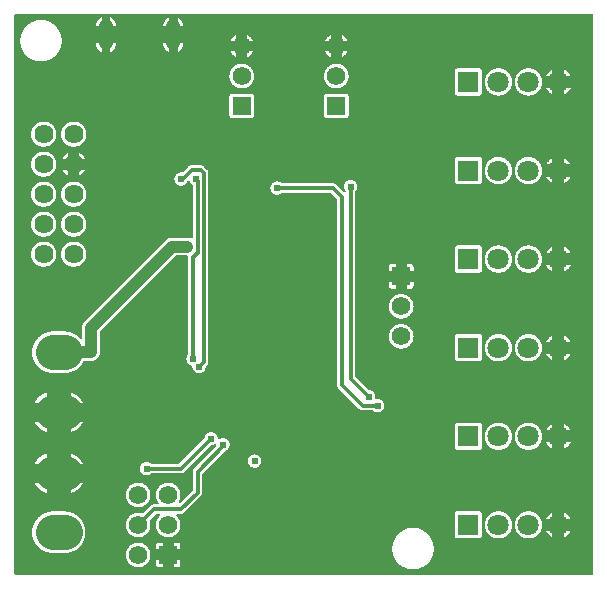
<source format=gbl>
G04 Layer: BottomLayer*
G04 EasyEDA v6.2.44, 2019-10-08T14:21:55+02:00*
G04 eb769dd03b8a4f4b8b9bb7d3164b0f61,d54f43e133bf43b298e367d61d3b1b7b,10*
G04 Gerber Generator version 0.2*
G04 Scale: 100 percent, Rotated: No, Reflected: No *
G04 Dimensions in millimeters *
G04 leading zeros omitted , absolute positions ,3 integer and 3 decimal *
%FSLAX33Y33*%
%MOMM*%
G90*
G71D02*

%ADD11C,0.299999*%
%ADD12C,0.999998*%
%ADD14C,0.609600*%
%ADD26C,1.574800*%
%ADD27R,1.574800X1.574800*%
%ADD28R,1.799996X1.799996*%
%ADD29C,1.799996*%
%ADD30C,1.624000*%
%ADD31C,2.999994*%
%ADD32C,1.199998*%

%LPD*%
G36*
G01X49141Y47744D02*
G01X358Y47744D01*
G01X343Y47743D01*
G01X329Y47740D01*
G01X315Y47735D01*
G01X303Y47728D01*
G01X291Y47719D01*
G01X281Y47709D01*
G01X272Y47697D01*
G01X265Y47684D01*
G01X260Y47671D01*
G01X257Y47657D01*
G01X256Y47642D01*
G01X256Y358D01*
G01X257Y343D01*
G01X260Y329D01*
G01X265Y315D01*
G01X272Y303D01*
G01X281Y291D01*
G01X291Y281D01*
G01X303Y272D01*
G01X315Y265D01*
G01X329Y260D01*
G01X343Y257D01*
G01X358Y256D01*
G01X49141Y256D01*
G01X49155Y257D01*
G01X49170Y260D01*
G01X49183Y265D01*
G01X49196Y272D01*
G01X49207Y281D01*
G01X49218Y291D01*
G01X49226Y303D01*
G01X49233Y315D01*
G01X49238Y329D01*
G01X49241Y343D01*
G01X49242Y358D01*
G01X49242Y47642D01*
G01X49241Y47657D01*
G01X49238Y47671D01*
G01X49233Y47684D01*
G01X49226Y47697D01*
G01X49218Y47709D01*
G01X49207Y47719D01*
G01X49196Y47728D01*
G01X49183Y47735D01*
G01X49170Y47740D01*
G01X49155Y47743D01*
G01X49141Y47744D01*
G37*

%LPC*%
G36*
G01X16009Y34945D02*
G01X15247Y34945D01*
G01X15218Y34944D01*
G01X15189Y34941D01*
G01X15161Y34936D01*
G01X15133Y34928D01*
G01X15105Y34919D01*
G01X15078Y34908D01*
G01X15052Y34895D01*
G01X15027Y34880D01*
G01X15003Y34864D01*
G01X14981Y34846D01*
G01X14960Y34826D01*
G01X14498Y34364D01*
G01X14486Y34354D01*
G01X14472Y34345D01*
G01X14457Y34339D01*
G01X14442Y34336D01*
G01X14426Y34334D01*
G01X14416Y34335D01*
G01X14358Y34338D01*
G01X14324Y34337D01*
G01X14290Y34334D01*
G01X14257Y34329D01*
G01X14224Y34321D01*
G01X14191Y34312D01*
G01X14159Y34301D01*
G01X14128Y34288D01*
G01X14097Y34273D01*
G01X14068Y34257D01*
G01X14039Y34238D01*
G01X14012Y34218D01*
G01X13986Y34197D01*
G01X13961Y34173D01*
G01X13938Y34149D01*
G01X13916Y34123D01*
G01X13896Y34095D01*
G01X13878Y34067D01*
G01X13861Y34037D01*
G01X13846Y34007D01*
G01X13833Y33975D01*
G01X13822Y33943D01*
G01X13813Y33911D01*
G01X13806Y33878D01*
G01X13801Y33844D01*
G01X13798Y33810D01*
G01X13797Y33776D01*
G01X13798Y33743D01*
G01X13801Y33709D01*
G01X13806Y33675D01*
G01X13813Y33642D01*
G01X13822Y33609D01*
G01X13833Y33577D01*
G01X13846Y33546D01*
G01X13861Y33516D01*
G01X13878Y33486D01*
G01X13896Y33458D01*
G01X13916Y33430D01*
G01X13938Y33404D01*
G01X13961Y33379D01*
G01X13986Y33356D01*
G01X14012Y33335D01*
G01X14039Y33314D01*
G01X14068Y33296D01*
G01X14097Y33279D01*
G01X14128Y33265D01*
G01X14159Y33252D01*
G01X14191Y33240D01*
G01X14224Y33231D01*
G01X14257Y33224D01*
G01X14290Y33219D01*
G01X14324Y33216D01*
G01X14358Y33215D01*
G01X14393Y33216D01*
G01X14427Y33219D01*
G01X14461Y33225D01*
G01X14495Y33232D01*
G01X14528Y33241D01*
G01X14561Y33253D01*
G01X14593Y33266D01*
G01X14624Y33282D01*
G01X14654Y33299D01*
G01X14682Y33318D01*
G01X14710Y33339D01*
G01X14736Y33362D01*
G01X14761Y33386D01*
G01X14784Y33411D01*
G01X14806Y33438D01*
G01X14826Y33466D01*
G01X14844Y33496D01*
G01X14861Y33526D01*
G01X14875Y33558D01*
G01X14888Y33590D01*
G01X14894Y33604D01*
G01X14902Y33616D01*
G01X14912Y33628D01*
G01X14926Y33642D01*
G01X14938Y33653D01*
G01X14952Y33661D01*
G01X14967Y33667D01*
G01X14982Y33671D01*
G01X14998Y33672D01*
G01X15014Y33671D01*
G01X15029Y33667D01*
G01X15044Y33661D01*
G01X15058Y33653D01*
G01X15070Y33643D01*
G01X15080Y33630D01*
G01X15088Y33617D01*
G01X15095Y33602D01*
G01X15107Y33568D01*
G01X15121Y33535D01*
G01X15138Y33503D01*
G01X15156Y33472D01*
G01X15177Y33443D01*
G01X15199Y33414D01*
G01X15223Y33387D01*
G01X15249Y33362D01*
G01X15277Y33339D01*
G01X15305Y33317D01*
G01X15318Y33307D01*
G01X15329Y33295D01*
G01X15337Y33281D01*
G01X15343Y33266D01*
G01X15347Y33250D01*
G01X15349Y33234D01*
G01X15349Y28830D01*
G01X15348Y28816D01*
G01X15344Y28802D01*
G01X15339Y28788D01*
G01X15332Y28775D01*
G01X15324Y28764D01*
G01X15314Y28754D01*
G01X15302Y28745D01*
G01X15289Y28738D01*
G01X15276Y28733D01*
G01X15261Y28730D01*
G01X15247Y28729D01*
G01X15231Y28730D01*
G01X15216Y28734D01*
G01X15202Y28739D01*
G01X15162Y28758D01*
G01X15122Y28773D01*
G01X15081Y28787D01*
G01X15039Y28798D01*
G01X14996Y28807D01*
G01X14953Y28813D01*
G01X14910Y28817D01*
G01X14866Y28818D01*
G01X13596Y28818D01*
G01X13557Y28817D01*
G01X13517Y28814D01*
G01X13478Y28809D01*
G01X13439Y28801D01*
G01X13400Y28792D01*
G01X13362Y28781D01*
G01X13325Y28768D01*
G01X13288Y28753D01*
G01X13253Y28736D01*
G01X13218Y28717D01*
G01X13184Y28696D01*
G01X13151Y28673D01*
G01X13120Y28649D01*
G01X13090Y28624D01*
G01X13061Y28596D01*
G01X6203Y21738D01*
G01X6176Y21710D01*
G01X6150Y21680D01*
G01X6126Y21648D01*
G01X6104Y21615D01*
G01X6083Y21582D01*
G01X6064Y21547D01*
G01X6047Y21511D01*
G01X6032Y21475D01*
G01X6019Y21437D01*
G01X6007Y21399D01*
G01X5998Y21361D01*
G01X5991Y21322D01*
G01X5986Y21282D01*
G01X5983Y21243D01*
G01X5982Y21203D01*
G01X5982Y20364D01*
G01X5981Y20349D01*
G01X5977Y20335D01*
G01X5972Y20322D01*
G01X5965Y20309D01*
G01X5957Y20297D01*
G01X5947Y20287D01*
G01X5935Y20278D01*
G01X5922Y20271D01*
G01X5909Y20266D01*
G01X5894Y20263D01*
G01X5880Y20262D01*
G01X5863Y20264D01*
G01X5847Y20268D01*
G01X5831Y20275D01*
G01X5817Y20284D01*
G01X5804Y20296D01*
G01X5763Y20341D01*
G01X5719Y20384D01*
G01X5674Y20426D01*
G01X5628Y20466D01*
G01X5581Y20505D01*
G01X5532Y20542D01*
G01X5481Y20577D01*
G01X5430Y20610D01*
G01X5377Y20642D01*
G01X5324Y20671D01*
G01X5269Y20699D01*
G01X5214Y20725D01*
G01X5157Y20749D01*
G01X5100Y20771D01*
G01X5042Y20791D01*
G01X4983Y20809D01*
G01X4924Y20825D01*
G01X4864Y20839D01*
G01X4804Y20850D01*
G01X4744Y20860D01*
G01X4683Y20867D01*
G01X4622Y20873D01*
G01X4560Y20876D01*
G01X4499Y20877D01*
G01X3499Y20877D01*
G01X3439Y20876D01*
G01X3379Y20873D01*
G01X3319Y20868D01*
G01X3260Y20861D01*
G01X3201Y20851D01*
G01X3142Y20840D01*
G01X3083Y20827D01*
G01X3025Y20812D01*
G01X2968Y20795D01*
G01X2911Y20776D01*
G01X2855Y20755D01*
G01X2799Y20732D01*
G01X2745Y20707D01*
G01X2691Y20680D01*
G01X2638Y20652D01*
G01X2586Y20621D01*
G01X2536Y20589D01*
G01X2486Y20555D01*
G01X2438Y20520D01*
G01X2391Y20483D01*
G01X2345Y20444D01*
G01X2300Y20404D01*
G01X2257Y20363D01*
G01X2215Y20319D01*
G01X2175Y20275D01*
G01X2137Y20229D01*
G01X2099Y20182D01*
G01X2064Y20133D01*
G01X2030Y20084D01*
G01X1998Y20033D01*
G01X1968Y19981D01*
G01X1940Y19929D01*
G01X1913Y19875D01*
G01X1888Y19820D01*
G01X1865Y19765D01*
G01X1844Y19709D01*
G01X1825Y19652D01*
G01X1808Y19594D01*
G01X1793Y19536D01*
G01X1779Y19478D01*
G01X1768Y19419D01*
G01X1759Y19360D01*
G01X1752Y19300D01*
G01X1747Y19240D01*
G01X1744Y19180D01*
G01X1743Y19120D01*
G01X1744Y19060D01*
G01X1747Y19001D01*
G01X1752Y18941D01*
G01X1759Y18881D01*
G01X1768Y18822D01*
G01X1779Y18763D01*
G01X1793Y18705D01*
G01X1808Y18647D01*
G01X1825Y18589D01*
G01X1844Y18532D01*
G01X1865Y18476D01*
G01X1888Y18421D01*
G01X1913Y18366D01*
G01X1940Y18312D01*
G01X1968Y18260D01*
G01X1998Y18208D01*
G01X2030Y18157D01*
G01X2064Y18107D01*
G01X2099Y18059D01*
G01X2137Y18012D01*
G01X2175Y17966D01*
G01X2215Y17922D01*
G01X2257Y17878D01*
G01X2300Y17837D01*
G01X2345Y17797D01*
G01X2391Y17758D01*
G01X2438Y17721D01*
G01X2486Y17685D01*
G01X2536Y17652D01*
G01X2586Y17620D01*
G01X2638Y17589D01*
G01X2691Y17561D01*
G01X2745Y17534D01*
G01X2799Y17509D01*
G01X2855Y17486D01*
G01X2911Y17465D01*
G01X2968Y17446D01*
G01X3025Y17429D01*
G01X3083Y17414D01*
G01X3142Y17401D01*
G01X3201Y17389D01*
G01X3260Y17380D01*
G01X3319Y17373D01*
G01X3379Y17368D01*
G01X3439Y17365D01*
G01X3499Y17364D01*
G01X4499Y17364D01*
G01X4559Y17365D01*
G01X4619Y17368D01*
G01X4678Y17373D01*
G01X4738Y17380D01*
G01X4797Y17389D01*
G01X4856Y17401D01*
G01X4914Y17414D01*
G01X4972Y17429D01*
G01X5030Y17446D01*
G01X5086Y17465D01*
G01X5142Y17486D01*
G01X5198Y17509D01*
G01X5252Y17534D01*
G01X5306Y17560D01*
G01X5359Y17589D01*
G01X5410Y17619D01*
G01X5461Y17651D01*
G01X5510Y17684D01*
G01X5559Y17720D01*
G01X5606Y17757D01*
G01X5652Y17795D01*
G01X5696Y17835D01*
G01X5739Y17877D01*
G01X5781Y17920D01*
G01X5821Y17964D01*
G01X5860Y18010D01*
G01X5897Y18057D01*
G01X5932Y18105D01*
G01X5966Y18154D01*
G01X5998Y18205D01*
G01X6029Y18257D01*
G01X6057Y18309D01*
G01X6065Y18323D01*
G01X6076Y18335D01*
G01X6088Y18345D01*
G01X6101Y18353D01*
G01X6116Y18359D01*
G01X6131Y18363D01*
G01X6147Y18364D01*
G01X6687Y18364D01*
G01X6727Y18365D01*
G01X6766Y18368D01*
G01X6805Y18373D01*
G01X6844Y18380D01*
G01X6883Y18390D01*
G01X6921Y18401D01*
G01X6958Y18414D01*
G01X6995Y18429D01*
G01X7031Y18446D01*
G01X7065Y18465D01*
G01X7099Y18486D01*
G01X7132Y18508D01*
G01X7163Y18533D01*
G01X7193Y18558D01*
G01X7222Y18585D01*
G01X7273Y18636D01*
G01X7300Y18665D01*
G01X7326Y18695D01*
G01X7350Y18727D01*
G01X7373Y18759D01*
G01X7393Y18793D01*
G01X7412Y18828D01*
G01X7429Y18864D01*
G01X7444Y18900D01*
G01X7458Y18938D01*
G01X7469Y18976D01*
G01X7478Y19014D01*
G01X7485Y19053D01*
G01X7491Y19092D01*
G01X7494Y19132D01*
G01X7495Y19171D01*
G01X7495Y20848D01*
G01X7496Y20864D01*
G01X7500Y20879D01*
G01X7506Y20894D01*
G01X7514Y20908D01*
G01X7524Y20920D01*
G01X13880Y27275D01*
G01X13892Y27285D01*
G01X13905Y27294D01*
G01X13920Y27300D01*
G01X13936Y27304D01*
G01X13952Y27305D01*
G01X14867Y27305D01*
G01X14881Y27304D01*
G01X14896Y27301D01*
G01X14909Y27296D01*
G01X14922Y27289D01*
G01X14933Y27280D01*
G01X14944Y27270D01*
G01X14952Y27258D01*
G01X14959Y27245D01*
G01X14964Y27232D01*
G01X14967Y27218D01*
G01X14969Y27203D01*
G01X14968Y27197D01*
G01X14968Y18962D01*
G01X14966Y18945D01*
G01X14961Y18927D01*
G01X14954Y18911D01*
G01X14944Y18897D01*
G01X14922Y18869D01*
G01X14902Y18840D01*
G01X14883Y18809D01*
G01X14867Y18777D01*
G01X14853Y18745D01*
G01X14841Y18711D01*
G01X14831Y18677D01*
G01X14823Y18643D01*
G01X14817Y18607D01*
G01X14814Y18572D01*
G01X14813Y18536D01*
G01X14814Y18502D01*
G01X14817Y18468D01*
G01X14822Y18435D01*
G01X14829Y18402D01*
G01X14838Y18369D01*
G01X14850Y18337D01*
G01X14863Y18305D01*
G01X14878Y18274D01*
G01X14894Y18245D01*
G01X14913Y18216D01*
G01X14933Y18189D01*
G01X14955Y18163D01*
G01X14979Y18138D01*
G01X15003Y18115D01*
G01X15030Y18093D01*
G01X15057Y18073D01*
G01X15086Y18055D01*
G01X15116Y18038D01*
G01X15146Y18023D01*
G01X15178Y18011D01*
G01X15210Y18000D01*
G01X15243Y17991D01*
G01X15257Y17986D01*
G01X15271Y17980D01*
G01X15283Y17971D01*
G01X15294Y17961D01*
G01X15303Y17949D01*
G01X15311Y17936D01*
G01X15316Y17923D01*
G01X15320Y17908D01*
G01X15321Y17893D01*
G01X15322Y17858D01*
G01X15326Y17824D01*
G01X15332Y17789D01*
G01X15340Y17755D01*
G01X15350Y17722D01*
G01X15363Y17689D01*
G01X15377Y17657D01*
G01X15393Y17626D01*
G01X15411Y17596D01*
G01X15431Y17568D01*
G01X15453Y17540D01*
G01X15476Y17514D01*
G01X15501Y17490D01*
G01X15527Y17467D01*
G01X15555Y17445D01*
G01X15584Y17426D01*
G01X15614Y17408D01*
G01X15645Y17393D01*
G01X15677Y17379D01*
G01X15710Y17367D01*
G01X15744Y17357D01*
G01X15778Y17350D01*
G01X15812Y17344D01*
G01X15847Y17341D01*
G01X15882Y17340D01*
G01X15917Y17341D01*
G01X15951Y17344D01*
G01X15986Y17350D01*
G01X16019Y17357D01*
G01X16053Y17367D01*
G01X16085Y17378D01*
G01X16117Y17392D01*
G01X16148Y17407D01*
G01X16178Y17425D01*
G01X16207Y17444D01*
G01X16235Y17465D01*
G01X16261Y17487D01*
G01X16286Y17512D01*
G01X16309Y17537D01*
G01X16331Y17564D01*
G01X16351Y17593D01*
G01X16369Y17622D01*
G01X16385Y17653D01*
G01X16400Y17684D01*
G01X16412Y17717D01*
G01X16423Y17750D01*
G01X16431Y17784D01*
G01X16437Y17818D01*
G01X16441Y17852D01*
G01X16444Y17870D01*
G01X16450Y17886D01*
G01X16459Y17901D01*
G01X16471Y17915D01*
G01X16551Y17995D01*
G01X16570Y18016D01*
G01X16589Y18039D01*
G01X16605Y18063D01*
G01X16620Y18088D01*
G01X16633Y18114D01*
G01X16644Y18140D01*
G01X16653Y18168D01*
G01X16660Y18196D01*
G01X16666Y18225D01*
G01X16669Y18253D01*
G01X16670Y18282D01*
G01X16670Y34284D01*
G01X16669Y34313D01*
G01X16666Y34342D01*
G01X16660Y34371D01*
G01X16653Y34399D01*
G01X16644Y34426D01*
G01X16633Y34453D01*
G01X16620Y34479D01*
G01X16605Y34504D01*
G01X16589Y34528D01*
G01X16570Y34551D01*
G01X16551Y34572D01*
G01X16297Y34826D01*
G01X16275Y34846D01*
G01X16253Y34864D01*
G01X16229Y34880D01*
G01X16204Y34895D01*
G01X16178Y34908D01*
G01X16151Y34919D01*
G01X16124Y34928D01*
G01X16096Y34936D01*
G01X16067Y34941D01*
G01X16038Y34944D01*
G01X16009Y34945D01*
G37*
G36*
G01X28743Y33702D02*
G01X28709Y33703D01*
G01X28675Y33702D01*
G01X28641Y33699D01*
G01X28608Y33694D01*
G01X28575Y33686D01*
G01X28542Y33677D01*
G01X28510Y33666D01*
G01X28479Y33653D01*
G01X28448Y33638D01*
G01X28419Y33622D01*
G01X28390Y33603D01*
G01X28363Y33583D01*
G01X28337Y33562D01*
G01X28312Y33538D01*
G01X28289Y33514D01*
G01X28267Y33488D01*
G01X28247Y33460D01*
G01X28229Y33432D01*
G01X28212Y33402D01*
G01X28197Y33372D01*
G01X28184Y33340D01*
G01X28173Y33308D01*
G01X28164Y33276D01*
G01X28157Y33243D01*
G01X28152Y33209D01*
G01X28149Y33175D01*
G01X28148Y33141D01*
G01X28149Y33107D01*
G01X28152Y33072D01*
G01X28157Y33038D01*
G01X28165Y33004D01*
G01X28174Y32971D01*
G01X28186Y32938D01*
G01X28200Y32906D01*
G01X28215Y32875D01*
G01X28233Y32845D01*
G01X28252Y32816D01*
G01X28273Y32788D01*
G01X28282Y32774D01*
G01X28290Y32758D01*
G01X28294Y32742D01*
G01X28295Y32724D01*
G01X28294Y32710D01*
G01X28291Y32696D01*
G01X28286Y32682D01*
G01X28279Y32669D01*
G01X28271Y32658D01*
G01X28260Y32648D01*
G01X28249Y32639D01*
G01X28236Y32632D01*
G01X28222Y32627D01*
G01X28208Y32624D01*
G01X28194Y32623D01*
G01X28178Y32624D01*
G01X28162Y32628D01*
G01X28148Y32634D01*
G01X28134Y32642D01*
G01X28122Y32652D01*
G01X27473Y33302D01*
G01X27451Y33322D01*
G01X27429Y33340D01*
G01X27405Y33356D01*
G01X27380Y33371D01*
G01X27354Y33384D01*
G01X27327Y33395D01*
G01X27300Y33404D01*
G01X27272Y33412D01*
G01X27243Y33417D01*
G01X27214Y33420D01*
G01X27185Y33421D01*
G01X22912Y33421D01*
G01X22894Y33423D01*
G01X22877Y33427D01*
G01X22861Y33435D01*
G01X22847Y33445D01*
G01X22819Y33467D01*
G01X22789Y33487D01*
G01X22759Y33505D01*
G01X22727Y33521D01*
G01X22695Y33536D01*
G01X22661Y33548D01*
G01X22627Y33558D01*
G01X22592Y33566D01*
G01X22557Y33571D01*
G01X22522Y33575D01*
G01X22486Y33576D01*
G01X22452Y33575D01*
G01X22418Y33572D01*
G01X22385Y33567D01*
G01X22352Y33559D01*
G01X22319Y33550D01*
G01X22287Y33539D01*
G01X22256Y33526D01*
G01X22225Y33511D01*
G01X22196Y33495D01*
G01X22167Y33476D01*
G01X22140Y33456D01*
G01X22114Y33435D01*
G01X22089Y33411D01*
G01X22066Y33387D01*
G01X22044Y33361D01*
G01X22024Y33333D01*
G01X22006Y33305D01*
G01X21989Y33275D01*
G01X21974Y33245D01*
G01X21961Y33213D01*
G01X21950Y33181D01*
G01X21941Y33149D01*
G01X21934Y33116D01*
G01X21929Y33082D01*
G01X21926Y33048D01*
G01X21925Y33014D01*
G01X21926Y32981D01*
G01X21929Y32947D01*
G01X21934Y32913D01*
G01X21941Y32880D01*
G01X21950Y32847D01*
G01X21961Y32815D01*
G01X21974Y32784D01*
G01X21989Y32754D01*
G01X22006Y32724D01*
G01X22024Y32696D01*
G01X22044Y32668D01*
G01X22066Y32642D01*
G01X22089Y32617D01*
G01X22114Y32594D01*
G01X22140Y32573D01*
G01X22167Y32552D01*
G01X22196Y32534D01*
G01X22225Y32517D01*
G01X22256Y32503D01*
G01X22287Y32490D01*
G01X22319Y32478D01*
G01X22352Y32469D01*
G01X22385Y32462D01*
G01X22418Y32457D01*
G01X22452Y32454D01*
G01X22486Y32453D01*
G01X22522Y32454D01*
G01X22557Y32458D01*
G01X22592Y32463D01*
G01X22627Y32471D01*
G01X22661Y32481D01*
G01X22695Y32493D01*
G01X22727Y32507D01*
G01X22759Y32524D01*
G01X22789Y32542D01*
G01X22819Y32562D01*
G01X22847Y32584D01*
G01X22861Y32594D01*
G01X22877Y32602D01*
G01X22894Y32606D01*
G01X22912Y32608D01*
G01X26975Y32608D01*
G01X26991Y32607D01*
G01X27006Y32603D01*
G01X27021Y32597D01*
G01X27034Y32588D01*
G01X27046Y32578D01*
G01X27511Y32114D01*
G01X27521Y32102D01*
G01X27530Y32088D01*
G01X27536Y32073D01*
G01X27539Y32058D01*
G01X27541Y32042D01*
G01X27541Y16377D01*
G01X27542Y16348D01*
G01X27545Y16320D01*
G01X27550Y16291D01*
G01X27557Y16263D01*
G01X27566Y16235D01*
G01X27577Y16209D01*
G01X27590Y16183D01*
G01X27605Y16158D01*
G01X27622Y16134D01*
G01X27640Y16111D01*
G01X27660Y16090D01*
G01X29438Y14312D01*
G01X29459Y14292D01*
G01X29481Y14274D01*
G01X29505Y14257D01*
G01X29530Y14243D01*
G01X29556Y14230D01*
G01X29583Y14219D01*
G01X29611Y14209D01*
G01X29639Y14202D01*
G01X29667Y14197D01*
G01X29696Y14194D01*
G01X29725Y14193D01*
G01X30569Y14193D01*
G01X30587Y14191D01*
G01X30604Y14187D01*
G01X30620Y14179D01*
G01X30635Y14169D01*
G01X30663Y14147D01*
G01X30692Y14127D01*
G01X30722Y14109D01*
G01X30754Y14092D01*
G01X30787Y14078D01*
G01X30820Y14066D01*
G01X30854Y14056D01*
G01X30889Y14048D01*
G01X30924Y14043D01*
G01X30960Y14039D01*
G01X30995Y14038D01*
G01X31029Y14039D01*
G01X31063Y14042D01*
G01X31096Y14047D01*
G01X31129Y14054D01*
G01X31162Y14063D01*
G01X31194Y14075D01*
G01X31226Y14088D01*
G01X31256Y14102D01*
G01X31286Y14119D01*
G01X31314Y14137D01*
G01X31341Y14158D01*
G01X31367Y14179D01*
G01X31392Y14202D01*
G01X31415Y14227D01*
G01X31437Y14253D01*
G01X31457Y14281D01*
G01X31476Y14309D01*
G01X31492Y14339D01*
G01X31507Y14369D01*
G01X31520Y14400D01*
G01X31531Y14432D01*
G01X31540Y14465D01*
G01X31547Y14498D01*
G01X31552Y14532D01*
G01X31555Y14566D01*
G01X31556Y14599D01*
G01X31555Y14633D01*
G01X31552Y14667D01*
G01X31547Y14701D01*
G01X31540Y14734D01*
G01X31531Y14766D01*
G01X31520Y14798D01*
G01X31507Y14830D01*
G01X31492Y14860D01*
G01X31476Y14890D01*
G01X31457Y14918D01*
G01X31437Y14946D01*
G01X31415Y14972D01*
G01X31392Y14996D01*
G01X31367Y15020D01*
G01X31341Y15041D01*
G01X31314Y15061D01*
G01X31286Y15080D01*
G01X31256Y15096D01*
G01X31226Y15111D01*
G01X31194Y15124D01*
G01X31162Y15135D01*
G01X31129Y15144D01*
G01X31096Y15152D01*
G01X31063Y15157D01*
G01X31029Y15160D01*
G01X30995Y15161D01*
G01X30949Y15159D01*
G01X30904Y15153D01*
G01X30887Y15152D01*
G01X30873Y15153D01*
G01X30859Y15156D01*
G01X30845Y15161D01*
G01X30832Y15168D01*
G01X30821Y15177D01*
G01X30810Y15187D01*
G01X30802Y15199D01*
G01X30795Y15211D01*
G01X30790Y15225D01*
G01X30787Y15239D01*
G01X30786Y15254D01*
G01X30787Y15270D01*
G01X30793Y15316D01*
G01X30794Y15361D01*
G01X30793Y15396D01*
G01X30790Y15431D01*
G01X30785Y15465D01*
G01X30777Y15499D01*
G01X30768Y15532D01*
G01X30756Y15565D01*
G01X30743Y15597D01*
G01X30727Y15628D01*
G01X30710Y15658D01*
G01X30691Y15687D01*
G01X30670Y15714D01*
G01X30647Y15741D01*
G01X30623Y15765D01*
G01X30597Y15789D01*
G01X30570Y15810D01*
G01X30542Y15830D01*
G01X30512Y15848D01*
G01X30482Y15865D01*
G01X30450Y15879D01*
G01X30418Y15892D01*
G01X30385Y15902D01*
G01X30351Y15910D01*
G01X30317Y15916D01*
G01X30282Y15921D01*
G01X30265Y15924D01*
G01X30248Y15930D01*
G01X30233Y15939D01*
G01X30220Y15950D01*
G01X29145Y17024D01*
G01X29135Y17036D01*
G01X29127Y17050D01*
G01X29121Y17065D01*
G01X29117Y17080D01*
G01X29116Y17096D01*
G01X29116Y32716D01*
G01X29117Y32733D01*
G01X29122Y32750D01*
G01X29129Y32766D01*
G01X29139Y32781D01*
G01X29161Y32809D01*
G01X29182Y32838D01*
G01X29200Y32869D01*
G01X29216Y32900D01*
G01X29230Y32933D01*
G01X29242Y32966D01*
G01X29253Y33001D01*
G01X29260Y33035D01*
G01X29266Y33070D01*
G01X29269Y33106D01*
G01X29270Y33141D01*
G01X29269Y33175D01*
G01X29266Y33209D01*
G01X29261Y33243D01*
G01X29254Y33276D01*
G01X29245Y33308D01*
G01X29234Y33340D01*
G01X29221Y33372D01*
G01X29206Y33402D01*
G01X29190Y33432D01*
G01X29171Y33460D01*
G01X29151Y33488D01*
G01X29129Y33514D01*
G01X29106Y33538D01*
G01X29081Y33562D01*
G01X29055Y33583D01*
G01X29028Y33603D01*
G01X29000Y33622D01*
G01X28970Y33638D01*
G01X28940Y33653D01*
G01X28908Y33666D01*
G01X28876Y33677D01*
G01X28843Y33686D01*
G01X28810Y33694D01*
G01X28777Y33699D01*
G01X28743Y33702D01*
G37*
G36*
G01X16933Y12366D02*
G01X16898Y12367D01*
G01X16863Y12366D01*
G01X16829Y12362D01*
G01X16795Y12357D01*
G01X16761Y12350D01*
G01X16727Y12340D01*
G01X16695Y12329D01*
G01X16663Y12315D01*
G01X16632Y12300D01*
G01X16602Y12282D01*
G01X16573Y12263D01*
G01X16545Y12242D01*
G01X16519Y12219D01*
G01X16494Y12195D01*
G01X16471Y12170D01*
G01X16449Y12142D01*
G01X16429Y12114D01*
G01X16411Y12085D01*
G01X16395Y12054D01*
G01X16380Y12022D01*
G01X16368Y11990D01*
G01X16358Y11957D01*
G01X16349Y11923D01*
G01X16343Y11889D01*
G01X16339Y11855D01*
G01X16336Y11837D01*
G01X16330Y11821D01*
G01X16321Y11805D01*
G01X16310Y11792D01*
G01X14219Y9702D01*
G01X14207Y9691D01*
G01X14194Y9683D01*
G01X14179Y9677D01*
G01X14164Y9673D01*
G01X14148Y9672D01*
G01X11863Y9672D01*
G01X11845Y9674D01*
G01X11828Y9678D01*
G01X11812Y9686D01*
G01X11798Y9696D01*
G01X11770Y9718D01*
G01X11740Y9738D01*
G01X11710Y9756D01*
G01X11678Y9772D01*
G01X11646Y9787D01*
G01X11612Y9799D01*
G01X11578Y9809D01*
G01X11543Y9817D01*
G01X11508Y9822D01*
G01X11473Y9826D01*
G01X11437Y9827D01*
G01X11403Y9826D01*
G01X11369Y9823D01*
G01X11336Y9818D01*
G01X11303Y9810D01*
G01X11270Y9801D01*
G01X11238Y9790D01*
G01X11207Y9777D01*
G01X11176Y9762D01*
G01X11147Y9746D01*
G01X11118Y9727D01*
G01X11091Y9707D01*
G01X11065Y9686D01*
G01X11040Y9662D01*
G01X11017Y9638D01*
G01X10995Y9612D01*
G01X10975Y9584D01*
G01X10957Y9556D01*
G01X10940Y9526D01*
G01X10925Y9496D01*
G01X10912Y9464D01*
G01X10901Y9432D01*
G01X10892Y9400D01*
G01X10885Y9367D01*
G01X10880Y9333D01*
G01X10877Y9299D01*
G01X10876Y9265D01*
G01X10877Y9232D01*
G01X10880Y9198D01*
G01X10885Y9164D01*
G01X10892Y9131D01*
G01X10901Y9098D01*
G01X10912Y9066D01*
G01X10925Y9035D01*
G01X10940Y9005D01*
G01X10957Y8975D01*
G01X10975Y8947D01*
G01X10995Y8919D01*
G01X11017Y8893D01*
G01X11040Y8868D01*
G01X11065Y8845D01*
G01X11091Y8824D01*
G01X11118Y8803D01*
G01X11147Y8785D01*
G01X11176Y8768D01*
G01X11207Y8754D01*
G01X11238Y8741D01*
G01X11270Y8729D01*
G01X11303Y8720D01*
G01X11336Y8713D01*
G01X11369Y8708D01*
G01X11403Y8705D01*
G01X11437Y8704D01*
G01X11473Y8705D01*
G01X11508Y8709D01*
G01X11543Y8714D01*
G01X11578Y8722D01*
G01X11612Y8732D01*
G01X11646Y8744D01*
G01X11678Y8758D01*
G01X11710Y8775D01*
G01X11740Y8793D01*
G01X11770Y8813D01*
G01X11798Y8835D01*
G01X11812Y8845D01*
G01X11828Y8853D01*
G01X11845Y8857D01*
G01X11863Y8859D01*
G01X14358Y8859D01*
G01X14387Y8860D01*
G01X14416Y8863D01*
G01X14445Y8868D01*
G01X14473Y8875D01*
G01X14500Y8885D01*
G01X14527Y8896D01*
G01X14553Y8909D01*
G01X14578Y8923D01*
G01X14602Y8940D01*
G01X14624Y8958D01*
G01X14646Y8978D01*
G01X16885Y11217D01*
G01X16898Y11228D01*
G01X16913Y11237D01*
G01X16930Y11243D01*
G01X16947Y11246D01*
G01X16985Y11251D01*
G01X17023Y11258D01*
G01X17060Y11268D01*
G01X17096Y11280D01*
G01X17132Y11295D01*
G01X17166Y11312D01*
G01X17199Y11331D01*
G01X17211Y11338D01*
G01X17225Y11343D01*
G01X17239Y11346D01*
G01X17253Y11347D01*
G01X17268Y11346D01*
G01X17283Y11343D01*
G01X17297Y11337D01*
G01X17310Y11330D01*
G01X17322Y11320D01*
G01X17333Y11309D01*
G01X17341Y11297D01*
G01X17348Y11283D01*
G01X17352Y11269D01*
G01X17354Y11254D01*
G01X17356Y11240D01*
G01X17356Y11230D01*
G01X17355Y11214D01*
G01X17351Y11198D01*
G01X17345Y11183D01*
G01X17337Y11170D01*
G01X17327Y11158D01*
G01X15468Y9299D01*
G01X15448Y9278D01*
G01X15430Y9255D01*
G01X15413Y9231D01*
G01X15398Y9206D01*
G01X15385Y9180D01*
G01X15374Y9153D01*
G01X15365Y9126D01*
G01X15358Y9098D01*
G01X15353Y9069D01*
G01X15350Y9040D01*
G01X15349Y9011D01*
G01X15349Y7444D01*
G01X15347Y7428D01*
G01X15344Y7413D01*
G01X15338Y7398D01*
G01X15329Y7384D01*
G01X15319Y7372D01*
G01X14319Y6372D01*
G01X14307Y6362D01*
G01X14293Y6354D01*
G01X14279Y6348D01*
G01X14263Y6344D01*
G01X14247Y6343D01*
G01X14233Y6344D01*
G01X14219Y6347D01*
G01X14205Y6352D01*
G01X14192Y6359D01*
G01X14181Y6367D01*
G01X14170Y6378D01*
G01X14162Y6389D01*
G01X14155Y6402D01*
G01X14150Y6416D01*
G01X14147Y6430D01*
G01X14146Y6444D01*
G01X14147Y6463D01*
G01X14152Y6480D01*
G01X14160Y6497D01*
G01X14184Y6538D01*
G01X14206Y6581D01*
G01X14226Y6624D01*
G01X14244Y6668D01*
G01X14260Y6713D01*
G01X14274Y6758D01*
G01X14286Y6804D01*
G01X14296Y6851D01*
G01X14303Y6898D01*
G01X14309Y6945D01*
G01X14312Y6993D01*
G01X14313Y7040D01*
G01X14312Y7087D01*
G01X14309Y7134D01*
G01X14304Y7181D01*
G01X14296Y7227D01*
G01X14287Y7273D01*
G01X14275Y7318D01*
G01X14262Y7363D01*
G01X14246Y7407D01*
G01X14229Y7451D01*
G01X14210Y7493D01*
G01X14188Y7535D01*
G01X14165Y7576D01*
G01X14140Y7616D01*
G01X14114Y7654D01*
G01X14085Y7691D01*
G01X14055Y7727D01*
G01X14024Y7762D01*
G01X13991Y7795D01*
G01X13956Y7827D01*
G01X13920Y7857D01*
G01X13883Y7885D01*
G01X13844Y7912D01*
G01X13805Y7937D01*
G01X13764Y7960D01*
G01X13722Y7981D01*
G01X13679Y8000D01*
G01X13636Y8018D01*
G01X13592Y8033D01*
G01X13547Y8047D01*
G01X13501Y8058D01*
G01X13456Y8068D01*
G01X13409Y8075D01*
G01X13363Y8080D01*
G01X13316Y8083D01*
G01X13269Y8084D01*
G01X13222Y8083D01*
G01X13176Y8080D01*
G01X13129Y8075D01*
G01X13083Y8068D01*
G01X13037Y8058D01*
G01X12991Y8047D01*
G01X12947Y8033D01*
G01X12902Y8018D01*
G01X12859Y8000D01*
G01X12816Y7981D01*
G01X12774Y7960D01*
G01X12734Y7937D01*
G01X12694Y7912D01*
G01X12656Y7885D01*
G01X12618Y7857D01*
G01X12582Y7827D01*
G01X12548Y7795D01*
G01X12515Y7762D01*
G01X12483Y7727D01*
G01X12453Y7691D01*
G01X12425Y7654D01*
G01X12398Y7616D01*
G01X12373Y7576D01*
G01X12350Y7535D01*
G01X12329Y7493D01*
G01X12309Y7451D01*
G01X12292Y7407D01*
G01X12276Y7363D01*
G01X12263Y7318D01*
G01X12251Y7273D01*
G01X12242Y7227D01*
G01X12235Y7181D01*
G01X12229Y7134D01*
G01X12226Y7087D01*
G01X12225Y7040D01*
G01X12226Y6992D01*
G01X12230Y6943D01*
G01X12235Y6895D01*
G01X12243Y6847D01*
G01X12253Y6799D01*
G01X12266Y6752D01*
G01X12280Y6706D01*
G01X12297Y6660D01*
G01X12316Y6615D01*
G01X12337Y6571D01*
G01X12360Y6528D01*
G01X12384Y6486D01*
G01X12411Y6446D01*
G01X12440Y6406D01*
G01X12449Y6392D01*
G01X12455Y6377D01*
G01X12459Y6361D01*
G01X12461Y6345D01*
G01X12460Y6330D01*
G01X12457Y6316D01*
G01X12452Y6302D01*
G01X12445Y6290D01*
G01X12436Y6278D01*
G01X12426Y6268D01*
G01X12414Y6259D01*
G01X12401Y6252D01*
G01X12388Y6247D01*
G01X12374Y6244D01*
G01X12359Y6243D01*
G01X12065Y6243D01*
G01X12036Y6242D01*
G01X12007Y6239D01*
G01X11979Y6234D01*
G01X11951Y6226D01*
G01X11923Y6217D01*
G01X11896Y6206D01*
G01X11870Y6193D01*
G01X11845Y6178D01*
G01X11821Y6162D01*
G01X11799Y6144D01*
G01X11778Y6124D01*
G01X11168Y5514D01*
G01X11155Y5504D01*
G01X11142Y5495D01*
G01X11127Y5489D01*
G01X11112Y5485D01*
G01X11096Y5484D01*
G01X11079Y5485D01*
G01X11063Y5489D01*
G01X11017Y5504D01*
G01X10970Y5516D01*
G01X10922Y5526D01*
G01X10874Y5534D01*
G01X10826Y5540D01*
G01X10778Y5543D01*
G01X10729Y5544D01*
G01X10682Y5543D01*
G01X10636Y5540D01*
G01X10589Y5535D01*
G01X10543Y5528D01*
G01X10497Y5518D01*
G01X10451Y5507D01*
G01X10407Y5493D01*
G01X10362Y5478D01*
G01X10319Y5460D01*
G01X10276Y5441D01*
G01X10234Y5420D01*
G01X10194Y5397D01*
G01X10154Y5372D01*
G01X10116Y5345D01*
G01X10078Y5317D01*
G01X10042Y5287D01*
G01X10008Y5255D01*
G01X9975Y5222D01*
G01X9943Y5187D01*
G01X9913Y5151D01*
G01X9885Y5114D01*
G01X9858Y5076D01*
G01X9833Y5036D01*
G01X9810Y4995D01*
G01X9789Y4953D01*
G01X9769Y4911D01*
G01X9752Y4867D01*
G01X9736Y4823D01*
G01X9723Y4778D01*
G01X9711Y4733D01*
G01X9702Y4687D01*
G01X9695Y4641D01*
G01X9689Y4594D01*
G01X9686Y4547D01*
G01X9685Y4500D01*
G01X9686Y4454D01*
G01X9689Y4407D01*
G01X9695Y4360D01*
G01X9702Y4314D01*
G01X9711Y4268D01*
G01X9723Y4223D01*
G01X9736Y4178D01*
G01X9752Y4134D01*
G01X9769Y4090D01*
G01X9789Y4047D01*
G01X9810Y4006D01*
G01X9833Y3965D01*
G01X9858Y3925D01*
G01X9885Y3887D01*
G01X9913Y3850D01*
G01X9943Y3814D01*
G01X9975Y3779D01*
G01X10008Y3746D01*
G01X10042Y3714D01*
G01X10078Y3684D01*
G01X10116Y3656D01*
G01X10154Y3629D01*
G01X10194Y3604D01*
G01X10234Y3581D01*
G01X10276Y3560D01*
G01X10319Y3540D01*
G01X10362Y3523D01*
G01X10407Y3508D01*
G01X10451Y3494D01*
G01X10497Y3483D01*
G01X10543Y3473D01*
G01X10589Y3466D01*
G01X10636Y3461D01*
G01X10682Y3458D01*
G01X10729Y3456D01*
G01X10776Y3458D01*
G01X10823Y3461D01*
G01X10869Y3466D01*
G01X10916Y3473D01*
G01X10961Y3483D01*
G01X11007Y3494D01*
G01X11052Y3508D01*
G01X11096Y3523D01*
G01X11139Y3540D01*
G01X11182Y3560D01*
G01X11224Y3581D01*
G01X11265Y3604D01*
G01X11304Y3629D01*
G01X11343Y3656D01*
G01X11380Y3684D01*
G01X11416Y3714D01*
G01X11451Y3746D01*
G01X11484Y3779D01*
G01X11515Y3814D01*
G01X11545Y3850D01*
G01X11574Y3887D01*
G01X11600Y3925D01*
G01X11625Y3965D01*
G01X11648Y4006D01*
G01X11670Y4047D01*
G01X11689Y4090D01*
G01X11706Y4134D01*
G01X11722Y4178D01*
G01X11735Y4223D01*
G01X11747Y4268D01*
G01X11756Y4314D01*
G01X11764Y4360D01*
G01X11769Y4407D01*
G01X11772Y4454D01*
G01X11773Y4500D01*
G01X11772Y4549D01*
G01X11769Y4597D01*
G01X11763Y4646D01*
G01X11755Y4694D01*
G01X11745Y4741D01*
G01X11733Y4788D01*
G01X11718Y4835D01*
G01X11714Y4851D01*
G01X11713Y4867D01*
G01X11714Y4883D01*
G01X11718Y4898D01*
G01X11724Y4913D01*
G01X11732Y4927D01*
G01X11743Y4939D01*
G01X12204Y5400D01*
G01X12216Y5410D01*
G01X12229Y5419D01*
G01X12244Y5425D01*
G01X12260Y5429D01*
G01X12276Y5430D01*
G01X12477Y5430D01*
G01X12492Y5429D01*
G01X12506Y5426D01*
G01X12520Y5421D01*
G01X12532Y5414D01*
G01X12544Y5405D01*
G01X12554Y5395D01*
G01X12563Y5383D01*
G01X12570Y5370D01*
G01X12575Y5357D01*
G01X12578Y5343D01*
G01X12579Y5328D01*
G01X12578Y5312D01*
G01X12574Y5296D01*
G01X12567Y5281D01*
G01X12558Y5267D01*
G01X12548Y5255D01*
G01X12514Y5222D01*
G01X12483Y5187D01*
G01X12453Y5151D01*
G01X12424Y5114D01*
G01X12398Y5075D01*
G01X12373Y5036D01*
G01X12350Y4995D01*
G01X12329Y4953D01*
G01X12309Y4911D01*
G01X12292Y4867D01*
G01X12276Y4823D01*
G01X12263Y4778D01*
G01X12251Y4733D01*
G01X12242Y4687D01*
G01X12235Y4641D01*
G01X12229Y4594D01*
G01X12226Y4547D01*
G01X12225Y4500D01*
G01X12226Y4454D01*
G01X12229Y4407D01*
G01X12235Y4360D01*
G01X12242Y4314D01*
G01X12251Y4268D01*
G01X12263Y4223D01*
G01X12276Y4178D01*
G01X12292Y4134D01*
G01X12309Y4090D01*
G01X12329Y4047D01*
G01X12350Y4006D01*
G01X12373Y3965D01*
G01X12398Y3925D01*
G01X12425Y3887D01*
G01X12453Y3850D01*
G01X12483Y3814D01*
G01X12515Y3779D01*
G01X12548Y3746D01*
G01X12582Y3714D01*
G01X12618Y3684D01*
G01X12656Y3656D01*
G01X12694Y3629D01*
G01X12734Y3604D01*
G01X12774Y3581D01*
G01X12816Y3560D01*
G01X12859Y3540D01*
G01X12902Y3523D01*
G01X12947Y3508D01*
G01X12991Y3494D01*
G01X13037Y3483D01*
G01X13083Y3473D01*
G01X13129Y3466D01*
G01X13176Y3461D01*
G01X13222Y3458D01*
G01X13269Y3456D01*
G01X13316Y3458D01*
G01X13363Y3461D01*
G01X13409Y3466D01*
G01X13456Y3473D01*
G01X13501Y3483D01*
G01X13547Y3494D01*
G01X13592Y3508D01*
G01X13636Y3523D01*
G01X13679Y3540D01*
G01X13722Y3560D01*
G01X13764Y3581D01*
G01X13805Y3604D01*
G01X13844Y3629D01*
G01X13883Y3656D01*
G01X13920Y3684D01*
G01X13956Y3714D01*
G01X13991Y3746D01*
G01X14024Y3779D01*
G01X14055Y3814D01*
G01X14085Y3850D01*
G01X14114Y3887D01*
G01X14140Y3925D01*
G01X14165Y3965D01*
G01X14188Y4006D01*
G01X14210Y4047D01*
G01X14229Y4090D01*
G01X14246Y4134D01*
G01X14262Y4178D01*
G01X14275Y4223D01*
G01X14287Y4268D01*
G01X14296Y4314D01*
G01X14304Y4360D01*
G01X14309Y4407D01*
G01X14312Y4454D01*
G01X14313Y4500D01*
G01X14312Y4547D01*
G01X14309Y4594D01*
G01X14304Y4641D01*
G01X14296Y4687D01*
G01X14287Y4733D01*
G01X14275Y4778D01*
G01X14262Y4823D01*
G01X14247Y4867D01*
G01X14229Y4911D01*
G01X14210Y4953D01*
G01X14188Y4995D01*
G01X14165Y5036D01*
G01X14140Y5075D01*
G01X14114Y5114D01*
G01X14085Y5151D01*
G01X14055Y5187D01*
G01X14024Y5222D01*
G01X13991Y5255D01*
G01X13980Y5267D01*
G01X13971Y5281D01*
G01X13965Y5296D01*
G01X13961Y5312D01*
G01X13959Y5328D01*
G01X13960Y5343D01*
G01X13963Y5357D01*
G01X13968Y5370D01*
G01X13975Y5383D01*
G01X13984Y5395D01*
G01X13994Y5405D01*
G01X14006Y5414D01*
G01X14019Y5421D01*
G01X14032Y5426D01*
G01X14046Y5429D01*
G01X14061Y5430D01*
G01X14358Y5430D01*
G01X14387Y5431D01*
G01X14416Y5434D01*
G01X14445Y5439D01*
G01X14473Y5446D01*
G01X14500Y5456D01*
G01X14527Y5467D01*
G01X14553Y5480D01*
G01X14578Y5494D01*
G01X14602Y5511D01*
G01X14624Y5529D01*
G01X14646Y5549D01*
G01X16043Y6946D01*
G01X16062Y6967D01*
G01X16081Y6990D01*
G01X16097Y7014D01*
G01X16112Y7039D01*
G01X16125Y7065D01*
G01X16136Y7091D01*
G01X16145Y7119D01*
G01X16152Y7147D01*
G01X16158Y7176D01*
G01X16161Y7204D01*
G01X16162Y7233D01*
G01X16162Y8801D01*
G01X16163Y8817D01*
G01X16167Y8832D01*
G01X16173Y8847D01*
G01X16181Y8861D01*
G01X16191Y8873D01*
G01X18063Y10744D01*
G01X18074Y10754D01*
G01X18087Y10762D01*
G01X18101Y10768D01*
G01X18133Y10780D01*
G01X18164Y10795D01*
G01X18195Y10811D01*
G01X18224Y10830D01*
G01X18252Y10849D01*
G01X18279Y10871D01*
G01X18305Y10894D01*
G01X18329Y10919D01*
G01X18351Y10946D01*
G01X18372Y10973D01*
G01X18391Y11002D01*
G01X18409Y11032D01*
G01X18424Y11063D01*
G01X18438Y11095D01*
G01X18449Y11127D01*
G01X18459Y11161D01*
G01X18466Y11194D01*
G01X18471Y11228D01*
G01X18474Y11263D01*
G01X18475Y11297D01*
G01X18474Y11331D01*
G01X18471Y11365D01*
G01X18466Y11399D01*
G01X18459Y11432D01*
G01X18450Y11464D01*
G01X18439Y11496D01*
G01X18426Y11528D01*
G01X18411Y11558D01*
G01X18395Y11588D01*
G01X18376Y11616D01*
G01X18356Y11644D01*
G01X18334Y11670D01*
G01X18311Y11694D01*
G01X18286Y11718D01*
G01X18260Y11739D01*
G01X18233Y11759D01*
G01X18205Y11778D01*
G01X18175Y11794D01*
G01X18145Y11809D01*
G01X18113Y11822D01*
G01X18081Y11833D01*
G01X18048Y11842D01*
G01X18015Y11850D01*
G01X17982Y11855D01*
G01X17948Y11858D01*
G01X17914Y11859D01*
G01X17879Y11858D01*
G01X17844Y11854D01*
G01X17809Y11849D01*
G01X17775Y11841D01*
G01X17741Y11831D01*
G01X17708Y11819D01*
G01X17675Y11805D01*
G01X17644Y11789D01*
G01X17613Y11771D01*
G01X17601Y11765D01*
G01X17587Y11760D01*
G01X17573Y11757D01*
G01X17559Y11756D01*
G01X17544Y11757D01*
G01X17529Y11760D01*
G01X17515Y11766D01*
G01X17502Y11773D01*
G01X17490Y11783D01*
G01X17480Y11794D01*
G01X17471Y11806D01*
G01X17465Y11820D01*
G01X17460Y11834D01*
G01X17458Y11849D01*
G01X17454Y11884D01*
G01X17448Y11918D01*
G01X17440Y11952D01*
G01X17430Y11986D01*
G01X17417Y12018D01*
G01X17403Y12050D01*
G01X17387Y12081D01*
G01X17369Y12111D01*
G01X17349Y12140D01*
G01X17327Y12167D01*
G01X17304Y12193D01*
G01X17279Y12218D01*
G01X17253Y12240D01*
G01X17225Y12262D01*
G01X17196Y12281D01*
G01X17166Y12299D01*
G01X17135Y12314D01*
G01X17103Y12328D01*
G01X17070Y12340D01*
G01X17036Y12349D01*
G01X17002Y12357D01*
G01X16968Y12362D01*
G01X16933Y12366D01*
G37*
G36*
G01X4499Y5637D02*
G01X3499Y5637D01*
G01X3439Y5636D01*
G01X3379Y5633D01*
G01X3319Y5628D01*
G01X3260Y5621D01*
G01X3201Y5611D01*
G01X3142Y5600D01*
G01X3083Y5587D01*
G01X3025Y5572D01*
G01X2968Y5555D01*
G01X2911Y5536D01*
G01X2855Y5515D01*
G01X2799Y5492D01*
G01X2745Y5467D01*
G01X2691Y5440D01*
G01X2638Y5412D01*
G01X2586Y5381D01*
G01X2536Y5349D01*
G01X2486Y5315D01*
G01X2438Y5280D01*
G01X2391Y5243D01*
G01X2345Y5204D01*
G01X2300Y5164D01*
G01X2257Y5123D01*
G01X2215Y5079D01*
G01X2175Y5035D01*
G01X2137Y4989D01*
G01X2099Y4942D01*
G01X2064Y4893D01*
G01X2030Y4844D01*
G01X1998Y4793D01*
G01X1968Y4741D01*
G01X1940Y4689D01*
G01X1913Y4635D01*
G01X1888Y4580D01*
G01X1865Y4525D01*
G01X1844Y4469D01*
G01X1825Y4412D01*
G01X1808Y4354D01*
G01X1793Y4296D01*
G01X1779Y4238D01*
G01X1768Y4179D01*
G01X1759Y4120D01*
G01X1752Y4060D01*
G01X1747Y4000D01*
G01X1744Y3940D01*
G01X1743Y3880D01*
G01X1744Y3820D01*
G01X1747Y3761D01*
G01X1752Y3701D01*
G01X1759Y3641D01*
G01X1768Y3582D01*
G01X1779Y3523D01*
G01X1793Y3465D01*
G01X1808Y3407D01*
G01X1825Y3349D01*
G01X1844Y3292D01*
G01X1865Y3236D01*
G01X1888Y3181D01*
G01X1913Y3126D01*
G01X1940Y3072D01*
G01X1968Y3020D01*
G01X1998Y2968D01*
G01X2030Y2917D01*
G01X2064Y2867D01*
G01X2099Y2819D01*
G01X2137Y2772D01*
G01X2175Y2726D01*
G01X2215Y2682D01*
G01X2257Y2638D01*
G01X2300Y2597D01*
G01X2345Y2557D01*
G01X2391Y2518D01*
G01X2438Y2481D01*
G01X2486Y2445D01*
G01X2536Y2412D01*
G01X2586Y2380D01*
G01X2638Y2349D01*
G01X2691Y2321D01*
G01X2745Y2294D01*
G01X2799Y2269D01*
G01X2855Y2246D01*
G01X2911Y2225D01*
G01X2968Y2206D01*
G01X3025Y2189D01*
G01X3083Y2174D01*
G01X3142Y2161D01*
G01X3201Y2149D01*
G01X3260Y2140D01*
G01X3319Y2133D01*
G01X3379Y2128D01*
G01X3439Y2125D01*
G01X3499Y2124D01*
G01X4499Y2124D01*
G01X4559Y2125D01*
G01X4619Y2128D01*
G01X4679Y2133D01*
G01X4738Y2140D01*
G01X4798Y2149D01*
G01X4856Y2161D01*
G01X4915Y2174D01*
G01X4973Y2189D01*
G01X5030Y2206D01*
G01X5087Y2225D01*
G01X5144Y2246D01*
G01X5199Y2269D01*
G01X5254Y2294D01*
G01X5307Y2321D01*
G01X5360Y2349D01*
G01X5412Y2380D01*
G01X5462Y2412D01*
G01X5512Y2445D01*
G01X5560Y2481D01*
G01X5608Y2518D01*
G01X5654Y2557D01*
G01X5698Y2597D01*
G01X5741Y2638D01*
G01X5783Y2682D01*
G01X5823Y2726D01*
G01X5862Y2772D01*
G01X5899Y2819D01*
G01X5934Y2867D01*
G01X5968Y2917D01*
G01X6000Y2968D01*
G01X6030Y3020D01*
G01X6059Y3072D01*
G01X6085Y3126D01*
G01X6110Y3181D01*
G01X6133Y3236D01*
G01X6154Y3292D01*
G01X6173Y3349D01*
G01X6191Y3407D01*
G01X6206Y3465D01*
G01X6219Y3523D01*
G01X6230Y3582D01*
G01X6239Y3641D01*
G01X6246Y3701D01*
G01X6252Y3761D01*
G01X6255Y3820D01*
G01X6256Y3880D01*
G01X6255Y3940D01*
G01X6252Y4000D01*
G01X6246Y4060D01*
G01X6239Y4120D01*
G01X6230Y4179D01*
G01X6219Y4238D01*
G01X6206Y4296D01*
G01X6191Y4354D01*
G01X6173Y4412D01*
G01X6154Y4469D01*
G01X6133Y4525D01*
G01X6110Y4580D01*
G01X6085Y4635D01*
G01X6059Y4689D01*
G01X6030Y4741D01*
G01X6000Y4793D01*
G01X5968Y4844D01*
G01X5934Y4893D01*
G01X5899Y4942D01*
G01X5862Y4989D01*
G01X5823Y5035D01*
G01X5783Y5079D01*
G01X5741Y5123D01*
G01X5698Y5164D01*
G01X5654Y5204D01*
G01X5608Y5243D01*
G01X5560Y5280D01*
G01X5512Y5315D01*
G01X5462Y5349D01*
G01X5412Y5381D01*
G01X5360Y5412D01*
G01X5307Y5440D01*
G01X5254Y5467D01*
G01X5199Y5492D01*
G01X5144Y5515D01*
G01X5087Y5536D01*
G01X5030Y5555D01*
G01X4973Y5572D01*
G01X4915Y5587D01*
G01X4856Y5600D01*
G01X4798Y5611D01*
G01X4738Y5621D01*
G01X4679Y5628D01*
G01X4619Y5633D01*
G01X4559Y5636D01*
G01X4499Y5637D01*
G37*
G36*
G01X34059Y4256D02*
G01X33999Y4257D01*
G01X33939Y4256D01*
G01X33879Y4253D01*
G01X33819Y4248D01*
G01X33760Y4241D01*
G01X33701Y4231D01*
G01X33642Y4220D01*
G01X33583Y4207D01*
G01X33525Y4192D01*
G01X33468Y4175D01*
G01X33411Y4156D01*
G01X33299Y4112D01*
G01X33245Y4087D01*
G01X33191Y4060D01*
G01X33138Y4032D01*
G01X33086Y4001D01*
G01X33036Y3969D01*
G01X32986Y3935D01*
G01X32938Y3900D01*
G01X32891Y3863D01*
G01X32845Y3824D01*
G01X32800Y3784D01*
G01X32757Y3742D01*
G01X32715Y3699D01*
G01X32675Y3655D01*
G01X32637Y3609D01*
G01X32600Y3562D01*
G01X32564Y3513D01*
G01X32530Y3464D01*
G01X32498Y3413D01*
G01X32468Y3361D01*
G01X32440Y3309D01*
G01X32413Y3255D01*
G01X32388Y3200D01*
G01X32365Y3145D01*
G01X32344Y3089D01*
G01X32325Y3032D01*
G01X32308Y2974D01*
G01X32293Y2916D01*
G01X32279Y2858D01*
G01X32268Y2799D01*
G01X32259Y2740D01*
G01X32252Y2680D01*
G01X32247Y2620D01*
G01X32244Y2560D01*
G01X32243Y2500D01*
G01X32244Y2440D01*
G01X32247Y2381D01*
G01X32252Y2321D01*
G01X32259Y2261D01*
G01X32268Y2202D01*
G01X32279Y2143D01*
G01X32293Y2085D01*
G01X32308Y2027D01*
G01X32325Y1969D01*
G01X32344Y1912D01*
G01X32365Y1856D01*
G01X32388Y1801D01*
G01X32413Y1746D01*
G01X32440Y1692D01*
G01X32468Y1640D01*
G01X32498Y1588D01*
G01X32530Y1537D01*
G01X32564Y1487D01*
G01X32600Y1439D01*
G01X32637Y1392D01*
G01X32675Y1346D01*
G01X32715Y1301D01*
G01X32757Y1258D01*
G01X32800Y1217D01*
G01X32845Y1176D01*
G01X32891Y1138D01*
G01X32938Y1101D01*
G01X32986Y1065D01*
G01X33036Y1032D01*
G01X33086Y1000D01*
G01X33138Y969D01*
G01X33191Y941D01*
G01X33245Y914D01*
G01X33299Y889D01*
G01X33355Y866D01*
G01X33411Y845D01*
G01X33468Y826D01*
G01X33525Y809D01*
G01X33583Y794D01*
G01X33642Y781D01*
G01X33701Y769D01*
G01X33760Y760D01*
G01X33819Y753D01*
G01X33879Y748D01*
G01X33939Y745D01*
G01X33999Y744D01*
G01X34059Y745D01*
G01X34119Y748D01*
G01X34179Y753D01*
G01X34238Y760D01*
G01X34298Y769D01*
G01X34357Y781D01*
G01X34415Y794D01*
G01X34473Y809D01*
G01X34531Y826D01*
G01X34587Y845D01*
G01X34644Y866D01*
G01X34699Y889D01*
G01X34754Y914D01*
G01X34807Y941D01*
G01X34860Y969D01*
G01X34912Y1000D01*
G01X34963Y1032D01*
G01X35012Y1065D01*
G01X35060Y1101D01*
G01X35108Y1138D01*
G01X35154Y1176D01*
G01X35198Y1217D01*
G01X35241Y1258D01*
G01X35283Y1301D01*
G01X35323Y1346D01*
G01X35362Y1392D01*
G01X35399Y1439D01*
G01X35434Y1487D01*
G01X35468Y1537D01*
G01X35500Y1588D01*
G01X35530Y1640D01*
G01X35559Y1692D01*
G01X35585Y1746D01*
G01X35610Y1801D01*
G01X35633Y1856D01*
G01X35654Y1912D01*
G01X35673Y1969D01*
G01X35691Y2027D01*
G01X35706Y2085D01*
G01X35719Y2143D01*
G01X35730Y2202D01*
G01X35739Y2261D01*
G01X35746Y2321D01*
G01X35752Y2381D01*
G01X35755Y2440D01*
G01X35756Y2500D01*
G01X35755Y2560D01*
G01X35752Y2620D01*
G01X35746Y2680D01*
G01X35739Y2740D01*
G01X35730Y2799D01*
G01X35719Y2858D01*
G01X35706Y2916D01*
G01X35691Y2974D01*
G01X35673Y3032D01*
G01X35654Y3089D01*
G01X35633Y3145D01*
G01X35610Y3200D01*
G01X35585Y3255D01*
G01X35559Y3309D01*
G01X35530Y3361D01*
G01X35500Y3413D01*
G01X35468Y3464D01*
G01X35434Y3513D01*
G01X35399Y3562D01*
G01X35362Y3609D01*
G01X35323Y3655D01*
G01X35283Y3699D01*
G01X35241Y3742D01*
G01X35198Y3784D01*
G01X35154Y3824D01*
G01X35108Y3863D01*
G01X35060Y3900D01*
G01X35012Y3935D01*
G01X34963Y3969D01*
G01X34912Y4001D01*
G01X34860Y4032D01*
G01X34807Y4060D01*
G01X34754Y4087D01*
G01X34699Y4112D01*
G01X34644Y4134D01*
G01X34587Y4156D01*
G01X34531Y4175D01*
G01X34473Y4192D01*
G01X34415Y4207D01*
G01X34357Y4220D01*
G01X34298Y4231D01*
G01X34238Y4241D01*
G01X34179Y4248D01*
G01X34119Y4253D01*
G01X34059Y4256D01*
G37*
G36*
G01X2559Y47256D02*
G01X2499Y47257D01*
G01X2439Y47256D01*
G01X2379Y47253D01*
G01X2319Y47248D01*
G01X2260Y47241D01*
G01X2201Y47231D01*
G01X2142Y47220D01*
G01X2083Y47207D01*
G01X2025Y47192D01*
G01X1968Y47175D01*
G01X1911Y47156D01*
G01X1799Y47112D01*
G01X1745Y47087D01*
G01X1691Y47060D01*
G01X1638Y47032D01*
G01X1586Y47001D01*
G01X1536Y46969D01*
G01X1486Y46935D01*
G01X1438Y46900D01*
G01X1391Y46863D01*
G01X1345Y46824D01*
G01X1300Y46784D01*
G01X1257Y46742D01*
G01X1215Y46699D01*
G01X1175Y46655D01*
G01X1137Y46609D01*
G01X1099Y46562D01*
G01X1064Y46513D01*
G01X1030Y46464D01*
G01X998Y46413D01*
G01X968Y46361D01*
G01X940Y46309D01*
G01X913Y46255D01*
G01X888Y46200D01*
G01X865Y46145D01*
G01X844Y46089D01*
G01X825Y46032D01*
G01X808Y45974D01*
G01X793Y45916D01*
G01X779Y45858D01*
G01X768Y45799D01*
G01X759Y45740D01*
G01X752Y45680D01*
G01X747Y45620D01*
G01X744Y45560D01*
G01X743Y45500D01*
G01X744Y45440D01*
G01X747Y45381D01*
G01X752Y45321D01*
G01X759Y45261D01*
G01X768Y45202D01*
G01X779Y45143D01*
G01X793Y45085D01*
G01X808Y45027D01*
G01X825Y44969D01*
G01X844Y44912D01*
G01X865Y44856D01*
G01X888Y44801D01*
G01X913Y44746D01*
G01X940Y44692D01*
G01X968Y44640D01*
G01X998Y44588D01*
G01X1030Y44537D01*
G01X1064Y44487D01*
G01X1099Y44439D01*
G01X1137Y44392D01*
G01X1175Y44346D01*
G01X1215Y44301D01*
G01X1257Y44258D01*
G01X1300Y44217D01*
G01X1345Y44177D01*
G01X1391Y44138D01*
G01X1438Y44101D01*
G01X1486Y44065D01*
G01X1536Y44032D01*
G01X1586Y44000D01*
G01X1638Y43969D01*
G01X1691Y43941D01*
G01X1745Y43914D01*
G01X1799Y43889D01*
G01X1855Y43866D01*
G01X1911Y43845D01*
G01X1968Y43826D01*
G01X2025Y43809D01*
G01X2083Y43794D01*
G01X2142Y43781D01*
G01X2201Y43769D01*
G01X2260Y43760D01*
G01X2319Y43753D01*
G01X2379Y43748D01*
G01X2439Y43745D01*
G01X2499Y43744D01*
G01X2559Y43745D01*
G01X2619Y43748D01*
G01X2679Y43753D01*
G01X2738Y43760D01*
G01X2798Y43769D01*
G01X2856Y43781D01*
G01X2915Y43794D01*
G01X2973Y43809D01*
G01X3030Y43826D01*
G01X3087Y43845D01*
G01X3144Y43866D01*
G01X3199Y43889D01*
G01X3254Y43914D01*
G01X3307Y43941D01*
G01X3360Y43969D01*
G01X3412Y44000D01*
G01X3462Y44032D01*
G01X3512Y44065D01*
G01X3560Y44101D01*
G01X3608Y44138D01*
G01X3654Y44177D01*
G01X3698Y44217D01*
G01X3741Y44258D01*
G01X3783Y44301D01*
G01X3823Y44346D01*
G01X3862Y44392D01*
G01X3899Y44439D01*
G01X3934Y44487D01*
G01X3968Y44537D01*
G01X4000Y44588D01*
G01X4030Y44640D01*
G01X4059Y44692D01*
G01X4085Y44746D01*
G01X4110Y44801D01*
G01X4133Y44856D01*
G01X4154Y44912D01*
G01X4173Y44969D01*
G01X4191Y45027D01*
G01X4206Y45085D01*
G01X4219Y45143D01*
G01X4230Y45202D01*
G01X4239Y45261D01*
G01X4246Y45321D01*
G01X4252Y45381D01*
G01X4255Y45440D01*
G01X4256Y45500D01*
G01X4255Y45560D01*
G01X4252Y45620D01*
G01X4246Y45680D01*
G01X4239Y45740D01*
G01X4230Y45799D01*
G01X4219Y45858D01*
G01X4206Y45916D01*
G01X4191Y45974D01*
G01X4173Y46032D01*
G01X4154Y46089D01*
G01X4133Y46145D01*
G01X4110Y46200D01*
G01X4085Y46255D01*
G01X4059Y46309D01*
G01X4030Y46361D01*
G01X4000Y46413D01*
G01X3968Y46464D01*
G01X3934Y46513D01*
G01X3899Y46562D01*
G01X3862Y46609D01*
G01X3823Y46655D01*
G01X3783Y46699D01*
G01X3741Y46742D01*
G01X3698Y46784D01*
G01X3654Y46824D01*
G01X3608Y46863D01*
G01X3560Y46900D01*
G01X3512Y46935D01*
G01X3462Y46969D01*
G01X3412Y47001D01*
G01X3360Y47032D01*
G01X3307Y47060D01*
G01X3254Y47087D01*
G01X3199Y47112D01*
G01X3144Y47134D01*
G01X3087Y47156D01*
G01X3030Y47175D01*
G01X2973Y47192D01*
G01X2915Y47207D01*
G01X2856Y47220D01*
G01X2798Y47231D01*
G01X2738Y47241D01*
G01X2679Y47248D01*
G01X2619Y47253D01*
G01X2559Y47256D01*
G37*
G36*
G01X39589Y43157D02*
G01X37789Y43157D01*
G01X37765Y43156D01*
G01X37742Y43153D01*
G01X37719Y43147D01*
G01X37696Y43140D01*
G01X37675Y43130D01*
G01X37654Y43119D01*
G01X37635Y43105D01*
G01X37616Y43090D01*
G01X37600Y43073D01*
G01X37584Y43055D01*
G01X37571Y43035D01*
G01X37559Y43015D01*
G01X37550Y42993D01*
G01X37542Y42971D01*
G01X37537Y42948D01*
G01X37534Y42924D01*
G01X37533Y42900D01*
G01X37533Y41100D01*
G01X37534Y41077D01*
G01X37537Y41053D01*
G01X37542Y41030D01*
G01X37550Y41008D01*
G01X37559Y40986D01*
G01X37571Y40965D01*
G01X37584Y40946D01*
G01X37600Y40928D01*
G01X37616Y40911D01*
G01X37635Y40896D01*
G01X37654Y40882D01*
G01X37675Y40871D01*
G01X37696Y40861D01*
G01X37719Y40854D01*
G01X37742Y40848D01*
G01X37765Y40845D01*
G01X37789Y40844D01*
G01X39589Y40844D01*
G01X39613Y40845D01*
G01X39636Y40848D01*
G01X39659Y40854D01*
G01X39682Y40861D01*
G01X39703Y40871D01*
G01X39724Y40882D01*
G01X39744Y40896D01*
G01X39762Y40911D01*
G01X39779Y40928D01*
G01X39794Y40946D01*
G01X39807Y40965D01*
G01X39819Y40986D01*
G01X39828Y41008D01*
G01X39836Y41030D01*
G01X39841Y41053D01*
G01X39845Y41077D01*
G01X39846Y41100D01*
G01X39846Y42900D01*
G01X39845Y42924D01*
G01X39841Y42948D01*
G01X39836Y42971D01*
G01X39828Y42993D01*
G01X39819Y43015D01*
G01X39807Y43035D01*
G01X39794Y43055D01*
G01X39779Y43073D01*
G01X39762Y43090D01*
G01X39744Y43105D01*
G01X39724Y43119D01*
G01X39703Y43130D01*
G01X39682Y43140D01*
G01X39659Y43147D01*
G01X39636Y43153D01*
G01X39613Y43156D01*
G01X39589Y43157D01*
G37*
G36*
G01X39589Y5657D02*
G01X37789Y5657D01*
G01X37765Y5656D01*
G01X37742Y5653D01*
G01X37719Y5647D01*
G01X37696Y5640D01*
G01X37675Y5630D01*
G01X37654Y5619D01*
G01X37635Y5605D01*
G01X37616Y5590D01*
G01X37600Y5573D01*
G01X37584Y5555D01*
G01X37571Y5535D01*
G01X37559Y5515D01*
G01X37550Y5493D01*
G01X37542Y5471D01*
G01X37537Y5448D01*
G01X37534Y5424D01*
G01X37533Y5400D01*
G01X37533Y3600D01*
G01X37534Y3577D01*
G01X37537Y3553D01*
G01X37542Y3530D01*
G01X37550Y3508D01*
G01X37559Y3486D01*
G01X37571Y3465D01*
G01X37584Y3446D01*
G01X37600Y3428D01*
G01X37616Y3411D01*
G01X37635Y3396D01*
G01X37654Y3382D01*
G01X37675Y3371D01*
G01X37696Y3361D01*
G01X37719Y3354D01*
G01X37742Y3348D01*
G01X37765Y3345D01*
G01X37789Y3344D01*
G01X39589Y3344D01*
G01X39613Y3345D01*
G01X39636Y3348D01*
G01X39659Y3354D01*
G01X39682Y3361D01*
G01X39703Y3371D01*
G01X39724Y3382D01*
G01X39744Y3396D01*
G01X39762Y3411D01*
G01X39779Y3428D01*
G01X39794Y3446D01*
G01X39807Y3465D01*
G01X39819Y3486D01*
G01X39828Y3508D01*
G01X39836Y3530D01*
G01X39841Y3553D01*
G01X39845Y3577D01*
G01X39846Y3600D01*
G01X39846Y5400D01*
G01X39845Y5424D01*
G01X39841Y5448D01*
G01X39836Y5471D01*
G01X39828Y5493D01*
G01X39819Y5515D01*
G01X39807Y5535D01*
G01X39794Y5555D01*
G01X39779Y5573D01*
G01X39762Y5590D01*
G01X39744Y5605D01*
G01X39724Y5619D01*
G01X39703Y5630D01*
G01X39682Y5640D01*
G01X39659Y5647D01*
G01X39636Y5653D01*
G01X39613Y5656D01*
G01X39589Y5657D01*
G37*
G36*
G01X39589Y28157D02*
G01X37789Y28157D01*
G01X37765Y28156D01*
G01X37742Y28153D01*
G01X37719Y28147D01*
G01X37696Y28140D01*
G01X37675Y28130D01*
G01X37654Y28119D01*
G01X37635Y28105D01*
G01X37616Y28090D01*
G01X37600Y28073D01*
G01X37584Y28055D01*
G01X37571Y28035D01*
G01X37559Y28015D01*
G01X37550Y27993D01*
G01X37542Y27971D01*
G01X37537Y27948D01*
G01X37534Y27924D01*
G01X37533Y27900D01*
G01X37533Y26100D01*
G01X37534Y26077D01*
G01X37537Y26053D01*
G01X37542Y26030D01*
G01X37550Y26008D01*
G01X37559Y25986D01*
G01X37571Y25965D01*
G01X37584Y25946D01*
G01X37600Y25928D01*
G01X37616Y25911D01*
G01X37635Y25896D01*
G01X37654Y25882D01*
G01X37675Y25871D01*
G01X37696Y25861D01*
G01X37719Y25854D01*
G01X37742Y25848D01*
G01X37765Y25845D01*
G01X37789Y25844D01*
G01X39589Y25844D01*
G01X39613Y25845D01*
G01X39636Y25848D01*
G01X39659Y25854D01*
G01X39682Y25861D01*
G01X39703Y25871D01*
G01X39724Y25882D01*
G01X39744Y25896D01*
G01X39762Y25911D01*
G01X39779Y25928D01*
G01X39794Y25946D01*
G01X39807Y25965D01*
G01X39819Y25986D01*
G01X39828Y26008D01*
G01X39836Y26030D01*
G01X39841Y26053D01*
G01X39845Y26077D01*
G01X39846Y26100D01*
G01X39846Y27900D01*
G01X39845Y27924D01*
G01X39841Y27948D01*
G01X39836Y27971D01*
G01X39828Y27993D01*
G01X39819Y28015D01*
G01X39807Y28035D01*
G01X39794Y28055D01*
G01X39779Y28073D01*
G01X39762Y28090D01*
G01X39744Y28105D01*
G01X39724Y28119D01*
G01X39703Y28130D01*
G01X39682Y28140D01*
G01X39659Y28147D01*
G01X39636Y28153D01*
G01X39613Y28156D01*
G01X39589Y28157D01*
G37*
G36*
G01X39589Y20657D02*
G01X37789Y20657D01*
G01X37765Y20656D01*
G01X37742Y20653D01*
G01X37719Y20647D01*
G01X37696Y20640D01*
G01X37675Y20630D01*
G01X37654Y20619D01*
G01X37635Y20605D01*
G01X37616Y20590D01*
G01X37600Y20573D01*
G01X37584Y20555D01*
G01X37571Y20535D01*
G01X37559Y20515D01*
G01X37550Y20493D01*
G01X37542Y20471D01*
G01X37537Y20448D01*
G01X37534Y20424D01*
G01X37533Y20400D01*
G01X37533Y18600D01*
G01X37534Y18577D01*
G01X37537Y18553D01*
G01X37542Y18530D01*
G01X37550Y18508D01*
G01X37559Y18486D01*
G01X37571Y18465D01*
G01X37584Y18446D01*
G01X37600Y18428D01*
G01X37616Y18411D01*
G01X37635Y18396D01*
G01X37654Y18382D01*
G01X37675Y18371D01*
G01X37696Y18361D01*
G01X37719Y18354D01*
G01X37742Y18348D01*
G01X37765Y18345D01*
G01X37789Y18344D01*
G01X39589Y18344D01*
G01X39613Y18345D01*
G01X39636Y18348D01*
G01X39659Y18354D01*
G01X39682Y18361D01*
G01X39703Y18371D01*
G01X39724Y18382D01*
G01X39744Y18396D01*
G01X39762Y18411D01*
G01X39779Y18428D01*
G01X39794Y18446D01*
G01X39807Y18465D01*
G01X39819Y18486D01*
G01X39828Y18508D01*
G01X39836Y18530D01*
G01X39841Y18553D01*
G01X39845Y18577D01*
G01X39846Y18600D01*
G01X39846Y20400D01*
G01X39845Y20424D01*
G01X39841Y20448D01*
G01X39836Y20471D01*
G01X39828Y20493D01*
G01X39819Y20515D01*
G01X39807Y20535D01*
G01X39794Y20555D01*
G01X39779Y20573D01*
G01X39762Y20590D01*
G01X39744Y20605D01*
G01X39724Y20619D01*
G01X39703Y20630D01*
G01X39682Y20640D01*
G01X39659Y20647D01*
G01X39636Y20653D01*
G01X39613Y20656D01*
G01X39589Y20657D01*
G37*
G36*
G01X39589Y13157D02*
G01X37789Y13157D01*
G01X37765Y13156D01*
G01X37742Y13153D01*
G01X37719Y13147D01*
G01X37696Y13140D01*
G01X37675Y13130D01*
G01X37654Y13119D01*
G01X37635Y13105D01*
G01X37616Y13090D01*
G01X37600Y13073D01*
G01X37584Y13055D01*
G01X37571Y13035D01*
G01X37559Y13015D01*
G01X37550Y12993D01*
G01X37542Y12971D01*
G01X37537Y12948D01*
G01X37534Y12924D01*
G01X37533Y12900D01*
G01X37533Y11100D01*
G01X37534Y11077D01*
G01X37537Y11053D01*
G01X37542Y11030D01*
G01X37550Y11008D01*
G01X37559Y10986D01*
G01X37571Y10965D01*
G01X37584Y10946D01*
G01X37600Y10928D01*
G01X37616Y10911D01*
G01X37635Y10896D01*
G01X37654Y10882D01*
G01X37675Y10871D01*
G01X37696Y10861D01*
G01X37719Y10854D01*
G01X37742Y10848D01*
G01X37765Y10845D01*
G01X37789Y10844D01*
G01X39589Y10844D01*
G01X39613Y10845D01*
G01X39636Y10848D01*
G01X39659Y10854D01*
G01X39682Y10861D01*
G01X39703Y10871D01*
G01X39724Y10882D01*
G01X39744Y10896D01*
G01X39762Y10911D01*
G01X39779Y10928D01*
G01X39794Y10946D01*
G01X39807Y10965D01*
G01X39819Y10986D01*
G01X39828Y11008D01*
G01X39836Y11030D01*
G01X39841Y11053D01*
G01X39845Y11077D01*
G01X39846Y11100D01*
G01X39846Y12900D01*
G01X39845Y12924D01*
G01X39841Y12948D01*
G01X39836Y12971D01*
G01X39828Y12993D01*
G01X39819Y13015D01*
G01X39807Y13035D01*
G01X39794Y13055D01*
G01X39779Y13073D01*
G01X39762Y13090D01*
G01X39744Y13105D01*
G01X39724Y13119D01*
G01X39703Y13130D01*
G01X39682Y13140D01*
G01X39659Y13147D01*
G01X39636Y13153D01*
G01X39613Y13156D01*
G01X39589Y13157D01*
G37*
G36*
G01X39589Y35657D02*
G01X37789Y35657D01*
G01X37765Y35656D01*
G01X37742Y35653D01*
G01X37719Y35647D01*
G01X37696Y35640D01*
G01X37675Y35630D01*
G01X37654Y35619D01*
G01X37635Y35605D01*
G01X37616Y35590D01*
G01X37600Y35573D01*
G01X37584Y35555D01*
G01X37571Y35535D01*
G01X37559Y35515D01*
G01X37550Y35493D01*
G01X37542Y35471D01*
G01X37537Y35448D01*
G01X37534Y35424D01*
G01X37533Y35400D01*
G01X37533Y33600D01*
G01X37534Y33577D01*
G01X37537Y33553D01*
G01X37542Y33530D01*
G01X37550Y33508D01*
G01X37559Y33486D01*
G01X37571Y33465D01*
G01X37584Y33446D01*
G01X37600Y33428D01*
G01X37616Y33411D01*
G01X37635Y33396D01*
G01X37654Y33382D01*
G01X37675Y33371D01*
G01X37696Y33361D01*
G01X37719Y33354D01*
G01X37742Y33348D01*
G01X37765Y33345D01*
G01X37789Y33344D01*
G01X39589Y33344D01*
G01X39613Y33345D01*
G01X39636Y33348D01*
G01X39659Y33354D01*
G01X39682Y33361D01*
G01X39703Y33371D01*
G01X39724Y33382D01*
G01X39744Y33396D01*
G01X39762Y33411D01*
G01X39779Y33428D01*
G01X39794Y33446D01*
G01X39807Y33465D01*
G01X39819Y33486D01*
G01X39828Y33508D01*
G01X39836Y33530D01*
G01X39841Y33553D01*
G01X39845Y33577D01*
G01X39846Y33600D01*
G01X39846Y35400D01*
G01X39845Y35424D01*
G01X39841Y35448D01*
G01X39836Y35471D01*
G01X39828Y35493D01*
G01X39819Y35515D01*
G01X39807Y35535D01*
G01X39794Y35555D01*
G01X39779Y35573D01*
G01X39762Y35590D01*
G01X39744Y35605D01*
G01X39724Y35619D01*
G01X39703Y35630D01*
G01X39682Y35640D01*
G01X39659Y35647D01*
G01X39636Y35653D01*
G01X39613Y35656D01*
G01X39589Y35657D01*
G37*
G36*
G01X43818Y5656D02*
G01X43769Y5657D01*
G01X43720Y5656D01*
G01X43671Y5653D01*
G01X43622Y5648D01*
G01X43574Y5640D01*
G01X43525Y5631D01*
G01X43478Y5620D01*
G01X43430Y5606D01*
G01X43384Y5591D01*
G01X43338Y5574D01*
G01X43293Y5554D01*
G01X43248Y5533D01*
G01X43205Y5510D01*
G01X43163Y5485D01*
G01X43121Y5459D01*
G01X43081Y5430D01*
G01X43043Y5400D01*
G01X43005Y5369D01*
G01X42969Y5335D01*
G01X42934Y5301D01*
G01X42901Y5265D01*
G01X42869Y5227D01*
G01X42839Y5188D01*
G01X42811Y5148D01*
G01X42784Y5107D01*
G01X42759Y5064D01*
G01X42736Y5021D01*
G01X42715Y4977D01*
G01X42696Y4932D01*
G01X42679Y4886D01*
G01X42663Y4839D01*
G01X42650Y4792D01*
G01X42639Y4744D01*
G01X42629Y4696D01*
G01X42622Y4647D01*
G01X42617Y4599D01*
G01X42614Y4550D01*
G01X42613Y4500D01*
G01X42614Y4451D01*
G01X42617Y4402D01*
G01X42622Y4354D01*
G01X42629Y4305D01*
G01X42639Y4257D01*
G01X42650Y4209D01*
G01X42663Y4162D01*
G01X42679Y4115D01*
G01X42696Y4069D01*
G01X42715Y4024D01*
G01X42736Y3980D01*
G01X42759Y3936D01*
G01X42784Y3894D01*
G01X42811Y3853D01*
G01X42839Y3813D01*
G01X42869Y3774D01*
G01X42901Y3736D01*
G01X42934Y3700D01*
G01X42969Y3665D01*
G01X43005Y3632D01*
G01X43043Y3601D01*
G01X43081Y3571D01*
G01X43121Y3542D01*
G01X43163Y3516D01*
G01X43205Y3491D01*
G01X43248Y3468D01*
G01X43293Y3447D01*
G01X43338Y3427D01*
G01X43384Y3410D01*
G01X43430Y3395D01*
G01X43478Y3381D01*
G01X43525Y3370D01*
G01X43574Y3361D01*
G01X43622Y3353D01*
G01X43671Y3348D01*
G01X43720Y3345D01*
G01X43769Y3344D01*
G01X43818Y3345D01*
G01X43867Y3348D01*
G01X43916Y3353D01*
G01X43965Y3361D01*
G01X44013Y3370D01*
G01X44061Y3381D01*
G01X44108Y3395D01*
G01X44154Y3410D01*
G01X44200Y3427D01*
G01X44245Y3447D01*
G01X44290Y3468D01*
G01X44333Y3491D01*
G01X44375Y3516D01*
G01X44417Y3542D01*
G01X44457Y3571D01*
G01X44496Y3601D01*
G01X44533Y3632D01*
G01X44569Y3665D01*
G01X44604Y3700D01*
G01X44637Y3736D01*
G01X44669Y3774D01*
G01X44699Y3813D01*
G01X44727Y3853D01*
G01X44754Y3894D01*
G01X44779Y3936D01*
G01X44802Y3980D01*
G01X44823Y4024D01*
G01X44842Y4069D01*
G01X44860Y4115D01*
G01X44875Y4162D01*
G01X44888Y4209D01*
G01X44900Y4257D01*
G01X44909Y4305D01*
G01X44916Y4354D01*
G01X44921Y4402D01*
G01X44925Y4451D01*
G01X44926Y4500D01*
G01X44925Y4550D01*
G01X44921Y4599D01*
G01X44916Y4647D01*
G01X44909Y4696D01*
G01X44900Y4744D01*
G01X44888Y4792D01*
G01X44875Y4839D01*
G01X44860Y4886D01*
G01X44842Y4932D01*
G01X44823Y4977D01*
G01X44802Y5021D01*
G01X44779Y5064D01*
G01X44754Y5107D01*
G01X44727Y5148D01*
G01X44699Y5188D01*
G01X44669Y5227D01*
G01X44637Y5265D01*
G01X44604Y5301D01*
G01X44569Y5335D01*
G01X44533Y5369D01*
G01X44496Y5400D01*
G01X44457Y5430D01*
G01X44417Y5459D01*
G01X44375Y5485D01*
G01X44333Y5510D01*
G01X44290Y5533D01*
G01X44245Y5554D01*
G01X44200Y5574D01*
G01X44154Y5591D01*
G01X44108Y5606D01*
G01X44061Y5620D01*
G01X44013Y5631D01*
G01X43965Y5640D01*
G01X43916Y5648D01*
G01X43867Y5653D01*
G01X43818Y5656D01*
G37*
G36*
G01X41278Y5656D02*
G01X41229Y5657D01*
G01X41180Y5656D01*
G01X41131Y5653D01*
G01X41082Y5648D01*
G01X41034Y5640D01*
G01X40985Y5631D01*
G01X40938Y5620D01*
G01X40890Y5606D01*
G01X40844Y5591D01*
G01X40798Y5574D01*
G01X40753Y5554D01*
G01X40708Y5533D01*
G01X40665Y5510D01*
G01X40623Y5485D01*
G01X40581Y5459D01*
G01X40541Y5430D01*
G01X40503Y5400D01*
G01X40465Y5369D01*
G01X40429Y5335D01*
G01X40394Y5301D01*
G01X40361Y5265D01*
G01X40329Y5227D01*
G01X40299Y5188D01*
G01X40271Y5148D01*
G01X40244Y5107D01*
G01X40219Y5064D01*
G01X40196Y5021D01*
G01X40175Y4977D01*
G01X40156Y4932D01*
G01X40139Y4886D01*
G01X40123Y4839D01*
G01X40110Y4792D01*
G01X40099Y4744D01*
G01X40089Y4696D01*
G01X40082Y4647D01*
G01X40077Y4599D01*
G01X40074Y4550D01*
G01X40073Y4500D01*
G01X40074Y4451D01*
G01X40077Y4402D01*
G01X40082Y4354D01*
G01X40089Y4305D01*
G01X40099Y4257D01*
G01X40110Y4209D01*
G01X40123Y4162D01*
G01X40139Y4115D01*
G01X40156Y4069D01*
G01X40175Y4024D01*
G01X40196Y3980D01*
G01X40219Y3936D01*
G01X40244Y3894D01*
G01X40271Y3853D01*
G01X40299Y3813D01*
G01X40329Y3774D01*
G01X40361Y3736D01*
G01X40394Y3700D01*
G01X40429Y3665D01*
G01X40465Y3632D01*
G01X40503Y3601D01*
G01X40541Y3571D01*
G01X40581Y3542D01*
G01X40623Y3516D01*
G01X40665Y3491D01*
G01X40708Y3468D01*
G01X40753Y3447D01*
G01X40798Y3427D01*
G01X40844Y3410D01*
G01X40890Y3395D01*
G01X40938Y3381D01*
G01X40985Y3370D01*
G01X41034Y3361D01*
G01X41082Y3353D01*
G01X41131Y3348D01*
G01X41180Y3345D01*
G01X41229Y3344D01*
G01X41278Y3345D01*
G01X41327Y3348D01*
G01X41376Y3353D01*
G01X41425Y3361D01*
G01X41473Y3370D01*
G01X41521Y3381D01*
G01X41568Y3395D01*
G01X41614Y3410D01*
G01X41660Y3427D01*
G01X41705Y3447D01*
G01X41750Y3468D01*
G01X41793Y3491D01*
G01X41835Y3516D01*
G01X41877Y3542D01*
G01X41917Y3571D01*
G01X41956Y3601D01*
G01X41993Y3632D01*
G01X42029Y3665D01*
G01X42064Y3700D01*
G01X42097Y3736D01*
G01X42129Y3774D01*
G01X42159Y3813D01*
G01X42187Y3853D01*
G01X42214Y3894D01*
G01X42239Y3936D01*
G01X42262Y3980D01*
G01X42283Y4024D01*
G01X42302Y4069D01*
G01X42320Y4115D01*
G01X42335Y4162D01*
G01X42348Y4209D01*
G01X42360Y4257D01*
G01X42369Y4305D01*
G01X42376Y4354D01*
G01X42381Y4402D01*
G01X42385Y4451D01*
G01X42386Y4500D01*
G01X42385Y4550D01*
G01X42381Y4599D01*
G01X42376Y4647D01*
G01X42369Y4696D01*
G01X42360Y4744D01*
G01X42348Y4792D01*
G01X42335Y4839D01*
G01X42320Y4886D01*
G01X42302Y4932D01*
G01X42283Y4977D01*
G01X42262Y5021D01*
G01X42239Y5064D01*
G01X42214Y5107D01*
G01X42187Y5148D01*
G01X42159Y5188D01*
G01X42129Y5227D01*
G01X42097Y5265D01*
G01X42064Y5301D01*
G01X42029Y5335D01*
G01X41993Y5369D01*
G01X41956Y5400D01*
G01X41917Y5430D01*
G01X41877Y5459D01*
G01X41835Y5485D01*
G01X41793Y5510D01*
G01X41750Y5533D01*
G01X41705Y5554D01*
G01X41660Y5574D01*
G01X41614Y5591D01*
G01X41568Y5606D01*
G01X41521Y5620D01*
G01X41473Y5631D01*
G01X41425Y5640D01*
G01X41376Y5648D01*
G01X41327Y5653D01*
G01X41278Y5656D01*
G37*
G36*
G01X43818Y28156D02*
G01X43769Y28157D01*
G01X43720Y28156D01*
G01X43671Y28153D01*
G01X43622Y28148D01*
G01X43574Y28140D01*
G01X43525Y28131D01*
G01X43478Y28120D01*
G01X43430Y28106D01*
G01X43384Y28091D01*
G01X43338Y28074D01*
G01X43293Y28054D01*
G01X43248Y28033D01*
G01X43205Y28010D01*
G01X43163Y27985D01*
G01X43121Y27959D01*
G01X43081Y27930D01*
G01X43043Y27900D01*
G01X43005Y27869D01*
G01X42969Y27835D01*
G01X42934Y27801D01*
G01X42901Y27765D01*
G01X42869Y27727D01*
G01X42839Y27688D01*
G01X42811Y27648D01*
G01X42784Y27607D01*
G01X42759Y27564D01*
G01X42736Y27521D01*
G01X42715Y27477D01*
G01X42696Y27432D01*
G01X42679Y27386D01*
G01X42663Y27339D01*
G01X42650Y27292D01*
G01X42639Y27244D01*
G01X42629Y27196D01*
G01X42622Y27147D01*
G01X42617Y27099D01*
G01X42614Y27050D01*
G01X42613Y27000D01*
G01X42614Y26951D01*
G01X42617Y26902D01*
G01X42622Y26854D01*
G01X42629Y26805D01*
G01X42639Y26757D01*
G01X42650Y26709D01*
G01X42663Y26662D01*
G01X42679Y26615D01*
G01X42696Y26569D01*
G01X42715Y26524D01*
G01X42736Y26480D01*
G01X42759Y26436D01*
G01X42784Y26394D01*
G01X42811Y26353D01*
G01X42839Y26313D01*
G01X42869Y26274D01*
G01X42901Y26236D01*
G01X42934Y26200D01*
G01X42969Y26165D01*
G01X43005Y26132D01*
G01X43043Y26101D01*
G01X43081Y26071D01*
G01X43121Y26042D01*
G01X43163Y26016D01*
G01X43205Y25991D01*
G01X43248Y25968D01*
G01X43293Y25947D01*
G01X43338Y25927D01*
G01X43384Y25910D01*
G01X43430Y25895D01*
G01X43478Y25881D01*
G01X43525Y25870D01*
G01X43574Y25861D01*
G01X43622Y25853D01*
G01X43671Y25848D01*
G01X43720Y25845D01*
G01X43769Y25844D01*
G01X43818Y25845D01*
G01X43867Y25848D01*
G01X43916Y25853D01*
G01X43965Y25861D01*
G01X44013Y25870D01*
G01X44061Y25881D01*
G01X44108Y25895D01*
G01X44154Y25910D01*
G01X44200Y25927D01*
G01X44245Y25947D01*
G01X44290Y25968D01*
G01X44333Y25991D01*
G01X44375Y26016D01*
G01X44417Y26042D01*
G01X44457Y26071D01*
G01X44496Y26101D01*
G01X44533Y26132D01*
G01X44569Y26165D01*
G01X44604Y26200D01*
G01X44637Y26236D01*
G01X44669Y26274D01*
G01X44699Y26313D01*
G01X44727Y26353D01*
G01X44754Y26394D01*
G01X44779Y26436D01*
G01X44802Y26480D01*
G01X44823Y26524D01*
G01X44842Y26569D01*
G01X44860Y26615D01*
G01X44875Y26662D01*
G01X44888Y26709D01*
G01X44900Y26757D01*
G01X44909Y26805D01*
G01X44916Y26854D01*
G01X44921Y26902D01*
G01X44925Y26951D01*
G01X44926Y27000D01*
G01X44925Y27050D01*
G01X44921Y27099D01*
G01X44916Y27147D01*
G01X44909Y27196D01*
G01X44900Y27244D01*
G01X44888Y27292D01*
G01X44875Y27339D01*
G01X44860Y27386D01*
G01X44842Y27432D01*
G01X44823Y27477D01*
G01X44802Y27521D01*
G01X44779Y27564D01*
G01X44754Y27607D01*
G01X44727Y27648D01*
G01X44699Y27688D01*
G01X44669Y27727D01*
G01X44637Y27765D01*
G01X44604Y27801D01*
G01X44569Y27835D01*
G01X44533Y27869D01*
G01X44496Y27900D01*
G01X44457Y27930D01*
G01X44417Y27959D01*
G01X44375Y27985D01*
G01X44333Y28010D01*
G01X44290Y28033D01*
G01X44245Y28054D01*
G01X44200Y28074D01*
G01X44154Y28091D01*
G01X44108Y28106D01*
G01X44061Y28120D01*
G01X44013Y28131D01*
G01X43965Y28140D01*
G01X43916Y28148D01*
G01X43867Y28153D01*
G01X43818Y28156D01*
G37*
G36*
G01X41278Y28156D02*
G01X41229Y28157D01*
G01X41180Y28156D01*
G01X41131Y28153D01*
G01X41082Y28148D01*
G01X41034Y28140D01*
G01X40985Y28131D01*
G01X40938Y28120D01*
G01X40890Y28106D01*
G01X40844Y28091D01*
G01X40798Y28074D01*
G01X40753Y28054D01*
G01X40708Y28033D01*
G01X40665Y28010D01*
G01X40623Y27985D01*
G01X40581Y27959D01*
G01X40541Y27930D01*
G01X40503Y27900D01*
G01X40465Y27869D01*
G01X40429Y27835D01*
G01X40394Y27801D01*
G01X40361Y27765D01*
G01X40329Y27727D01*
G01X40299Y27688D01*
G01X40271Y27648D01*
G01X40244Y27607D01*
G01X40219Y27564D01*
G01X40196Y27521D01*
G01X40175Y27477D01*
G01X40156Y27432D01*
G01X40139Y27386D01*
G01X40123Y27339D01*
G01X40110Y27292D01*
G01X40099Y27244D01*
G01X40089Y27196D01*
G01X40082Y27147D01*
G01X40077Y27099D01*
G01X40074Y27050D01*
G01X40073Y27000D01*
G01X40074Y26951D01*
G01X40077Y26902D01*
G01X40082Y26854D01*
G01X40089Y26805D01*
G01X40099Y26757D01*
G01X40110Y26709D01*
G01X40123Y26662D01*
G01X40139Y26615D01*
G01X40156Y26569D01*
G01X40175Y26524D01*
G01X40196Y26480D01*
G01X40219Y26436D01*
G01X40244Y26394D01*
G01X40271Y26353D01*
G01X40299Y26313D01*
G01X40329Y26274D01*
G01X40361Y26236D01*
G01X40394Y26200D01*
G01X40429Y26165D01*
G01X40465Y26132D01*
G01X40503Y26101D01*
G01X40541Y26071D01*
G01X40581Y26042D01*
G01X40623Y26016D01*
G01X40665Y25991D01*
G01X40708Y25968D01*
G01X40753Y25947D01*
G01X40798Y25927D01*
G01X40844Y25910D01*
G01X40890Y25895D01*
G01X40938Y25881D01*
G01X40985Y25870D01*
G01X41034Y25861D01*
G01X41082Y25853D01*
G01X41131Y25848D01*
G01X41180Y25845D01*
G01X41229Y25844D01*
G01X41278Y25845D01*
G01X41327Y25848D01*
G01X41376Y25853D01*
G01X41425Y25861D01*
G01X41473Y25870D01*
G01X41521Y25881D01*
G01X41568Y25895D01*
G01X41614Y25910D01*
G01X41660Y25927D01*
G01X41705Y25947D01*
G01X41750Y25968D01*
G01X41793Y25991D01*
G01X41835Y26016D01*
G01X41877Y26042D01*
G01X41917Y26071D01*
G01X41956Y26101D01*
G01X41993Y26132D01*
G01X42029Y26165D01*
G01X42064Y26200D01*
G01X42097Y26236D01*
G01X42129Y26274D01*
G01X42159Y26313D01*
G01X42187Y26353D01*
G01X42214Y26394D01*
G01X42239Y26436D01*
G01X42262Y26480D01*
G01X42283Y26524D01*
G01X42302Y26569D01*
G01X42320Y26615D01*
G01X42335Y26662D01*
G01X42348Y26709D01*
G01X42360Y26757D01*
G01X42369Y26805D01*
G01X42376Y26854D01*
G01X42381Y26902D01*
G01X42385Y26951D01*
G01X42386Y27000D01*
G01X42385Y27050D01*
G01X42381Y27099D01*
G01X42376Y27147D01*
G01X42369Y27196D01*
G01X42360Y27244D01*
G01X42348Y27292D01*
G01X42335Y27339D01*
G01X42320Y27386D01*
G01X42302Y27432D01*
G01X42283Y27477D01*
G01X42262Y27521D01*
G01X42239Y27564D01*
G01X42214Y27607D01*
G01X42187Y27648D01*
G01X42159Y27688D01*
G01X42129Y27727D01*
G01X42097Y27765D01*
G01X42064Y27801D01*
G01X42029Y27835D01*
G01X41993Y27869D01*
G01X41956Y27900D01*
G01X41917Y27930D01*
G01X41877Y27959D01*
G01X41835Y27985D01*
G01X41793Y28010D01*
G01X41750Y28033D01*
G01X41705Y28054D01*
G01X41660Y28074D01*
G01X41614Y28091D01*
G01X41568Y28106D01*
G01X41521Y28120D01*
G01X41473Y28131D01*
G01X41425Y28140D01*
G01X41376Y28148D01*
G01X41327Y28153D01*
G01X41278Y28156D01*
G37*
G36*
G01X43818Y13156D02*
G01X43769Y13157D01*
G01X43720Y13156D01*
G01X43671Y13153D01*
G01X43622Y13148D01*
G01X43574Y13140D01*
G01X43525Y13131D01*
G01X43478Y13120D01*
G01X43430Y13106D01*
G01X43384Y13091D01*
G01X43338Y13074D01*
G01X43293Y13054D01*
G01X43248Y13033D01*
G01X43205Y13010D01*
G01X43163Y12985D01*
G01X43121Y12959D01*
G01X43081Y12930D01*
G01X43043Y12900D01*
G01X43005Y12869D01*
G01X42969Y12835D01*
G01X42934Y12801D01*
G01X42901Y12765D01*
G01X42869Y12727D01*
G01X42839Y12688D01*
G01X42811Y12648D01*
G01X42784Y12607D01*
G01X42759Y12564D01*
G01X42736Y12521D01*
G01X42715Y12477D01*
G01X42696Y12432D01*
G01X42679Y12386D01*
G01X42663Y12339D01*
G01X42650Y12292D01*
G01X42639Y12244D01*
G01X42629Y12196D01*
G01X42622Y12147D01*
G01X42617Y12099D01*
G01X42614Y12050D01*
G01X42613Y12000D01*
G01X42614Y11951D01*
G01X42617Y11902D01*
G01X42622Y11854D01*
G01X42629Y11805D01*
G01X42639Y11757D01*
G01X42650Y11709D01*
G01X42663Y11662D01*
G01X42679Y11615D01*
G01X42696Y11569D01*
G01X42715Y11524D01*
G01X42736Y11480D01*
G01X42759Y11436D01*
G01X42784Y11394D01*
G01X42811Y11353D01*
G01X42839Y11313D01*
G01X42869Y11274D01*
G01X42901Y11236D01*
G01X42934Y11200D01*
G01X42969Y11165D01*
G01X43005Y11132D01*
G01X43043Y11101D01*
G01X43081Y11071D01*
G01X43121Y11042D01*
G01X43163Y11016D01*
G01X43205Y10991D01*
G01X43248Y10968D01*
G01X43293Y10947D01*
G01X43338Y10927D01*
G01X43384Y10910D01*
G01X43430Y10895D01*
G01X43478Y10881D01*
G01X43525Y10870D01*
G01X43574Y10861D01*
G01X43622Y10853D01*
G01X43671Y10848D01*
G01X43720Y10845D01*
G01X43769Y10844D01*
G01X43818Y10845D01*
G01X43867Y10848D01*
G01X43916Y10853D01*
G01X43965Y10861D01*
G01X44013Y10870D01*
G01X44061Y10881D01*
G01X44108Y10895D01*
G01X44154Y10910D01*
G01X44200Y10927D01*
G01X44245Y10947D01*
G01X44290Y10968D01*
G01X44333Y10991D01*
G01X44375Y11016D01*
G01X44417Y11042D01*
G01X44457Y11071D01*
G01X44496Y11101D01*
G01X44533Y11132D01*
G01X44569Y11165D01*
G01X44604Y11200D01*
G01X44637Y11236D01*
G01X44669Y11274D01*
G01X44699Y11313D01*
G01X44727Y11353D01*
G01X44754Y11394D01*
G01X44779Y11436D01*
G01X44802Y11480D01*
G01X44823Y11524D01*
G01X44842Y11569D01*
G01X44860Y11615D01*
G01X44875Y11662D01*
G01X44888Y11709D01*
G01X44900Y11757D01*
G01X44909Y11805D01*
G01X44916Y11854D01*
G01X44921Y11902D01*
G01X44925Y11951D01*
G01X44926Y12000D01*
G01X44925Y12050D01*
G01X44921Y12099D01*
G01X44916Y12147D01*
G01X44909Y12196D01*
G01X44900Y12244D01*
G01X44888Y12292D01*
G01X44875Y12339D01*
G01X44860Y12386D01*
G01X44842Y12432D01*
G01X44823Y12477D01*
G01X44802Y12521D01*
G01X44779Y12564D01*
G01X44754Y12607D01*
G01X44727Y12648D01*
G01X44699Y12688D01*
G01X44669Y12727D01*
G01X44637Y12765D01*
G01X44604Y12801D01*
G01X44569Y12835D01*
G01X44533Y12869D01*
G01X44496Y12900D01*
G01X44457Y12930D01*
G01X44417Y12959D01*
G01X44375Y12985D01*
G01X44333Y13010D01*
G01X44290Y13033D01*
G01X44245Y13054D01*
G01X44200Y13074D01*
G01X44154Y13091D01*
G01X44108Y13106D01*
G01X44061Y13120D01*
G01X44013Y13131D01*
G01X43965Y13140D01*
G01X43916Y13148D01*
G01X43867Y13153D01*
G01X43818Y13156D01*
G37*
G36*
G01X41278Y20656D02*
G01X41229Y20657D01*
G01X41180Y20656D01*
G01X41131Y20653D01*
G01X41082Y20648D01*
G01X41034Y20640D01*
G01X40985Y20631D01*
G01X40938Y20620D01*
G01X40890Y20606D01*
G01X40844Y20591D01*
G01X40798Y20574D01*
G01X40753Y20554D01*
G01X40708Y20533D01*
G01X40665Y20510D01*
G01X40623Y20485D01*
G01X40581Y20459D01*
G01X40541Y20430D01*
G01X40503Y20400D01*
G01X40465Y20369D01*
G01X40429Y20335D01*
G01X40394Y20301D01*
G01X40361Y20265D01*
G01X40329Y20227D01*
G01X40299Y20188D01*
G01X40271Y20148D01*
G01X40244Y20107D01*
G01X40219Y20064D01*
G01X40196Y20021D01*
G01X40175Y19977D01*
G01X40156Y19932D01*
G01X40139Y19886D01*
G01X40123Y19839D01*
G01X40110Y19792D01*
G01X40099Y19744D01*
G01X40089Y19696D01*
G01X40082Y19647D01*
G01X40077Y19599D01*
G01X40074Y19550D01*
G01X40073Y19500D01*
G01X40074Y19451D01*
G01X40077Y19402D01*
G01X40082Y19354D01*
G01X40089Y19305D01*
G01X40099Y19257D01*
G01X40110Y19209D01*
G01X40123Y19162D01*
G01X40139Y19115D01*
G01X40156Y19069D01*
G01X40175Y19024D01*
G01X40196Y18980D01*
G01X40219Y18936D01*
G01X40244Y18894D01*
G01X40271Y18853D01*
G01X40299Y18813D01*
G01X40329Y18774D01*
G01X40361Y18736D01*
G01X40394Y18700D01*
G01X40429Y18665D01*
G01X40465Y18632D01*
G01X40503Y18601D01*
G01X40541Y18571D01*
G01X40581Y18542D01*
G01X40623Y18516D01*
G01X40665Y18491D01*
G01X40708Y18468D01*
G01X40753Y18447D01*
G01X40798Y18427D01*
G01X40844Y18410D01*
G01X40890Y18395D01*
G01X40938Y18381D01*
G01X40985Y18370D01*
G01X41034Y18361D01*
G01X41082Y18353D01*
G01X41131Y18348D01*
G01X41180Y18345D01*
G01X41229Y18344D01*
G01X41278Y18345D01*
G01X41327Y18348D01*
G01X41376Y18353D01*
G01X41425Y18361D01*
G01X41473Y18370D01*
G01X41521Y18381D01*
G01X41568Y18395D01*
G01X41614Y18410D01*
G01X41660Y18427D01*
G01X41705Y18447D01*
G01X41750Y18468D01*
G01X41793Y18491D01*
G01X41835Y18516D01*
G01X41877Y18542D01*
G01X41917Y18571D01*
G01X41956Y18601D01*
G01X41993Y18632D01*
G01X42029Y18665D01*
G01X42064Y18700D01*
G01X42097Y18736D01*
G01X42129Y18774D01*
G01X42159Y18813D01*
G01X42187Y18853D01*
G01X42214Y18894D01*
G01X42239Y18936D01*
G01X42262Y18980D01*
G01X42283Y19024D01*
G01X42302Y19069D01*
G01X42320Y19115D01*
G01X42335Y19162D01*
G01X42348Y19209D01*
G01X42360Y19257D01*
G01X42369Y19305D01*
G01X42376Y19354D01*
G01X42381Y19402D01*
G01X42385Y19451D01*
G01X42386Y19500D01*
G01X42385Y19550D01*
G01X42381Y19599D01*
G01X42376Y19647D01*
G01X42369Y19696D01*
G01X42360Y19744D01*
G01X42348Y19792D01*
G01X42335Y19839D01*
G01X42320Y19886D01*
G01X42302Y19932D01*
G01X42283Y19977D01*
G01X42262Y20021D01*
G01X42239Y20064D01*
G01X42214Y20107D01*
G01X42187Y20148D01*
G01X42159Y20188D01*
G01X42129Y20227D01*
G01X42097Y20265D01*
G01X42064Y20301D01*
G01X42029Y20335D01*
G01X41993Y20369D01*
G01X41956Y20400D01*
G01X41917Y20430D01*
G01X41877Y20459D01*
G01X41835Y20485D01*
G01X41793Y20510D01*
G01X41750Y20533D01*
G01X41705Y20554D01*
G01X41660Y20574D01*
G01X41614Y20591D01*
G01X41568Y20606D01*
G01X41521Y20620D01*
G01X41473Y20631D01*
G01X41425Y20640D01*
G01X41376Y20648D01*
G01X41327Y20653D01*
G01X41278Y20656D01*
G37*
G36*
G01X43818Y43156D02*
G01X43769Y43157D01*
G01X43720Y43156D01*
G01X43671Y43153D01*
G01X43622Y43148D01*
G01X43574Y43140D01*
G01X43525Y43131D01*
G01X43478Y43120D01*
G01X43430Y43106D01*
G01X43384Y43091D01*
G01X43338Y43074D01*
G01X43293Y43054D01*
G01X43248Y43033D01*
G01X43205Y43010D01*
G01X43163Y42985D01*
G01X43121Y42959D01*
G01X43081Y42930D01*
G01X43043Y42900D01*
G01X43005Y42869D01*
G01X42969Y42835D01*
G01X42934Y42801D01*
G01X42901Y42765D01*
G01X42869Y42727D01*
G01X42839Y42688D01*
G01X42811Y42648D01*
G01X42784Y42607D01*
G01X42759Y42564D01*
G01X42736Y42521D01*
G01X42715Y42477D01*
G01X42696Y42432D01*
G01X42679Y42386D01*
G01X42663Y42339D01*
G01X42650Y42292D01*
G01X42639Y42244D01*
G01X42629Y42196D01*
G01X42622Y42147D01*
G01X42617Y42099D01*
G01X42614Y42050D01*
G01X42613Y42000D01*
G01X42614Y41951D01*
G01X42617Y41902D01*
G01X42622Y41854D01*
G01X42629Y41805D01*
G01X42639Y41757D01*
G01X42650Y41709D01*
G01X42663Y41662D01*
G01X42679Y41615D01*
G01X42696Y41569D01*
G01X42715Y41524D01*
G01X42736Y41480D01*
G01X42759Y41436D01*
G01X42784Y41394D01*
G01X42811Y41353D01*
G01X42839Y41313D01*
G01X42869Y41274D01*
G01X42901Y41236D01*
G01X42934Y41200D01*
G01X42969Y41165D01*
G01X43005Y41132D01*
G01X43043Y41101D01*
G01X43081Y41071D01*
G01X43121Y41042D01*
G01X43163Y41016D01*
G01X43205Y40991D01*
G01X43248Y40968D01*
G01X43293Y40947D01*
G01X43338Y40927D01*
G01X43384Y40910D01*
G01X43430Y40895D01*
G01X43478Y40881D01*
G01X43525Y40870D01*
G01X43574Y40861D01*
G01X43622Y40853D01*
G01X43671Y40848D01*
G01X43720Y40845D01*
G01X43769Y40844D01*
G01X43818Y40845D01*
G01X43867Y40848D01*
G01X43916Y40853D01*
G01X43965Y40861D01*
G01X44013Y40870D01*
G01X44061Y40881D01*
G01X44108Y40895D01*
G01X44154Y40910D01*
G01X44200Y40927D01*
G01X44245Y40947D01*
G01X44290Y40968D01*
G01X44333Y40991D01*
G01X44375Y41016D01*
G01X44417Y41042D01*
G01X44457Y41071D01*
G01X44496Y41101D01*
G01X44533Y41132D01*
G01X44569Y41165D01*
G01X44604Y41200D01*
G01X44637Y41236D01*
G01X44669Y41274D01*
G01X44699Y41313D01*
G01X44727Y41353D01*
G01X44754Y41394D01*
G01X44779Y41436D01*
G01X44802Y41480D01*
G01X44823Y41524D01*
G01X44842Y41569D01*
G01X44860Y41615D01*
G01X44875Y41662D01*
G01X44888Y41709D01*
G01X44900Y41757D01*
G01X44909Y41805D01*
G01X44916Y41854D01*
G01X44921Y41902D01*
G01X44925Y41951D01*
G01X44926Y42000D01*
G01X44925Y42050D01*
G01X44921Y42099D01*
G01X44916Y42147D01*
G01X44909Y42196D01*
G01X44900Y42244D01*
G01X44888Y42292D01*
G01X44875Y42339D01*
G01X44860Y42386D01*
G01X44842Y42432D01*
G01X44823Y42477D01*
G01X44802Y42521D01*
G01X44779Y42564D01*
G01X44754Y42607D01*
G01X44727Y42648D01*
G01X44699Y42688D01*
G01X44669Y42727D01*
G01X44637Y42765D01*
G01X44604Y42801D01*
G01X44569Y42835D01*
G01X44533Y42869D01*
G01X44496Y42900D01*
G01X44457Y42930D01*
G01X44417Y42959D01*
G01X44375Y42985D01*
G01X44333Y43010D01*
G01X44290Y43033D01*
G01X44245Y43054D01*
G01X44200Y43074D01*
G01X44154Y43091D01*
G01X44108Y43106D01*
G01X44061Y43120D01*
G01X44013Y43131D01*
G01X43965Y43140D01*
G01X43916Y43148D01*
G01X43867Y43153D01*
G01X43818Y43156D01*
G37*
G36*
G01X41278Y35656D02*
G01X41229Y35657D01*
G01X41180Y35656D01*
G01X41131Y35653D01*
G01X41082Y35648D01*
G01X41034Y35640D01*
G01X40985Y35631D01*
G01X40938Y35620D01*
G01X40890Y35606D01*
G01X40844Y35591D01*
G01X40798Y35574D01*
G01X40753Y35554D01*
G01X40708Y35533D01*
G01X40665Y35510D01*
G01X40623Y35485D01*
G01X40581Y35459D01*
G01X40541Y35430D01*
G01X40503Y35400D01*
G01X40465Y35369D01*
G01X40429Y35335D01*
G01X40394Y35301D01*
G01X40361Y35265D01*
G01X40329Y35227D01*
G01X40299Y35188D01*
G01X40271Y35148D01*
G01X40244Y35107D01*
G01X40219Y35064D01*
G01X40196Y35021D01*
G01X40175Y34977D01*
G01X40156Y34932D01*
G01X40139Y34886D01*
G01X40123Y34839D01*
G01X40110Y34792D01*
G01X40099Y34744D01*
G01X40089Y34696D01*
G01X40082Y34647D01*
G01X40077Y34599D01*
G01X40074Y34550D01*
G01X40073Y34500D01*
G01X40074Y34451D01*
G01X40077Y34402D01*
G01X40082Y34354D01*
G01X40089Y34305D01*
G01X40099Y34257D01*
G01X40110Y34209D01*
G01X40123Y34162D01*
G01X40139Y34115D01*
G01X40156Y34069D01*
G01X40175Y34024D01*
G01X40196Y33980D01*
G01X40219Y33936D01*
G01X40244Y33894D01*
G01X40271Y33853D01*
G01X40299Y33813D01*
G01X40329Y33774D01*
G01X40361Y33736D01*
G01X40394Y33700D01*
G01X40429Y33665D01*
G01X40465Y33632D01*
G01X40503Y33601D01*
G01X40541Y33571D01*
G01X40581Y33542D01*
G01X40623Y33516D01*
G01X40665Y33491D01*
G01X40708Y33468D01*
G01X40753Y33447D01*
G01X40798Y33427D01*
G01X40844Y33410D01*
G01X40890Y33395D01*
G01X40938Y33381D01*
G01X40985Y33370D01*
G01X41034Y33361D01*
G01X41082Y33353D01*
G01X41131Y33348D01*
G01X41180Y33345D01*
G01X41229Y33344D01*
G01X41278Y33345D01*
G01X41327Y33348D01*
G01X41376Y33353D01*
G01X41425Y33361D01*
G01X41473Y33370D01*
G01X41521Y33381D01*
G01X41568Y33395D01*
G01X41614Y33410D01*
G01X41660Y33427D01*
G01X41705Y33447D01*
G01X41750Y33468D01*
G01X41793Y33491D01*
G01X41835Y33516D01*
G01X41877Y33542D01*
G01X41917Y33571D01*
G01X41956Y33601D01*
G01X41993Y33632D01*
G01X42029Y33665D01*
G01X42064Y33700D01*
G01X42097Y33736D01*
G01X42129Y33774D01*
G01X42159Y33813D01*
G01X42187Y33853D01*
G01X42214Y33894D01*
G01X42239Y33936D01*
G01X42262Y33980D01*
G01X42283Y34024D01*
G01X42302Y34069D01*
G01X42320Y34115D01*
G01X42335Y34162D01*
G01X42348Y34209D01*
G01X42360Y34257D01*
G01X42369Y34305D01*
G01X42376Y34354D01*
G01X42381Y34402D01*
G01X42385Y34451D01*
G01X42386Y34500D01*
G01X42385Y34550D01*
G01X42381Y34599D01*
G01X42376Y34647D01*
G01X42369Y34696D01*
G01X42360Y34744D01*
G01X42348Y34792D01*
G01X42335Y34839D01*
G01X42320Y34886D01*
G01X42302Y34932D01*
G01X42283Y34977D01*
G01X42262Y35021D01*
G01X42239Y35064D01*
G01X42214Y35107D01*
G01X42187Y35148D01*
G01X42159Y35188D01*
G01X42129Y35227D01*
G01X42097Y35265D01*
G01X42064Y35301D01*
G01X42029Y35335D01*
G01X41993Y35369D01*
G01X41956Y35400D01*
G01X41917Y35430D01*
G01X41877Y35459D01*
G01X41835Y35485D01*
G01X41793Y35510D01*
G01X41750Y35533D01*
G01X41705Y35554D01*
G01X41660Y35574D01*
G01X41614Y35591D01*
G01X41568Y35606D01*
G01X41521Y35620D01*
G01X41473Y35631D01*
G01X41425Y35640D01*
G01X41376Y35648D01*
G01X41327Y35653D01*
G01X41278Y35656D01*
G37*
G36*
G01X43818Y20656D02*
G01X43769Y20657D01*
G01X43720Y20656D01*
G01X43671Y20653D01*
G01X43622Y20648D01*
G01X43574Y20640D01*
G01X43525Y20631D01*
G01X43478Y20620D01*
G01X43430Y20606D01*
G01X43384Y20591D01*
G01X43338Y20574D01*
G01X43293Y20554D01*
G01X43248Y20533D01*
G01X43205Y20510D01*
G01X43163Y20485D01*
G01X43121Y20459D01*
G01X43081Y20430D01*
G01X43043Y20400D01*
G01X43005Y20369D01*
G01X42969Y20335D01*
G01X42934Y20301D01*
G01X42901Y20265D01*
G01X42869Y20227D01*
G01X42839Y20188D01*
G01X42811Y20148D01*
G01X42784Y20107D01*
G01X42759Y20064D01*
G01X42736Y20021D01*
G01X42715Y19977D01*
G01X42696Y19932D01*
G01X42679Y19886D01*
G01X42663Y19839D01*
G01X42650Y19792D01*
G01X42639Y19744D01*
G01X42629Y19696D01*
G01X42622Y19647D01*
G01X42617Y19599D01*
G01X42614Y19550D01*
G01X42613Y19500D01*
G01X42614Y19451D01*
G01X42617Y19402D01*
G01X42622Y19354D01*
G01X42629Y19305D01*
G01X42639Y19257D01*
G01X42650Y19209D01*
G01X42663Y19162D01*
G01X42679Y19115D01*
G01X42696Y19069D01*
G01X42715Y19024D01*
G01X42736Y18980D01*
G01X42759Y18936D01*
G01X42784Y18894D01*
G01X42811Y18853D01*
G01X42839Y18813D01*
G01X42869Y18774D01*
G01X42901Y18736D01*
G01X42934Y18700D01*
G01X42969Y18665D01*
G01X43005Y18632D01*
G01X43043Y18601D01*
G01X43081Y18571D01*
G01X43121Y18542D01*
G01X43163Y18516D01*
G01X43205Y18491D01*
G01X43248Y18468D01*
G01X43293Y18447D01*
G01X43338Y18427D01*
G01X43384Y18410D01*
G01X43430Y18395D01*
G01X43478Y18381D01*
G01X43525Y18370D01*
G01X43574Y18361D01*
G01X43622Y18353D01*
G01X43671Y18348D01*
G01X43720Y18345D01*
G01X43769Y18344D01*
G01X43818Y18345D01*
G01X43867Y18348D01*
G01X43916Y18353D01*
G01X43965Y18361D01*
G01X44013Y18370D01*
G01X44061Y18381D01*
G01X44108Y18395D01*
G01X44154Y18410D01*
G01X44200Y18427D01*
G01X44245Y18447D01*
G01X44290Y18468D01*
G01X44333Y18491D01*
G01X44375Y18516D01*
G01X44417Y18542D01*
G01X44457Y18571D01*
G01X44496Y18601D01*
G01X44533Y18632D01*
G01X44569Y18665D01*
G01X44604Y18700D01*
G01X44637Y18736D01*
G01X44669Y18774D01*
G01X44699Y18813D01*
G01X44727Y18853D01*
G01X44754Y18894D01*
G01X44779Y18936D01*
G01X44802Y18980D01*
G01X44823Y19024D01*
G01X44842Y19069D01*
G01X44860Y19115D01*
G01X44875Y19162D01*
G01X44888Y19209D01*
G01X44900Y19257D01*
G01X44909Y19305D01*
G01X44916Y19354D01*
G01X44921Y19402D01*
G01X44925Y19451D01*
G01X44926Y19500D01*
G01X44925Y19550D01*
G01X44921Y19599D01*
G01X44916Y19647D01*
G01X44909Y19696D01*
G01X44900Y19744D01*
G01X44888Y19792D01*
G01X44875Y19839D01*
G01X44860Y19886D01*
G01X44842Y19932D01*
G01X44823Y19977D01*
G01X44802Y20021D01*
G01X44779Y20064D01*
G01X44754Y20107D01*
G01X44727Y20148D01*
G01X44699Y20188D01*
G01X44669Y20227D01*
G01X44637Y20265D01*
G01X44604Y20301D01*
G01X44569Y20335D01*
G01X44533Y20369D01*
G01X44496Y20400D01*
G01X44457Y20430D01*
G01X44417Y20459D01*
G01X44375Y20485D01*
G01X44333Y20510D01*
G01X44290Y20533D01*
G01X44245Y20554D01*
G01X44200Y20574D01*
G01X44154Y20591D01*
G01X44108Y20606D01*
G01X44061Y20620D01*
G01X44013Y20631D01*
G01X43965Y20640D01*
G01X43916Y20648D01*
G01X43867Y20653D01*
G01X43818Y20656D01*
G37*
G36*
G01X41278Y13156D02*
G01X41229Y13157D01*
G01X41180Y13156D01*
G01X41131Y13153D01*
G01X41082Y13148D01*
G01X41034Y13140D01*
G01X40985Y13131D01*
G01X40938Y13120D01*
G01X40890Y13106D01*
G01X40844Y13091D01*
G01X40798Y13074D01*
G01X40753Y13054D01*
G01X40708Y13033D01*
G01X40665Y13010D01*
G01X40623Y12985D01*
G01X40581Y12959D01*
G01X40541Y12930D01*
G01X40503Y12900D01*
G01X40465Y12869D01*
G01X40429Y12835D01*
G01X40394Y12801D01*
G01X40361Y12765D01*
G01X40329Y12727D01*
G01X40299Y12688D01*
G01X40271Y12648D01*
G01X40244Y12607D01*
G01X40219Y12564D01*
G01X40196Y12521D01*
G01X40175Y12477D01*
G01X40156Y12432D01*
G01X40139Y12386D01*
G01X40123Y12339D01*
G01X40110Y12292D01*
G01X40099Y12244D01*
G01X40089Y12196D01*
G01X40082Y12147D01*
G01X40077Y12099D01*
G01X40074Y12050D01*
G01X40073Y12000D01*
G01X40074Y11951D01*
G01X40077Y11902D01*
G01X40082Y11854D01*
G01X40089Y11805D01*
G01X40099Y11757D01*
G01X40110Y11709D01*
G01X40123Y11662D01*
G01X40139Y11615D01*
G01X40156Y11569D01*
G01X40175Y11524D01*
G01X40196Y11480D01*
G01X40219Y11436D01*
G01X40244Y11394D01*
G01X40271Y11353D01*
G01X40299Y11313D01*
G01X40329Y11274D01*
G01X40361Y11236D01*
G01X40394Y11200D01*
G01X40429Y11165D01*
G01X40465Y11132D01*
G01X40503Y11101D01*
G01X40541Y11071D01*
G01X40581Y11042D01*
G01X40623Y11016D01*
G01X40665Y10991D01*
G01X40708Y10968D01*
G01X40753Y10947D01*
G01X40798Y10927D01*
G01X40844Y10910D01*
G01X40890Y10895D01*
G01X40938Y10881D01*
G01X40985Y10870D01*
G01X41034Y10861D01*
G01X41082Y10853D01*
G01X41131Y10848D01*
G01X41180Y10845D01*
G01X41229Y10844D01*
G01X41278Y10845D01*
G01X41327Y10848D01*
G01X41376Y10853D01*
G01X41425Y10861D01*
G01X41473Y10870D01*
G01X41521Y10881D01*
G01X41568Y10895D01*
G01X41614Y10910D01*
G01X41660Y10927D01*
G01X41705Y10947D01*
G01X41750Y10968D01*
G01X41793Y10991D01*
G01X41835Y11016D01*
G01X41877Y11042D01*
G01X41917Y11071D01*
G01X41956Y11101D01*
G01X41993Y11132D01*
G01X42029Y11165D01*
G01X42064Y11200D01*
G01X42097Y11236D01*
G01X42129Y11274D01*
G01X42159Y11313D01*
G01X42187Y11353D01*
G01X42214Y11394D01*
G01X42239Y11436D01*
G01X42262Y11480D01*
G01X42283Y11524D01*
G01X42302Y11569D01*
G01X42320Y11615D01*
G01X42335Y11662D01*
G01X42348Y11709D01*
G01X42360Y11757D01*
G01X42369Y11805D01*
G01X42376Y11854D01*
G01X42381Y11902D01*
G01X42385Y11951D01*
G01X42386Y12000D01*
G01X42385Y12050D01*
G01X42381Y12099D01*
G01X42376Y12147D01*
G01X42369Y12196D01*
G01X42360Y12244D01*
G01X42348Y12292D01*
G01X42335Y12339D01*
G01X42320Y12386D01*
G01X42302Y12432D01*
G01X42283Y12477D01*
G01X42262Y12521D01*
G01X42239Y12564D01*
G01X42214Y12607D01*
G01X42187Y12648D01*
G01X42159Y12688D01*
G01X42129Y12727D01*
G01X42097Y12765D01*
G01X42064Y12801D01*
G01X42029Y12835D01*
G01X41993Y12869D01*
G01X41956Y12900D01*
G01X41917Y12930D01*
G01X41877Y12959D01*
G01X41835Y12985D01*
G01X41793Y13010D01*
G01X41750Y13033D01*
G01X41705Y13054D01*
G01X41660Y13074D01*
G01X41614Y13091D01*
G01X41568Y13106D01*
G01X41521Y13120D01*
G01X41473Y13131D01*
G01X41425Y13140D01*
G01X41376Y13148D01*
G01X41327Y13153D01*
G01X41278Y13156D01*
G37*
G36*
G01X43818Y35656D02*
G01X43769Y35657D01*
G01X43720Y35656D01*
G01X43671Y35653D01*
G01X43622Y35648D01*
G01X43574Y35640D01*
G01X43525Y35631D01*
G01X43478Y35620D01*
G01X43430Y35606D01*
G01X43384Y35591D01*
G01X43338Y35574D01*
G01X43293Y35554D01*
G01X43248Y35533D01*
G01X43205Y35510D01*
G01X43163Y35485D01*
G01X43121Y35459D01*
G01X43081Y35430D01*
G01X43043Y35400D01*
G01X43005Y35369D01*
G01X42969Y35335D01*
G01X42934Y35301D01*
G01X42901Y35265D01*
G01X42869Y35227D01*
G01X42839Y35188D01*
G01X42811Y35148D01*
G01X42784Y35107D01*
G01X42759Y35064D01*
G01X42736Y35021D01*
G01X42715Y34977D01*
G01X42696Y34932D01*
G01X42679Y34886D01*
G01X42663Y34839D01*
G01X42650Y34792D01*
G01X42639Y34744D01*
G01X42629Y34696D01*
G01X42622Y34647D01*
G01X42617Y34599D01*
G01X42614Y34550D01*
G01X42613Y34500D01*
G01X42614Y34451D01*
G01X42617Y34402D01*
G01X42622Y34354D01*
G01X42629Y34305D01*
G01X42639Y34257D01*
G01X42650Y34209D01*
G01X42663Y34162D01*
G01X42679Y34115D01*
G01X42696Y34069D01*
G01X42715Y34024D01*
G01X42736Y33980D01*
G01X42759Y33936D01*
G01X42784Y33894D01*
G01X42811Y33853D01*
G01X42839Y33813D01*
G01X42869Y33774D01*
G01X42901Y33736D01*
G01X42934Y33700D01*
G01X42969Y33665D01*
G01X43005Y33632D01*
G01X43043Y33601D01*
G01X43081Y33571D01*
G01X43121Y33542D01*
G01X43163Y33516D01*
G01X43205Y33491D01*
G01X43248Y33468D01*
G01X43293Y33447D01*
G01X43338Y33427D01*
G01X43384Y33410D01*
G01X43430Y33395D01*
G01X43478Y33381D01*
G01X43525Y33370D01*
G01X43574Y33361D01*
G01X43622Y33353D01*
G01X43671Y33348D01*
G01X43720Y33345D01*
G01X43769Y33344D01*
G01X43818Y33345D01*
G01X43867Y33348D01*
G01X43916Y33353D01*
G01X43965Y33361D01*
G01X44013Y33370D01*
G01X44061Y33381D01*
G01X44108Y33395D01*
G01X44154Y33410D01*
G01X44200Y33427D01*
G01X44245Y33447D01*
G01X44290Y33468D01*
G01X44333Y33491D01*
G01X44375Y33516D01*
G01X44417Y33542D01*
G01X44457Y33571D01*
G01X44496Y33601D01*
G01X44533Y33632D01*
G01X44569Y33665D01*
G01X44604Y33700D01*
G01X44637Y33736D01*
G01X44669Y33774D01*
G01X44699Y33813D01*
G01X44727Y33853D01*
G01X44754Y33894D01*
G01X44779Y33936D01*
G01X44802Y33980D01*
G01X44823Y34024D01*
G01X44842Y34069D01*
G01X44860Y34115D01*
G01X44875Y34162D01*
G01X44888Y34209D01*
G01X44900Y34257D01*
G01X44909Y34305D01*
G01X44916Y34354D01*
G01X44921Y34402D01*
G01X44925Y34451D01*
G01X44926Y34500D01*
G01X44925Y34550D01*
G01X44921Y34599D01*
G01X44916Y34647D01*
G01X44909Y34696D01*
G01X44900Y34744D01*
G01X44888Y34792D01*
G01X44875Y34839D01*
G01X44860Y34886D01*
G01X44842Y34932D01*
G01X44823Y34977D01*
G01X44802Y35021D01*
G01X44779Y35064D01*
G01X44754Y35107D01*
G01X44727Y35148D01*
G01X44699Y35188D01*
G01X44669Y35227D01*
G01X44637Y35265D01*
G01X44604Y35301D01*
G01X44569Y35335D01*
G01X44533Y35369D01*
G01X44496Y35400D01*
G01X44457Y35430D01*
G01X44417Y35459D01*
G01X44375Y35485D01*
G01X44333Y35510D01*
G01X44290Y35533D01*
G01X44245Y35554D01*
G01X44200Y35574D01*
G01X44154Y35591D01*
G01X44108Y35606D01*
G01X44061Y35620D01*
G01X44013Y35631D01*
G01X43965Y35640D01*
G01X43916Y35648D01*
G01X43867Y35653D01*
G01X43818Y35656D01*
G37*
G36*
G01X41278Y43156D02*
G01X41229Y43157D01*
G01X41180Y43156D01*
G01X41131Y43153D01*
G01X41082Y43148D01*
G01X41034Y43140D01*
G01X40985Y43131D01*
G01X40938Y43120D01*
G01X40890Y43106D01*
G01X40844Y43091D01*
G01X40798Y43074D01*
G01X40753Y43054D01*
G01X40708Y43033D01*
G01X40665Y43010D01*
G01X40623Y42985D01*
G01X40581Y42959D01*
G01X40541Y42930D01*
G01X40503Y42900D01*
G01X40465Y42869D01*
G01X40429Y42835D01*
G01X40394Y42801D01*
G01X40361Y42765D01*
G01X40329Y42727D01*
G01X40299Y42688D01*
G01X40271Y42648D01*
G01X40244Y42607D01*
G01X40219Y42564D01*
G01X40196Y42521D01*
G01X40175Y42477D01*
G01X40156Y42432D01*
G01X40139Y42386D01*
G01X40123Y42339D01*
G01X40110Y42292D01*
G01X40099Y42244D01*
G01X40089Y42196D01*
G01X40082Y42147D01*
G01X40077Y42099D01*
G01X40074Y42050D01*
G01X40073Y42000D01*
G01X40074Y41951D01*
G01X40077Y41902D01*
G01X40082Y41854D01*
G01X40089Y41805D01*
G01X40099Y41757D01*
G01X40110Y41709D01*
G01X40123Y41662D01*
G01X40139Y41615D01*
G01X40156Y41569D01*
G01X40175Y41524D01*
G01X40196Y41480D01*
G01X40219Y41436D01*
G01X40244Y41394D01*
G01X40271Y41353D01*
G01X40299Y41313D01*
G01X40329Y41274D01*
G01X40361Y41236D01*
G01X40394Y41200D01*
G01X40429Y41165D01*
G01X40465Y41132D01*
G01X40503Y41101D01*
G01X40541Y41071D01*
G01X40581Y41042D01*
G01X40623Y41016D01*
G01X40665Y40991D01*
G01X40708Y40968D01*
G01X40753Y40947D01*
G01X40798Y40927D01*
G01X40844Y40910D01*
G01X40890Y40895D01*
G01X40938Y40881D01*
G01X40985Y40870D01*
G01X41034Y40861D01*
G01X41082Y40853D01*
G01X41131Y40848D01*
G01X41180Y40845D01*
G01X41229Y40844D01*
G01X41278Y40845D01*
G01X41327Y40848D01*
G01X41376Y40853D01*
G01X41425Y40861D01*
G01X41473Y40870D01*
G01X41521Y40881D01*
G01X41568Y40895D01*
G01X41614Y40910D01*
G01X41660Y40927D01*
G01X41705Y40947D01*
G01X41750Y40968D01*
G01X41793Y40991D01*
G01X41835Y41016D01*
G01X41877Y41042D01*
G01X41917Y41071D01*
G01X41956Y41101D01*
G01X41993Y41132D01*
G01X42029Y41165D01*
G01X42064Y41200D01*
G01X42097Y41236D01*
G01X42129Y41274D01*
G01X42159Y41313D01*
G01X42187Y41353D01*
G01X42214Y41394D01*
G01X42239Y41436D01*
G01X42262Y41480D01*
G01X42283Y41524D01*
G01X42302Y41569D01*
G01X42320Y41615D01*
G01X42335Y41662D01*
G01X42348Y41709D01*
G01X42360Y41757D01*
G01X42369Y41805D01*
G01X42376Y41854D01*
G01X42381Y41902D01*
G01X42385Y41951D01*
G01X42386Y42000D01*
G01X42385Y42050D01*
G01X42381Y42099D01*
G01X42376Y42147D01*
G01X42369Y42196D01*
G01X42360Y42244D01*
G01X42348Y42292D01*
G01X42335Y42339D01*
G01X42320Y42386D01*
G01X42302Y42432D01*
G01X42283Y42477D01*
G01X42262Y42521D01*
G01X42239Y42564D01*
G01X42214Y42607D01*
G01X42187Y42648D01*
G01X42159Y42688D01*
G01X42129Y42727D01*
G01X42097Y42765D01*
G01X42064Y42801D01*
G01X42029Y42835D01*
G01X41993Y42869D01*
G01X41956Y42900D01*
G01X41917Y42930D01*
G01X41877Y42959D01*
G01X41835Y42985D01*
G01X41793Y43010D01*
G01X41750Y43033D01*
G01X41705Y43054D01*
G01X41660Y43074D01*
G01X41614Y43091D01*
G01X41568Y43106D01*
G01X41521Y43120D01*
G01X41473Y43131D01*
G01X41425Y43140D01*
G01X41376Y43148D01*
G01X41327Y43153D01*
G01X41278Y43156D01*
G37*
G36*
G01X2776Y33568D02*
G01X2729Y33569D01*
G01X2683Y33568D01*
G01X2636Y33565D01*
G01X2590Y33560D01*
G01X2544Y33553D01*
G01X2498Y33544D01*
G01X2453Y33533D01*
G01X2408Y33520D01*
G01X2364Y33505D01*
G01X2320Y33488D01*
G01X2278Y33469D01*
G01X2236Y33448D01*
G01X2195Y33426D01*
G01X2155Y33402D01*
G01X2116Y33376D01*
G01X2079Y33348D01*
G01X2042Y33319D01*
G01X2007Y33288D01*
G01X1974Y33256D01*
G01X1941Y33222D01*
G01X1911Y33187D01*
G01X1881Y33151D01*
G01X1854Y33113D01*
G01X1828Y33075D01*
G01X1804Y33035D01*
G01X1781Y32994D01*
G01X1761Y32952D01*
G01X1742Y32909D01*
G01X1725Y32866D01*
G01X1710Y32822D01*
G01X1697Y32777D01*
G01X1686Y32732D01*
G01X1677Y32686D01*
G01X1670Y32640D01*
G01X1665Y32594D01*
G01X1662Y32547D01*
G01X1661Y32500D01*
G01X1662Y32454D01*
G01X1665Y32407D01*
G01X1670Y32361D01*
G01X1677Y32315D01*
G01X1686Y32269D01*
G01X1697Y32224D01*
G01X1710Y32179D01*
G01X1725Y32135D01*
G01X1742Y32092D01*
G01X1761Y32049D01*
G01X1781Y32007D01*
G01X1804Y31966D01*
G01X1828Y31926D01*
G01X1854Y31888D01*
G01X1881Y31850D01*
G01X1911Y31814D01*
G01X1941Y31779D01*
G01X1974Y31745D01*
G01X2007Y31713D01*
G01X2042Y31682D01*
G01X2079Y31653D01*
G01X2116Y31625D01*
G01X2155Y31599D01*
G01X2195Y31575D01*
G01X2236Y31553D01*
G01X2278Y31532D01*
G01X2320Y31513D01*
G01X2364Y31496D01*
G01X2408Y31481D01*
G01X2453Y31468D01*
G01X2498Y31457D01*
G01X2544Y31448D01*
G01X2590Y31441D01*
G01X2636Y31436D01*
G01X2683Y31433D01*
G01X2729Y31432D01*
G01X2776Y31433D01*
G01X2822Y31436D01*
G01X2869Y31441D01*
G01X2915Y31448D01*
G01X2960Y31457D01*
G01X3006Y31468D01*
G01X3050Y31481D01*
G01X3095Y31496D01*
G01X3138Y31513D01*
G01X3181Y31532D01*
G01X3223Y31553D01*
G01X3263Y31575D01*
G01X3303Y31599D01*
G01X3342Y31625D01*
G01X3380Y31653D01*
G01X3416Y31682D01*
G01X3451Y31713D01*
G01X3485Y31745D01*
G01X3517Y31779D01*
G01X3548Y31814D01*
G01X3577Y31850D01*
G01X3604Y31888D01*
G01X3630Y31926D01*
G01X3654Y31966D01*
G01X3677Y32007D01*
G01X3698Y32049D01*
G01X3716Y32092D01*
G01X3733Y32135D01*
G01X3748Y32179D01*
G01X3761Y32224D01*
G01X3772Y32269D01*
G01X3781Y32315D01*
G01X3789Y32361D01*
G01X3794Y32407D01*
G01X3797Y32454D01*
G01X3798Y32500D01*
G01X3797Y32547D01*
G01X3794Y32594D01*
G01X3789Y32640D01*
G01X3781Y32686D01*
G01X3772Y32732D01*
G01X3761Y32777D01*
G01X3748Y32822D01*
G01X3733Y32866D01*
G01X3716Y32909D01*
G01X3698Y32952D01*
G01X3677Y32994D01*
G01X3654Y33035D01*
G01X3630Y33075D01*
G01X3604Y33113D01*
G01X3577Y33151D01*
G01X3548Y33187D01*
G01X3517Y33222D01*
G01X3485Y33256D01*
G01X3451Y33288D01*
G01X3416Y33319D01*
G01X3380Y33348D01*
G01X3342Y33376D01*
G01X3303Y33402D01*
G01X3263Y33426D01*
G01X3223Y33448D01*
G01X3181Y33469D01*
G01X3138Y33488D01*
G01X3095Y33505D01*
G01X3050Y33520D01*
G01X3006Y33533D01*
G01X2960Y33544D01*
G01X2915Y33553D01*
G01X2869Y33560D01*
G01X2822Y33565D01*
G01X2776Y33568D01*
G37*
G36*
G01X5316Y33568D02*
G01X5269Y33569D01*
G01X5223Y33568D01*
G01X5176Y33565D01*
G01X5130Y33560D01*
G01X5084Y33553D01*
G01X5038Y33544D01*
G01X4993Y33533D01*
G01X4948Y33520D01*
G01X4904Y33505D01*
G01X4860Y33488D01*
G01X4818Y33469D01*
G01X4776Y33448D01*
G01X4735Y33426D01*
G01X4695Y33402D01*
G01X4656Y33376D01*
G01X4619Y33348D01*
G01X4582Y33319D01*
G01X4547Y33288D01*
G01X4514Y33256D01*
G01X4481Y33222D01*
G01X4451Y33187D01*
G01X4421Y33151D01*
G01X4394Y33113D01*
G01X4368Y33075D01*
G01X4344Y33035D01*
G01X4321Y32994D01*
G01X4301Y32952D01*
G01X4282Y32909D01*
G01X4265Y32866D01*
G01X4250Y32822D01*
G01X4237Y32777D01*
G01X4226Y32732D01*
G01X4217Y32686D01*
G01X4210Y32640D01*
G01X4205Y32594D01*
G01X4202Y32547D01*
G01X4201Y32500D01*
G01X4202Y32454D01*
G01X4205Y32407D01*
G01X4210Y32361D01*
G01X4217Y32315D01*
G01X4226Y32269D01*
G01X4237Y32224D01*
G01X4250Y32179D01*
G01X4265Y32135D01*
G01X4282Y32092D01*
G01X4301Y32049D01*
G01X4321Y32007D01*
G01X4344Y31966D01*
G01X4368Y31926D01*
G01X4394Y31888D01*
G01X4421Y31850D01*
G01X4451Y31814D01*
G01X4481Y31779D01*
G01X4514Y31745D01*
G01X4547Y31713D01*
G01X4582Y31682D01*
G01X4619Y31653D01*
G01X4656Y31625D01*
G01X4695Y31599D01*
G01X4735Y31575D01*
G01X4776Y31553D01*
G01X4818Y31532D01*
G01X4860Y31513D01*
G01X4904Y31496D01*
G01X4948Y31481D01*
G01X4993Y31468D01*
G01X5038Y31457D01*
G01X5084Y31448D01*
G01X5130Y31441D01*
G01X5176Y31436D01*
G01X5223Y31433D01*
G01X5269Y31432D01*
G01X5316Y31433D01*
G01X5362Y31436D01*
G01X5409Y31441D01*
G01X5455Y31448D01*
G01X5500Y31457D01*
G01X5546Y31468D01*
G01X5590Y31481D01*
G01X5635Y31496D01*
G01X5678Y31513D01*
G01X5721Y31532D01*
G01X5763Y31553D01*
G01X5803Y31575D01*
G01X5843Y31599D01*
G01X5882Y31625D01*
G01X5920Y31653D01*
G01X5956Y31682D01*
G01X5991Y31713D01*
G01X6025Y31745D01*
G01X6057Y31779D01*
G01X6088Y31814D01*
G01X6117Y31850D01*
G01X6144Y31888D01*
G01X6170Y31926D01*
G01X6194Y31966D01*
G01X6217Y32007D01*
G01X6238Y32049D01*
G01X6256Y32092D01*
G01X6273Y32135D01*
G01X6288Y32179D01*
G01X6301Y32224D01*
G01X6312Y32269D01*
G01X6321Y32315D01*
G01X6329Y32361D01*
G01X6334Y32407D01*
G01X6337Y32454D01*
G01X6338Y32500D01*
G01X6337Y32547D01*
G01X6334Y32594D01*
G01X6329Y32640D01*
G01X6321Y32686D01*
G01X6312Y32732D01*
G01X6301Y32777D01*
G01X6288Y32822D01*
G01X6273Y32866D01*
G01X6256Y32909D01*
G01X6238Y32952D01*
G01X6217Y32994D01*
G01X6194Y33035D01*
G01X6170Y33075D01*
G01X6144Y33113D01*
G01X6117Y33151D01*
G01X6088Y33187D01*
G01X6057Y33222D01*
G01X6025Y33256D01*
G01X5991Y33288D01*
G01X5956Y33319D01*
G01X5920Y33348D01*
G01X5882Y33376D01*
G01X5843Y33402D01*
G01X5803Y33426D01*
G01X5763Y33448D01*
G01X5721Y33469D01*
G01X5678Y33488D01*
G01X5635Y33505D01*
G01X5590Y33520D01*
G01X5546Y33533D01*
G01X5500Y33544D01*
G01X5455Y33553D01*
G01X5409Y33560D01*
G01X5362Y33565D01*
G01X5316Y33568D01*
G37*
G36*
G01X2776Y31028D02*
G01X2729Y31029D01*
G01X2683Y31028D01*
G01X2636Y31025D01*
G01X2590Y31020D01*
G01X2544Y31013D01*
G01X2498Y31004D01*
G01X2453Y30993D01*
G01X2408Y30980D01*
G01X2364Y30965D01*
G01X2320Y30948D01*
G01X2278Y30929D01*
G01X2236Y30908D01*
G01X2195Y30886D01*
G01X2155Y30862D01*
G01X2116Y30836D01*
G01X2079Y30808D01*
G01X2042Y30779D01*
G01X2007Y30748D01*
G01X1974Y30716D01*
G01X1941Y30682D01*
G01X1911Y30647D01*
G01X1881Y30611D01*
G01X1854Y30573D01*
G01X1828Y30535D01*
G01X1804Y30495D01*
G01X1781Y30454D01*
G01X1761Y30412D01*
G01X1742Y30369D01*
G01X1725Y30326D01*
G01X1710Y30282D01*
G01X1697Y30237D01*
G01X1686Y30192D01*
G01X1677Y30146D01*
G01X1670Y30100D01*
G01X1665Y30054D01*
G01X1662Y30007D01*
G01X1661Y29960D01*
G01X1662Y29914D01*
G01X1665Y29867D01*
G01X1670Y29821D01*
G01X1677Y29775D01*
G01X1686Y29729D01*
G01X1697Y29684D01*
G01X1710Y29639D01*
G01X1725Y29595D01*
G01X1742Y29552D01*
G01X1761Y29509D01*
G01X1781Y29467D01*
G01X1804Y29426D01*
G01X1828Y29386D01*
G01X1854Y29348D01*
G01X1881Y29310D01*
G01X1911Y29274D01*
G01X1941Y29239D01*
G01X1974Y29205D01*
G01X2007Y29173D01*
G01X2042Y29142D01*
G01X2079Y29113D01*
G01X2116Y29085D01*
G01X2155Y29059D01*
G01X2195Y29035D01*
G01X2236Y29013D01*
G01X2278Y28992D01*
G01X2320Y28973D01*
G01X2364Y28956D01*
G01X2408Y28941D01*
G01X2453Y28928D01*
G01X2498Y28917D01*
G01X2544Y28908D01*
G01X2590Y28901D01*
G01X2636Y28896D01*
G01X2683Y28893D01*
G01X2729Y28892D01*
G01X2776Y28893D01*
G01X2822Y28896D01*
G01X2869Y28901D01*
G01X2915Y28908D01*
G01X2960Y28917D01*
G01X3006Y28928D01*
G01X3050Y28941D01*
G01X3095Y28956D01*
G01X3138Y28973D01*
G01X3181Y28992D01*
G01X3223Y29013D01*
G01X3263Y29035D01*
G01X3303Y29059D01*
G01X3342Y29085D01*
G01X3380Y29113D01*
G01X3416Y29142D01*
G01X3451Y29173D01*
G01X3485Y29205D01*
G01X3517Y29239D01*
G01X3548Y29274D01*
G01X3577Y29310D01*
G01X3604Y29348D01*
G01X3630Y29386D01*
G01X3654Y29426D01*
G01X3677Y29467D01*
G01X3698Y29509D01*
G01X3716Y29552D01*
G01X3733Y29595D01*
G01X3748Y29639D01*
G01X3761Y29684D01*
G01X3772Y29729D01*
G01X3781Y29775D01*
G01X3789Y29821D01*
G01X3794Y29867D01*
G01X3797Y29914D01*
G01X3798Y29960D01*
G01X3797Y30007D01*
G01X3794Y30054D01*
G01X3789Y30100D01*
G01X3781Y30146D01*
G01X3772Y30192D01*
G01X3761Y30237D01*
G01X3748Y30282D01*
G01X3733Y30326D01*
G01X3716Y30369D01*
G01X3698Y30412D01*
G01X3677Y30454D01*
G01X3654Y30495D01*
G01X3630Y30535D01*
G01X3604Y30573D01*
G01X3577Y30611D01*
G01X3548Y30647D01*
G01X3517Y30682D01*
G01X3485Y30716D01*
G01X3451Y30748D01*
G01X3416Y30779D01*
G01X3380Y30808D01*
G01X3342Y30836D01*
G01X3303Y30862D01*
G01X3263Y30886D01*
G01X3223Y30908D01*
G01X3181Y30929D01*
G01X3138Y30948D01*
G01X3095Y30965D01*
G01X3050Y30980D01*
G01X3006Y30993D01*
G01X2960Y31004D01*
G01X2915Y31013D01*
G01X2869Y31020D01*
G01X2822Y31025D01*
G01X2776Y31028D01*
G37*
G36*
G01X5316Y31028D02*
G01X5269Y31029D01*
G01X5223Y31028D01*
G01X5176Y31025D01*
G01X5130Y31020D01*
G01X5084Y31013D01*
G01X5038Y31004D01*
G01X4993Y30993D01*
G01X4948Y30980D01*
G01X4904Y30965D01*
G01X4860Y30948D01*
G01X4818Y30929D01*
G01X4776Y30908D01*
G01X4735Y30886D01*
G01X4695Y30862D01*
G01X4656Y30836D01*
G01X4619Y30808D01*
G01X4582Y30779D01*
G01X4547Y30748D01*
G01X4514Y30716D01*
G01X4481Y30682D01*
G01X4451Y30647D01*
G01X4421Y30611D01*
G01X4394Y30573D01*
G01X4368Y30535D01*
G01X4344Y30495D01*
G01X4321Y30454D01*
G01X4301Y30412D01*
G01X4282Y30369D01*
G01X4265Y30326D01*
G01X4250Y30282D01*
G01X4237Y30237D01*
G01X4226Y30192D01*
G01X4217Y30146D01*
G01X4210Y30100D01*
G01X4205Y30054D01*
G01X4202Y30007D01*
G01X4201Y29960D01*
G01X4202Y29914D01*
G01X4205Y29867D01*
G01X4210Y29821D01*
G01X4217Y29775D01*
G01X4226Y29729D01*
G01X4237Y29684D01*
G01X4250Y29639D01*
G01X4265Y29595D01*
G01X4282Y29552D01*
G01X4301Y29509D01*
G01X4321Y29467D01*
G01X4344Y29426D01*
G01X4368Y29386D01*
G01X4394Y29348D01*
G01X4421Y29310D01*
G01X4451Y29274D01*
G01X4481Y29239D01*
G01X4514Y29205D01*
G01X4547Y29173D01*
G01X4582Y29142D01*
G01X4619Y29113D01*
G01X4656Y29085D01*
G01X4695Y29059D01*
G01X4735Y29035D01*
G01X4776Y29013D01*
G01X4818Y28992D01*
G01X4860Y28973D01*
G01X4904Y28956D01*
G01X4948Y28941D01*
G01X4993Y28928D01*
G01X5038Y28917D01*
G01X5084Y28908D01*
G01X5130Y28901D01*
G01X5176Y28896D01*
G01X5223Y28893D01*
G01X5269Y28892D01*
G01X5316Y28893D01*
G01X5362Y28896D01*
G01X5409Y28901D01*
G01X5455Y28908D01*
G01X5500Y28917D01*
G01X5546Y28928D01*
G01X5590Y28941D01*
G01X5635Y28956D01*
G01X5678Y28973D01*
G01X5721Y28992D01*
G01X5763Y29013D01*
G01X5803Y29035D01*
G01X5843Y29059D01*
G01X5882Y29085D01*
G01X5920Y29113D01*
G01X5956Y29142D01*
G01X5991Y29173D01*
G01X6025Y29205D01*
G01X6057Y29239D01*
G01X6088Y29274D01*
G01X6117Y29310D01*
G01X6144Y29348D01*
G01X6170Y29386D01*
G01X6194Y29426D01*
G01X6217Y29467D01*
G01X6238Y29509D01*
G01X6256Y29552D01*
G01X6273Y29595D01*
G01X6288Y29639D01*
G01X6301Y29684D01*
G01X6312Y29729D01*
G01X6321Y29775D01*
G01X6329Y29821D01*
G01X6334Y29867D01*
G01X6337Y29914D01*
G01X6338Y29960D01*
G01X6337Y30007D01*
G01X6334Y30054D01*
G01X6329Y30100D01*
G01X6321Y30146D01*
G01X6312Y30192D01*
G01X6301Y30237D01*
G01X6288Y30282D01*
G01X6273Y30326D01*
G01X6256Y30369D01*
G01X6238Y30412D01*
G01X6217Y30454D01*
G01X6194Y30495D01*
G01X6170Y30535D01*
G01X6144Y30573D01*
G01X6117Y30611D01*
G01X6088Y30647D01*
G01X6057Y30682D01*
G01X6025Y30716D01*
G01X5991Y30748D01*
G01X5956Y30779D01*
G01X5920Y30808D01*
G01X5882Y30836D01*
G01X5843Y30862D01*
G01X5803Y30886D01*
G01X5763Y30908D01*
G01X5721Y30929D01*
G01X5678Y30948D01*
G01X5635Y30965D01*
G01X5590Y30980D01*
G01X5546Y30993D01*
G01X5500Y31004D01*
G01X5455Y31013D01*
G01X5409Y31020D01*
G01X5362Y31025D01*
G01X5316Y31028D01*
G37*
G36*
G01X2776Y38648D02*
G01X2729Y38649D01*
G01X2683Y38648D01*
G01X2636Y38645D01*
G01X2590Y38640D01*
G01X2544Y38633D01*
G01X2498Y38624D01*
G01X2453Y38613D01*
G01X2408Y38600D01*
G01X2364Y38585D01*
G01X2320Y38568D01*
G01X2278Y38549D01*
G01X2236Y38528D01*
G01X2195Y38506D01*
G01X2155Y38482D01*
G01X2116Y38456D01*
G01X2079Y38428D01*
G01X2042Y38399D01*
G01X2007Y38368D01*
G01X1974Y38336D01*
G01X1941Y38302D01*
G01X1911Y38267D01*
G01X1881Y38231D01*
G01X1854Y38193D01*
G01X1828Y38155D01*
G01X1804Y38115D01*
G01X1781Y38074D01*
G01X1761Y38032D01*
G01X1742Y37989D01*
G01X1725Y37946D01*
G01X1710Y37902D01*
G01X1697Y37857D01*
G01X1686Y37812D01*
G01X1677Y37766D01*
G01X1670Y37720D01*
G01X1665Y37674D01*
G01X1662Y37627D01*
G01X1661Y37580D01*
G01X1662Y37534D01*
G01X1665Y37487D01*
G01X1670Y37441D01*
G01X1677Y37395D01*
G01X1686Y37349D01*
G01X1697Y37304D01*
G01X1710Y37259D01*
G01X1725Y37215D01*
G01X1742Y37172D01*
G01X1761Y37129D01*
G01X1781Y37087D01*
G01X1804Y37046D01*
G01X1828Y37006D01*
G01X1854Y36968D01*
G01X1881Y36930D01*
G01X1911Y36894D01*
G01X1941Y36859D01*
G01X1974Y36825D01*
G01X2007Y36793D01*
G01X2042Y36762D01*
G01X2079Y36733D01*
G01X2116Y36705D01*
G01X2155Y36679D01*
G01X2195Y36655D01*
G01X2236Y36633D01*
G01X2278Y36612D01*
G01X2320Y36593D01*
G01X2364Y36576D01*
G01X2408Y36561D01*
G01X2453Y36548D01*
G01X2498Y36537D01*
G01X2544Y36528D01*
G01X2590Y36521D01*
G01X2636Y36516D01*
G01X2683Y36513D01*
G01X2729Y36512D01*
G01X2776Y36513D01*
G01X2822Y36516D01*
G01X2869Y36521D01*
G01X2915Y36528D01*
G01X2960Y36537D01*
G01X3006Y36548D01*
G01X3050Y36561D01*
G01X3095Y36576D01*
G01X3138Y36593D01*
G01X3181Y36612D01*
G01X3223Y36633D01*
G01X3263Y36655D01*
G01X3303Y36679D01*
G01X3342Y36705D01*
G01X3380Y36733D01*
G01X3416Y36762D01*
G01X3451Y36793D01*
G01X3485Y36825D01*
G01X3517Y36859D01*
G01X3548Y36894D01*
G01X3577Y36930D01*
G01X3604Y36968D01*
G01X3630Y37006D01*
G01X3654Y37046D01*
G01X3677Y37087D01*
G01X3698Y37129D01*
G01X3716Y37172D01*
G01X3733Y37215D01*
G01X3748Y37259D01*
G01X3761Y37304D01*
G01X3772Y37349D01*
G01X3781Y37395D01*
G01X3789Y37441D01*
G01X3794Y37487D01*
G01X3797Y37534D01*
G01X3798Y37580D01*
G01X3797Y37627D01*
G01X3794Y37674D01*
G01X3789Y37720D01*
G01X3781Y37766D01*
G01X3772Y37812D01*
G01X3761Y37857D01*
G01X3748Y37902D01*
G01X3733Y37946D01*
G01X3716Y37989D01*
G01X3698Y38032D01*
G01X3677Y38074D01*
G01X3654Y38115D01*
G01X3630Y38155D01*
G01X3604Y38193D01*
G01X3577Y38231D01*
G01X3548Y38267D01*
G01X3517Y38302D01*
G01X3485Y38336D01*
G01X3451Y38368D01*
G01X3416Y38399D01*
G01X3380Y38428D01*
G01X3342Y38456D01*
G01X3303Y38482D01*
G01X3263Y38506D01*
G01X3223Y38528D01*
G01X3181Y38549D01*
G01X3138Y38568D01*
G01X3095Y38585D01*
G01X3050Y38600D01*
G01X3006Y38613D01*
G01X2960Y38624D01*
G01X2915Y38633D01*
G01X2869Y38640D01*
G01X2822Y38645D01*
G01X2776Y38648D01*
G37*
G36*
G01X5316Y28488D02*
G01X5269Y28489D01*
G01X5223Y28488D01*
G01X5176Y28485D01*
G01X5130Y28480D01*
G01X5084Y28473D01*
G01X5038Y28464D01*
G01X4993Y28453D01*
G01X4948Y28440D01*
G01X4904Y28425D01*
G01X4860Y28408D01*
G01X4818Y28389D01*
G01X4776Y28368D01*
G01X4735Y28346D01*
G01X4695Y28322D01*
G01X4656Y28296D01*
G01X4619Y28268D01*
G01X4582Y28239D01*
G01X4547Y28208D01*
G01X4514Y28176D01*
G01X4481Y28142D01*
G01X4451Y28107D01*
G01X4421Y28071D01*
G01X4394Y28033D01*
G01X4368Y27995D01*
G01X4344Y27955D01*
G01X4321Y27914D01*
G01X4301Y27872D01*
G01X4282Y27829D01*
G01X4265Y27786D01*
G01X4250Y27742D01*
G01X4237Y27697D01*
G01X4226Y27652D01*
G01X4217Y27606D01*
G01X4210Y27560D01*
G01X4205Y27514D01*
G01X4202Y27467D01*
G01X4201Y27420D01*
G01X4202Y27374D01*
G01X4205Y27327D01*
G01X4210Y27281D01*
G01X4217Y27235D01*
G01X4226Y27189D01*
G01X4237Y27144D01*
G01X4250Y27099D01*
G01X4265Y27055D01*
G01X4282Y27012D01*
G01X4301Y26969D01*
G01X4321Y26927D01*
G01X4344Y26886D01*
G01X4368Y26846D01*
G01X4394Y26808D01*
G01X4421Y26770D01*
G01X4451Y26734D01*
G01X4481Y26699D01*
G01X4514Y26665D01*
G01X4547Y26633D01*
G01X4582Y26602D01*
G01X4619Y26573D01*
G01X4656Y26545D01*
G01X4695Y26519D01*
G01X4735Y26495D01*
G01X4776Y26473D01*
G01X4818Y26452D01*
G01X4860Y26433D01*
G01X4904Y26416D01*
G01X4948Y26401D01*
G01X4993Y26388D01*
G01X5038Y26377D01*
G01X5084Y26368D01*
G01X5130Y26361D01*
G01X5176Y26356D01*
G01X5223Y26353D01*
G01X5269Y26352D01*
G01X5316Y26353D01*
G01X5362Y26356D01*
G01X5409Y26361D01*
G01X5455Y26368D01*
G01X5500Y26377D01*
G01X5546Y26388D01*
G01X5590Y26401D01*
G01X5635Y26416D01*
G01X5678Y26433D01*
G01X5721Y26452D01*
G01X5763Y26473D01*
G01X5803Y26495D01*
G01X5843Y26519D01*
G01X5882Y26545D01*
G01X5920Y26573D01*
G01X5956Y26602D01*
G01X5991Y26633D01*
G01X6025Y26665D01*
G01X6057Y26699D01*
G01X6088Y26734D01*
G01X6117Y26770D01*
G01X6144Y26808D01*
G01X6170Y26846D01*
G01X6194Y26886D01*
G01X6217Y26927D01*
G01X6238Y26969D01*
G01X6256Y27012D01*
G01X6273Y27055D01*
G01X6288Y27099D01*
G01X6301Y27144D01*
G01X6312Y27189D01*
G01X6321Y27235D01*
G01X6329Y27281D01*
G01X6334Y27327D01*
G01X6337Y27374D01*
G01X6338Y27420D01*
G01X6337Y27467D01*
G01X6334Y27514D01*
G01X6329Y27560D01*
G01X6321Y27606D01*
G01X6312Y27652D01*
G01X6301Y27697D01*
G01X6288Y27742D01*
G01X6273Y27786D01*
G01X6256Y27829D01*
G01X6238Y27872D01*
G01X6217Y27914D01*
G01X6194Y27955D01*
G01X6170Y27995D01*
G01X6144Y28033D01*
G01X6117Y28071D01*
G01X6088Y28107D01*
G01X6057Y28142D01*
G01X6025Y28176D01*
G01X5991Y28208D01*
G01X5956Y28239D01*
G01X5920Y28268D01*
G01X5882Y28296D01*
G01X5843Y28322D01*
G01X5803Y28346D01*
G01X5763Y28368D01*
G01X5721Y28389D01*
G01X5678Y28408D01*
G01X5635Y28425D01*
G01X5590Y28440D01*
G01X5546Y28453D01*
G01X5500Y28464D01*
G01X5455Y28473D01*
G01X5409Y28480D01*
G01X5362Y28485D01*
G01X5316Y28488D01*
G37*
G36*
G01X2776Y36108D02*
G01X2729Y36109D01*
G01X2683Y36108D01*
G01X2636Y36105D01*
G01X2590Y36100D01*
G01X2544Y36093D01*
G01X2498Y36084D01*
G01X2453Y36073D01*
G01X2408Y36060D01*
G01X2364Y36045D01*
G01X2320Y36028D01*
G01X2278Y36009D01*
G01X2236Y35988D01*
G01X2195Y35966D01*
G01X2155Y35942D01*
G01X2116Y35916D01*
G01X2079Y35888D01*
G01X2042Y35859D01*
G01X2007Y35828D01*
G01X1974Y35796D01*
G01X1941Y35762D01*
G01X1911Y35727D01*
G01X1881Y35691D01*
G01X1854Y35653D01*
G01X1828Y35615D01*
G01X1804Y35575D01*
G01X1781Y35534D01*
G01X1761Y35492D01*
G01X1742Y35449D01*
G01X1725Y35406D01*
G01X1710Y35362D01*
G01X1697Y35317D01*
G01X1686Y35272D01*
G01X1677Y35226D01*
G01X1670Y35180D01*
G01X1665Y35134D01*
G01X1662Y35087D01*
G01X1661Y35040D01*
G01X1662Y34994D01*
G01X1665Y34947D01*
G01X1670Y34901D01*
G01X1677Y34855D01*
G01X1686Y34809D01*
G01X1697Y34764D01*
G01X1710Y34719D01*
G01X1725Y34675D01*
G01X1742Y34632D01*
G01X1761Y34589D01*
G01X1781Y34547D01*
G01X1804Y34506D01*
G01X1828Y34466D01*
G01X1854Y34428D01*
G01X1881Y34390D01*
G01X1911Y34354D01*
G01X1941Y34319D01*
G01X1974Y34285D01*
G01X2007Y34253D01*
G01X2042Y34222D01*
G01X2079Y34193D01*
G01X2116Y34165D01*
G01X2155Y34139D01*
G01X2195Y34115D01*
G01X2236Y34093D01*
G01X2278Y34072D01*
G01X2320Y34053D01*
G01X2364Y34036D01*
G01X2408Y34021D01*
G01X2453Y34008D01*
G01X2498Y33997D01*
G01X2544Y33988D01*
G01X2590Y33981D01*
G01X2636Y33976D01*
G01X2683Y33973D01*
G01X2729Y33972D01*
G01X2776Y33973D01*
G01X2822Y33976D01*
G01X2869Y33981D01*
G01X2915Y33988D01*
G01X2960Y33997D01*
G01X3006Y34008D01*
G01X3050Y34021D01*
G01X3095Y34036D01*
G01X3138Y34053D01*
G01X3181Y34072D01*
G01X3223Y34093D01*
G01X3263Y34115D01*
G01X3303Y34139D01*
G01X3342Y34165D01*
G01X3380Y34193D01*
G01X3416Y34222D01*
G01X3451Y34253D01*
G01X3485Y34285D01*
G01X3517Y34319D01*
G01X3548Y34354D01*
G01X3577Y34390D01*
G01X3604Y34428D01*
G01X3630Y34466D01*
G01X3654Y34506D01*
G01X3677Y34547D01*
G01X3698Y34589D01*
G01X3716Y34632D01*
G01X3733Y34675D01*
G01X3748Y34719D01*
G01X3761Y34764D01*
G01X3772Y34809D01*
G01X3781Y34855D01*
G01X3789Y34901D01*
G01X3794Y34947D01*
G01X3797Y34994D01*
G01X3798Y35040D01*
G01X3797Y35087D01*
G01X3794Y35134D01*
G01X3789Y35180D01*
G01X3781Y35226D01*
G01X3772Y35272D01*
G01X3761Y35317D01*
G01X3748Y35362D01*
G01X3733Y35406D01*
G01X3716Y35449D01*
G01X3698Y35492D01*
G01X3677Y35534D01*
G01X3654Y35575D01*
G01X3630Y35615D01*
G01X3604Y35653D01*
G01X3577Y35691D01*
G01X3548Y35727D01*
G01X3517Y35762D01*
G01X3485Y35796D01*
G01X3451Y35828D01*
G01X3416Y35859D01*
G01X3380Y35888D01*
G01X3342Y35916D01*
G01X3303Y35942D01*
G01X3263Y35966D01*
G01X3223Y35988D01*
G01X3181Y36009D01*
G01X3138Y36028D01*
G01X3095Y36045D01*
G01X3050Y36060D01*
G01X3006Y36073D01*
G01X2960Y36084D01*
G01X2915Y36093D01*
G01X2869Y36100D01*
G01X2822Y36105D01*
G01X2776Y36108D01*
G37*
G36*
G01X2776Y28488D02*
G01X2729Y28489D01*
G01X2683Y28488D01*
G01X2636Y28485D01*
G01X2590Y28480D01*
G01X2544Y28473D01*
G01X2498Y28464D01*
G01X2453Y28453D01*
G01X2408Y28440D01*
G01X2364Y28425D01*
G01X2320Y28408D01*
G01X2278Y28389D01*
G01X2236Y28368D01*
G01X2195Y28346D01*
G01X2155Y28322D01*
G01X2116Y28296D01*
G01X2079Y28268D01*
G01X2042Y28239D01*
G01X2007Y28208D01*
G01X1974Y28176D01*
G01X1941Y28142D01*
G01X1911Y28107D01*
G01X1881Y28071D01*
G01X1854Y28033D01*
G01X1828Y27995D01*
G01X1804Y27955D01*
G01X1781Y27914D01*
G01X1761Y27872D01*
G01X1742Y27829D01*
G01X1725Y27786D01*
G01X1710Y27742D01*
G01X1697Y27697D01*
G01X1686Y27652D01*
G01X1677Y27606D01*
G01X1670Y27560D01*
G01X1665Y27514D01*
G01X1662Y27467D01*
G01X1661Y27420D01*
G01X1662Y27374D01*
G01X1665Y27327D01*
G01X1670Y27281D01*
G01X1677Y27235D01*
G01X1686Y27189D01*
G01X1697Y27144D01*
G01X1710Y27099D01*
G01X1725Y27055D01*
G01X1742Y27012D01*
G01X1761Y26969D01*
G01X1781Y26927D01*
G01X1804Y26886D01*
G01X1828Y26846D01*
G01X1854Y26808D01*
G01X1881Y26770D01*
G01X1911Y26734D01*
G01X1941Y26699D01*
G01X1974Y26665D01*
G01X2007Y26633D01*
G01X2042Y26602D01*
G01X2079Y26573D01*
G01X2116Y26545D01*
G01X2155Y26519D01*
G01X2195Y26495D01*
G01X2236Y26473D01*
G01X2278Y26452D01*
G01X2320Y26433D01*
G01X2364Y26416D01*
G01X2408Y26401D01*
G01X2453Y26388D01*
G01X2498Y26377D01*
G01X2544Y26368D01*
G01X2590Y26361D01*
G01X2636Y26356D01*
G01X2683Y26353D01*
G01X2729Y26352D01*
G01X2776Y26353D01*
G01X2822Y26356D01*
G01X2869Y26361D01*
G01X2915Y26368D01*
G01X2960Y26377D01*
G01X3006Y26388D01*
G01X3050Y26401D01*
G01X3095Y26416D01*
G01X3138Y26433D01*
G01X3181Y26452D01*
G01X3223Y26473D01*
G01X3263Y26495D01*
G01X3303Y26519D01*
G01X3342Y26545D01*
G01X3380Y26573D01*
G01X3416Y26602D01*
G01X3451Y26633D01*
G01X3485Y26665D01*
G01X3517Y26699D01*
G01X3548Y26734D01*
G01X3577Y26770D01*
G01X3604Y26808D01*
G01X3630Y26846D01*
G01X3654Y26886D01*
G01X3677Y26927D01*
G01X3698Y26969D01*
G01X3716Y27012D01*
G01X3733Y27055D01*
G01X3748Y27099D01*
G01X3761Y27144D01*
G01X3772Y27189D01*
G01X3781Y27235D01*
G01X3789Y27281D01*
G01X3794Y27327D01*
G01X3797Y27374D01*
G01X3798Y27420D01*
G01X3797Y27467D01*
G01X3794Y27514D01*
G01X3789Y27560D01*
G01X3781Y27606D01*
G01X3772Y27652D01*
G01X3761Y27697D01*
G01X3748Y27742D01*
G01X3733Y27786D01*
G01X3716Y27829D01*
G01X3698Y27872D01*
G01X3677Y27914D01*
G01X3654Y27955D01*
G01X3630Y27995D01*
G01X3604Y28033D01*
G01X3577Y28071D01*
G01X3548Y28107D01*
G01X3517Y28142D01*
G01X3485Y28176D01*
G01X3451Y28208D01*
G01X3416Y28239D01*
G01X3380Y28268D01*
G01X3342Y28296D01*
G01X3303Y28322D01*
G01X3263Y28346D01*
G01X3223Y28368D01*
G01X3181Y28389D01*
G01X3138Y28408D01*
G01X3095Y28425D01*
G01X3050Y28440D01*
G01X3006Y28453D01*
G01X2960Y28464D01*
G01X2915Y28473D01*
G01X2869Y28480D01*
G01X2822Y28485D01*
G01X2776Y28488D01*
G37*
G36*
G01X5316Y38648D02*
G01X5269Y38649D01*
G01X5223Y38648D01*
G01X5176Y38645D01*
G01X5130Y38640D01*
G01X5084Y38633D01*
G01X5038Y38624D01*
G01X4993Y38613D01*
G01X4948Y38600D01*
G01X4904Y38585D01*
G01X4860Y38568D01*
G01X4818Y38549D01*
G01X4776Y38528D01*
G01X4735Y38506D01*
G01X4695Y38482D01*
G01X4656Y38456D01*
G01X4619Y38428D01*
G01X4582Y38399D01*
G01X4547Y38368D01*
G01X4514Y38336D01*
G01X4481Y38302D01*
G01X4451Y38267D01*
G01X4421Y38231D01*
G01X4394Y38193D01*
G01X4368Y38155D01*
G01X4344Y38115D01*
G01X4321Y38074D01*
G01X4301Y38032D01*
G01X4282Y37989D01*
G01X4265Y37946D01*
G01X4250Y37902D01*
G01X4237Y37857D01*
G01X4226Y37812D01*
G01X4217Y37766D01*
G01X4210Y37720D01*
G01X4205Y37674D01*
G01X4202Y37627D01*
G01X4201Y37580D01*
G01X4202Y37534D01*
G01X4205Y37487D01*
G01X4210Y37441D01*
G01X4217Y37395D01*
G01X4226Y37349D01*
G01X4237Y37304D01*
G01X4250Y37259D01*
G01X4265Y37215D01*
G01X4282Y37172D01*
G01X4301Y37129D01*
G01X4321Y37087D01*
G01X4344Y37046D01*
G01X4368Y37006D01*
G01X4394Y36968D01*
G01X4421Y36930D01*
G01X4451Y36894D01*
G01X4481Y36859D01*
G01X4514Y36825D01*
G01X4547Y36793D01*
G01X4582Y36762D01*
G01X4619Y36733D01*
G01X4656Y36705D01*
G01X4695Y36679D01*
G01X4735Y36655D01*
G01X4776Y36633D01*
G01X4818Y36612D01*
G01X4860Y36593D01*
G01X4904Y36576D01*
G01X4948Y36561D01*
G01X4993Y36548D01*
G01X5038Y36537D01*
G01X5084Y36528D01*
G01X5130Y36521D01*
G01X5176Y36516D01*
G01X5223Y36513D01*
G01X5269Y36512D01*
G01X5316Y36513D01*
G01X5362Y36516D01*
G01X5409Y36521D01*
G01X5455Y36528D01*
G01X5500Y36537D01*
G01X5546Y36548D01*
G01X5590Y36561D01*
G01X5635Y36576D01*
G01X5678Y36593D01*
G01X5721Y36612D01*
G01X5763Y36633D01*
G01X5803Y36655D01*
G01X5843Y36679D01*
G01X5882Y36705D01*
G01X5920Y36733D01*
G01X5956Y36762D01*
G01X5991Y36793D01*
G01X6025Y36825D01*
G01X6057Y36859D01*
G01X6088Y36894D01*
G01X6117Y36930D01*
G01X6144Y36968D01*
G01X6170Y37006D01*
G01X6194Y37046D01*
G01X6217Y37087D01*
G01X6238Y37129D01*
G01X6256Y37172D01*
G01X6273Y37215D01*
G01X6288Y37259D01*
G01X6301Y37304D01*
G01X6312Y37349D01*
G01X6321Y37395D01*
G01X6329Y37441D01*
G01X6334Y37487D01*
G01X6337Y37534D01*
G01X6338Y37580D01*
G01X6337Y37627D01*
G01X6334Y37674D01*
G01X6329Y37720D01*
G01X6321Y37766D01*
G01X6312Y37812D01*
G01X6301Y37857D01*
G01X6288Y37902D01*
G01X6273Y37946D01*
G01X6256Y37989D01*
G01X6238Y38032D01*
G01X6217Y38074D01*
G01X6194Y38115D01*
G01X6170Y38155D01*
G01X6144Y38193D01*
G01X6117Y38231D01*
G01X6088Y38267D01*
G01X6057Y38302D01*
G01X6025Y38336D01*
G01X5991Y38368D01*
G01X5956Y38399D01*
G01X5920Y38428D01*
G01X5882Y38456D01*
G01X5843Y38482D01*
G01X5803Y38506D01*
G01X5763Y38528D01*
G01X5721Y38549D01*
G01X5678Y38568D01*
G01X5635Y38585D01*
G01X5590Y38600D01*
G01X5546Y38613D01*
G01X5500Y38624D01*
G01X5455Y38633D01*
G01X5409Y38640D01*
G01X5362Y38645D01*
G01X5316Y38648D01*
G37*
G36*
G01X20287Y41004D02*
G01X18712Y41004D01*
G01X18688Y41003D01*
G01X18665Y41000D01*
G01X18642Y40995D01*
G01X18619Y40987D01*
G01X18597Y40977D01*
G01X18577Y40966D01*
G01X18557Y40953D01*
G01X18539Y40937D01*
G01X18522Y40921D01*
G01X18507Y40902D01*
G01X18494Y40883D01*
G01X18482Y40862D01*
G01X18473Y40841D01*
G01X18465Y40818D01*
G01X18460Y40795D01*
G01X18456Y40772D01*
G01X18455Y40748D01*
G01X18455Y39173D01*
G01X18456Y39149D01*
G01X18460Y39126D01*
G01X18465Y39103D01*
G01X18473Y39080D01*
G01X18482Y39059D01*
G01X18494Y39038D01*
G01X18507Y39018D01*
G01X18522Y39000D01*
G01X18539Y38983D01*
G01X18557Y38968D01*
G01X18577Y38955D01*
G01X18597Y38943D01*
G01X18619Y38934D01*
G01X18642Y38926D01*
G01X18665Y38921D01*
G01X18688Y38918D01*
G01X18712Y38916D01*
G01X20287Y38916D01*
G01X20310Y38918D01*
G01X20334Y38921D01*
G01X20357Y38926D01*
G01X20379Y38934D01*
G01X20401Y38943D01*
G01X20422Y38955D01*
G01X20441Y38968D01*
G01X20459Y38983D01*
G01X20476Y39000D01*
G01X20491Y39018D01*
G01X20505Y39038D01*
G01X20516Y39059D01*
G01X20526Y39080D01*
G01X20533Y39103D01*
G01X20539Y39126D01*
G01X20542Y39149D01*
G01X20543Y39173D01*
G01X20543Y40748D01*
G01X20542Y40772D01*
G01X20539Y40795D01*
G01X20533Y40818D01*
G01X20526Y40841D01*
G01X20516Y40862D01*
G01X20505Y40883D01*
G01X20491Y40902D01*
G01X20476Y40921D01*
G01X20459Y40937D01*
G01X20441Y40953D01*
G01X20422Y40966D01*
G01X20401Y40977D01*
G01X20379Y40987D01*
G01X20357Y40995D01*
G01X20334Y41000D01*
G01X20310Y41003D01*
G01X20287Y41004D01*
G37*
G36*
G01X10776Y3003D02*
G01X10729Y3004D01*
G01X10682Y3003D01*
G01X10636Y3000D01*
G01X10589Y2995D01*
G01X10543Y2988D01*
G01X10497Y2978D01*
G01X10451Y2967D01*
G01X10407Y2953D01*
G01X10362Y2938D01*
G01X10319Y2920D01*
G01X10276Y2901D01*
G01X10234Y2880D01*
G01X10194Y2857D01*
G01X10154Y2832D01*
G01X10116Y2805D01*
G01X10078Y2777D01*
G01X10042Y2747D01*
G01X10008Y2715D01*
G01X9975Y2682D01*
G01X9943Y2647D01*
G01X9913Y2611D01*
G01X9885Y2574D01*
G01X9858Y2536D01*
G01X9833Y2496D01*
G01X9810Y2455D01*
G01X9789Y2413D01*
G01X9769Y2371D01*
G01X9752Y2327D01*
G01X9736Y2283D01*
G01X9723Y2238D01*
G01X9711Y2193D01*
G01X9702Y2147D01*
G01X9695Y2101D01*
G01X9689Y2054D01*
G01X9686Y2007D01*
G01X9685Y1960D01*
G01X9686Y1914D01*
G01X9689Y1867D01*
G01X9695Y1820D01*
G01X9702Y1774D01*
G01X9711Y1728D01*
G01X9723Y1683D01*
G01X9736Y1638D01*
G01X9752Y1594D01*
G01X9769Y1550D01*
G01X9789Y1507D01*
G01X9810Y1466D01*
G01X9833Y1425D01*
G01X9858Y1385D01*
G01X9885Y1347D01*
G01X9913Y1310D01*
G01X9943Y1274D01*
G01X9975Y1239D01*
G01X10008Y1206D01*
G01X10042Y1174D01*
G01X10078Y1144D01*
G01X10116Y1116D01*
G01X10154Y1089D01*
G01X10194Y1064D01*
G01X10234Y1041D01*
G01X10276Y1020D01*
G01X10319Y1000D01*
G01X10362Y983D01*
G01X10407Y968D01*
G01X10451Y954D01*
G01X10497Y943D01*
G01X10543Y933D01*
G01X10589Y926D01*
G01X10636Y921D01*
G01X10682Y918D01*
G01X10729Y916D01*
G01X10776Y918D01*
G01X10823Y921D01*
G01X10869Y926D01*
G01X10916Y933D01*
G01X10961Y943D01*
G01X11007Y954D01*
G01X11052Y968D01*
G01X11096Y983D01*
G01X11139Y1000D01*
G01X11182Y1020D01*
G01X11224Y1041D01*
G01X11265Y1064D01*
G01X11304Y1089D01*
G01X11343Y1116D01*
G01X11380Y1144D01*
G01X11416Y1174D01*
G01X11451Y1206D01*
G01X11484Y1239D01*
G01X11515Y1274D01*
G01X11545Y1310D01*
G01X11574Y1347D01*
G01X11600Y1385D01*
G01X11625Y1425D01*
G01X11648Y1466D01*
G01X11670Y1507D01*
G01X11689Y1550D01*
G01X11706Y1594D01*
G01X11722Y1638D01*
G01X11735Y1683D01*
G01X11747Y1728D01*
G01X11756Y1774D01*
G01X11764Y1820D01*
G01X11769Y1867D01*
G01X11772Y1914D01*
G01X11773Y1960D01*
G01X11772Y2007D01*
G01X11769Y2054D01*
G01X11764Y2101D01*
G01X11756Y2147D01*
G01X11747Y2193D01*
G01X11735Y2238D01*
G01X11722Y2283D01*
G01X11706Y2327D01*
G01X11689Y2371D01*
G01X11670Y2413D01*
G01X11648Y2455D01*
G01X11625Y2496D01*
G01X11600Y2536D01*
G01X11574Y2574D01*
G01X11545Y2611D01*
G01X11515Y2647D01*
G01X11484Y2682D01*
G01X11451Y2715D01*
G01X11416Y2747D01*
G01X11380Y2777D01*
G01X11343Y2805D01*
G01X11304Y2832D01*
G01X11265Y2857D01*
G01X11224Y2880D01*
G01X11182Y2901D01*
G01X11139Y2920D01*
G01X11096Y2938D01*
G01X11052Y2953D01*
G01X11007Y2967D01*
G01X10961Y2978D01*
G01X10916Y2988D01*
G01X10869Y2995D01*
G01X10823Y3000D01*
G01X10776Y3003D01*
G37*
G36*
G01X28287Y41004D02*
G01X26712Y41004D01*
G01X26688Y41003D01*
G01X26665Y41000D01*
G01X26642Y40995D01*
G01X26619Y40987D01*
G01X26597Y40977D01*
G01X26577Y40966D01*
G01X26557Y40953D01*
G01X26539Y40937D01*
G01X26522Y40921D01*
G01X26507Y40902D01*
G01X26494Y40883D01*
G01X26482Y40862D01*
G01X26472Y40841D01*
G01X26465Y40818D01*
G01X26460Y40795D01*
G01X26456Y40772D01*
G01X26455Y40748D01*
G01X26455Y39173D01*
G01X26456Y39149D01*
G01X26460Y39126D01*
G01X26465Y39103D01*
G01X26472Y39080D01*
G01X26482Y39059D01*
G01X26494Y39038D01*
G01X26507Y39018D01*
G01X26522Y39000D01*
G01X26539Y38983D01*
G01X26557Y38968D01*
G01X26577Y38955D01*
G01X26597Y38943D01*
G01X26619Y38934D01*
G01X26642Y38926D01*
G01X26665Y38921D01*
G01X26688Y38918D01*
G01X26712Y38916D01*
G01X28287Y38916D01*
G01X28310Y38918D01*
G01X28334Y38921D01*
G01X28357Y38926D01*
G01X28379Y38934D01*
G01X28401Y38943D01*
G01X28422Y38955D01*
G01X28441Y38968D01*
G01X28459Y38983D01*
G01X28476Y39000D01*
G01X28491Y39018D01*
G01X28505Y39038D01*
G01X28516Y39059D01*
G01X28526Y39080D01*
G01X28533Y39103D01*
G01X28539Y39126D01*
G01X28542Y39149D01*
G01X28543Y39173D01*
G01X28543Y40748D01*
G01X28542Y40772D01*
G01X28539Y40795D01*
G01X28533Y40818D01*
G01X28526Y40841D01*
G01X28516Y40862D01*
G01X28505Y40883D01*
G01X28491Y40902D01*
G01X28476Y40921D01*
G01X28459Y40937D01*
G01X28441Y40953D01*
G01X28422Y40966D01*
G01X28401Y40977D01*
G01X28379Y40987D01*
G01X28357Y40995D01*
G01X28334Y41000D01*
G01X28310Y41003D01*
G01X28287Y41004D01*
G37*
G36*
G01X10776Y8083D02*
G01X10729Y8084D01*
G01X10682Y8083D01*
G01X10636Y8080D01*
G01X10589Y8075D01*
G01X10543Y8068D01*
G01X10497Y8058D01*
G01X10451Y8047D01*
G01X10407Y8033D01*
G01X10362Y8018D01*
G01X10319Y8000D01*
G01X10276Y7981D01*
G01X10234Y7960D01*
G01X10194Y7937D01*
G01X10154Y7912D01*
G01X10116Y7885D01*
G01X10078Y7857D01*
G01X10042Y7827D01*
G01X10008Y7795D01*
G01X9975Y7762D01*
G01X9943Y7727D01*
G01X9913Y7691D01*
G01X9885Y7654D01*
G01X9858Y7616D01*
G01X9833Y7576D01*
G01X9810Y7535D01*
G01X9789Y7493D01*
G01X9769Y7451D01*
G01X9752Y7407D01*
G01X9736Y7363D01*
G01X9723Y7318D01*
G01X9711Y7273D01*
G01X9702Y7227D01*
G01X9695Y7181D01*
G01X9689Y7134D01*
G01X9686Y7087D01*
G01X9685Y7040D01*
G01X9686Y6994D01*
G01X9689Y6947D01*
G01X9695Y6900D01*
G01X9702Y6854D01*
G01X9711Y6808D01*
G01X9723Y6763D01*
G01X9736Y6718D01*
G01X9752Y6674D01*
G01X9769Y6630D01*
G01X9789Y6587D01*
G01X9810Y6546D01*
G01X9833Y6505D01*
G01X9858Y6465D01*
G01X9885Y6427D01*
G01X9913Y6390D01*
G01X9943Y6354D01*
G01X9975Y6319D01*
G01X10008Y6286D01*
G01X10042Y6254D01*
G01X10078Y6224D01*
G01X10116Y6196D01*
G01X10154Y6169D01*
G01X10194Y6144D01*
G01X10234Y6121D01*
G01X10276Y6100D01*
G01X10319Y6080D01*
G01X10362Y6063D01*
G01X10407Y6048D01*
G01X10451Y6034D01*
G01X10497Y6023D01*
G01X10543Y6013D01*
G01X10589Y6006D01*
G01X10636Y6001D01*
G01X10682Y5998D01*
G01X10729Y5996D01*
G01X10776Y5998D01*
G01X10823Y6001D01*
G01X10869Y6006D01*
G01X10916Y6013D01*
G01X10961Y6023D01*
G01X11007Y6034D01*
G01X11052Y6048D01*
G01X11096Y6063D01*
G01X11139Y6080D01*
G01X11182Y6100D01*
G01X11224Y6121D01*
G01X11265Y6144D01*
G01X11304Y6169D01*
G01X11343Y6196D01*
G01X11380Y6224D01*
G01X11416Y6254D01*
G01X11451Y6286D01*
G01X11484Y6319D01*
G01X11515Y6354D01*
G01X11545Y6390D01*
G01X11574Y6427D01*
G01X11600Y6465D01*
G01X11625Y6505D01*
G01X11648Y6546D01*
G01X11670Y6587D01*
G01X11689Y6630D01*
G01X11706Y6674D01*
G01X11722Y6718D01*
G01X11735Y6763D01*
G01X11747Y6808D01*
G01X11756Y6854D01*
G01X11764Y6900D01*
G01X11769Y6947D01*
G01X11772Y6994D01*
G01X11773Y7040D01*
G01X11772Y7087D01*
G01X11769Y7134D01*
G01X11764Y7181D01*
G01X11756Y7227D01*
G01X11747Y7273D01*
G01X11735Y7318D01*
G01X11722Y7363D01*
G01X11706Y7407D01*
G01X11689Y7451D01*
G01X11670Y7493D01*
G01X11648Y7535D01*
G01X11625Y7576D01*
G01X11600Y7616D01*
G01X11574Y7654D01*
G01X11545Y7691D01*
G01X11515Y7727D01*
G01X11484Y7762D01*
G01X11451Y7795D01*
G01X11416Y7827D01*
G01X11380Y7857D01*
G01X11343Y7885D01*
G01X11304Y7912D01*
G01X11265Y7937D01*
G01X11224Y7960D01*
G01X11182Y7981D01*
G01X11139Y8000D01*
G01X11096Y8018D01*
G01X11052Y8033D01*
G01X11007Y8047D01*
G01X10961Y8058D01*
G01X10916Y8068D01*
G01X10869Y8075D01*
G01X10823Y8080D01*
G01X10776Y8083D01*
G37*
G36*
G01X19546Y43543D02*
G01X19499Y43544D01*
G01X19452Y43543D01*
G01X19406Y43540D01*
G01X19359Y43535D01*
G01X19313Y43528D01*
G01X19267Y43518D01*
G01X19221Y43507D01*
G01X19177Y43493D01*
G01X19132Y43478D01*
G01X19089Y43460D01*
G01X19046Y43441D01*
G01X19004Y43420D01*
G01X18964Y43397D01*
G01X18924Y43372D01*
G01X18886Y43345D01*
G01X18848Y43317D01*
G01X18812Y43287D01*
G01X18778Y43255D01*
G01X18745Y43222D01*
G01X18713Y43187D01*
G01X18683Y43151D01*
G01X18655Y43114D01*
G01X18628Y43076D01*
G01X18603Y43036D01*
G01X18580Y42995D01*
G01X18559Y42953D01*
G01X18539Y42911D01*
G01X18522Y42867D01*
G01X18506Y42823D01*
G01X18493Y42778D01*
G01X18481Y42733D01*
G01X18472Y42687D01*
G01X18465Y42641D01*
G01X18459Y42594D01*
G01X18456Y42547D01*
G01X18455Y42500D01*
G01X18456Y42454D01*
G01X18459Y42407D01*
G01X18465Y42360D01*
G01X18472Y42314D01*
G01X18481Y42268D01*
G01X18493Y42223D01*
G01X18506Y42178D01*
G01X18522Y42134D01*
G01X18539Y42090D01*
G01X18559Y42047D01*
G01X18580Y42006D01*
G01X18603Y41965D01*
G01X18628Y41925D01*
G01X18655Y41887D01*
G01X18683Y41850D01*
G01X18713Y41814D01*
G01X18745Y41779D01*
G01X18778Y41746D01*
G01X18812Y41714D01*
G01X18848Y41684D01*
G01X18886Y41656D01*
G01X18924Y41629D01*
G01X18964Y41604D01*
G01X19004Y41581D01*
G01X19046Y41560D01*
G01X19089Y41540D01*
G01X19132Y41523D01*
G01X19177Y41508D01*
G01X19221Y41494D01*
G01X19267Y41483D01*
G01X19313Y41473D01*
G01X19359Y41466D01*
G01X19406Y41461D01*
G01X19452Y41458D01*
G01X19499Y41456D01*
G01X19546Y41458D01*
G01X19593Y41461D01*
G01X19639Y41466D01*
G01X19686Y41473D01*
G01X19731Y41483D01*
G01X19777Y41494D01*
G01X19822Y41508D01*
G01X19866Y41523D01*
G01X19909Y41540D01*
G01X19952Y41560D01*
G01X19994Y41581D01*
G01X20035Y41604D01*
G01X20074Y41629D01*
G01X20113Y41656D01*
G01X20150Y41684D01*
G01X20186Y41714D01*
G01X20221Y41746D01*
G01X20254Y41779D01*
G01X20285Y41814D01*
G01X20315Y41850D01*
G01X20344Y41887D01*
G01X20370Y41925D01*
G01X20395Y41965D01*
G01X20418Y42006D01*
G01X20440Y42047D01*
G01X20459Y42090D01*
G01X20477Y42134D01*
G01X20492Y42178D01*
G01X20505Y42223D01*
G01X20517Y42268D01*
G01X20526Y42314D01*
G01X20534Y42360D01*
G01X20539Y42407D01*
G01X20542Y42454D01*
G01X20543Y42500D01*
G01X20542Y42547D01*
G01X20539Y42594D01*
G01X20534Y42641D01*
G01X20526Y42687D01*
G01X20517Y42733D01*
G01X20505Y42778D01*
G01X20492Y42823D01*
G01X20477Y42867D01*
G01X20459Y42911D01*
G01X20440Y42953D01*
G01X20418Y42995D01*
G01X20395Y43036D01*
G01X20370Y43076D01*
G01X20344Y43114D01*
G01X20315Y43151D01*
G01X20285Y43187D01*
G01X20254Y43222D01*
G01X20221Y43255D01*
G01X20186Y43287D01*
G01X20150Y43317D01*
G01X20113Y43345D01*
G01X20074Y43372D01*
G01X20035Y43397D01*
G01X19994Y43420D01*
G01X19952Y43441D01*
G01X19909Y43460D01*
G01X19866Y43478D01*
G01X19822Y43493D01*
G01X19777Y43507D01*
G01X19731Y43518D01*
G01X19686Y43528D01*
G01X19639Y43535D01*
G01X19593Y43540D01*
G01X19546Y43543D01*
G37*
G36*
G01X33046Y21503D02*
G01X32999Y21504D01*
G01X32952Y21503D01*
G01X32906Y21500D01*
G01X32859Y21495D01*
G01X32813Y21488D01*
G01X32767Y21478D01*
G01X32721Y21467D01*
G01X32677Y21453D01*
G01X32632Y21438D01*
G01X32589Y21420D01*
G01X32546Y21401D01*
G01X32504Y21380D01*
G01X32464Y21357D01*
G01X32424Y21332D01*
G01X32386Y21305D01*
G01X32348Y21277D01*
G01X32312Y21247D01*
G01X32278Y21215D01*
G01X32245Y21182D01*
G01X32213Y21147D01*
G01X32183Y21111D01*
G01X32155Y21074D01*
G01X32128Y21036D01*
G01X32103Y20996D01*
G01X32080Y20955D01*
G01X32059Y20913D01*
G01X32039Y20871D01*
G01X32022Y20827D01*
G01X32006Y20783D01*
G01X31993Y20738D01*
G01X31981Y20693D01*
G01X31972Y20647D01*
G01X31965Y20601D01*
G01X31959Y20554D01*
G01X31956Y20507D01*
G01X31955Y20460D01*
G01X31956Y20414D01*
G01X31959Y20367D01*
G01X31965Y20320D01*
G01X31972Y20274D01*
G01X31981Y20228D01*
G01X31993Y20183D01*
G01X32006Y20138D01*
G01X32022Y20094D01*
G01X32039Y20050D01*
G01X32059Y20007D01*
G01X32080Y19966D01*
G01X32103Y19925D01*
G01X32128Y19885D01*
G01X32155Y19847D01*
G01X32183Y19810D01*
G01X32213Y19774D01*
G01X32245Y19739D01*
G01X32278Y19706D01*
G01X32312Y19674D01*
G01X32348Y19644D01*
G01X32386Y19616D01*
G01X32424Y19589D01*
G01X32464Y19564D01*
G01X32504Y19541D01*
G01X32546Y19520D01*
G01X32589Y19500D01*
G01X32632Y19483D01*
G01X32677Y19468D01*
G01X32721Y19454D01*
G01X32767Y19443D01*
G01X32813Y19433D01*
G01X32859Y19426D01*
G01X32906Y19421D01*
G01X32952Y19418D01*
G01X32999Y19416D01*
G01X33046Y19418D01*
G01X33093Y19421D01*
G01X33139Y19426D01*
G01X33186Y19433D01*
G01X33231Y19443D01*
G01X33277Y19454D01*
G01X33322Y19468D01*
G01X33366Y19483D01*
G01X33409Y19500D01*
G01X33452Y19520D01*
G01X33494Y19541D01*
G01X33535Y19564D01*
G01X33574Y19589D01*
G01X33613Y19616D01*
G01X33650Y19644D01*
G01X33686Y19674D01*
G01X33721Y19706D01*
G01X33754Y19739D01*
G01X33785Y19774D01*
G01X33815Y19810D01*
G01X33844Y19847D01*
G01X33870Y19885D01*
G01X33895Y19925D01*
G01X33918Y19966D01*
G01X33940Y20007D01*
G01X33959Y20050D01*
G01X33977Y20094D01*
G01X33992Y20138D01*
G01X34005Y20183D01*
G01X34017Y20228D01*
G01X34026Y20274D01*
G01X34034Y20320D01*
G01X34039Y20367D01*
G01X34042Y20414D01*
G01X34043Y20460D01*
G01X34042Y20507D01*
G01X34039Y20554D01*
G01X34034Y20601D01*
G01X34026Y20647D01*
G01X34017Y20693D01*
G01X34005Y20738D01*
G01X33992Y20783D01*
G01X33977Y20827D01*
G01X33959Y20871D01*
G01X33940Y20913D01*
G01X33918Y20955D01*
G01X33895Y20996D01*
G01X33870Y21036D01*
G01X33844Y21074D01*
G01X33815Y21111D01*
G01X33785Y21147D01*
G01X33754Y21182D01*
G01X33721Y21215D01*
G01X33686Y21247D01*
G01X33650Y21277D01*
G01X33613Y21305D01*
G01X33574Y21332D01*
G01X33535Y21357D01*
G01X33494Y21380D01*
G01X33452Y21401D01*
G01X33409Y21420D01*
G01X33366Y21438D01*
G01X33322Y21453D01*
G01X33277Y21467D01*
G01X33231Y21478D01*
G01X33186Y21488D01*
G01X33139Y21495D01*
G01X33093Y21500D01*
G01X33046Y21503D01*
G37*
G36*
G01X27546Y43543D02*
G01X27499Y43544D01*
G01X27452Y43543D01*
G01X27406Y43540D01*
G01X27359Y43535D01*
G01X27313Y43528D01*
G01X27267Y43518D01*
G01X27221Y43507D01*
G01X27177Y43493D01*
G01X27132Y43478D01*
G01X27089Y43460D01*
G01X27046Y43441D01*
G01X27004Y43420D01*
G01X26964Y43397D01*
G01X26924Y43372D01*
G01X26886Y43345D01*
G01X26848Y43317D01*
G01X26812Y43287D01*
G01X26778Y43255D01*
G01X26745Y43222D01*
G01X26713Y43187D01*
G01X26683Y43151D01*
G01X26655Y43114D01*
G01X26628Y43076D01*
G01X26603Y43036D01*
G01X26580Y42995D01*
G01X26559Y42953D01*
G01X26539Y42911D01*
G01X26522Y42867D01*
G01X26506Y42823D01*
G01X26493Y42778D01*
G01X26481Y42733D01*
G01X26472Y42687D01*
G01X26465Y42641D01*
G01X26459Y42594D01*
G01X26456Y42547D01*
G01X26455Y42500D01*
G01X26456Y42454D01*
G01X26459Y42407D01*
G01X26465Y42360D01*
G01X26472Y42314D01*
G01X26481Y42268D01*
G01X26493Y42223D01*
G01X26506Y42178D01*
G01X26522Y42134D01*
G01X26539Y42090D01*
G01X26559Y42047D01*
G01X26580Y42006D01*
G01X26603Y41965D01*
G01X26628Y41925D01*
G01X26655Y41887D01*
G01X26683Y41850D01*
G01X26713Y41814D01*
G01X26745Y41779D01*
G01X26778Y41746D01*
G01X26812Y41714D01*
G01X26848Y41684D01*
G01X26886Y41656D01*
G01X26924Y41629D01*
G01X26964Y41604D01*
G01X27004Y41581D01*
G01X27046Y41560D01*
G01X27089Y41540D01*
G01X27132Y41523D01*
G01X27177Y41508D01*
G01X27221Y41494D01*
G01X27267Y41483D01*
G01X27313Y41473D01*
G01X27359Y41466D01*
G01X27406Y41461D01*
G01X27452Y41458D01*
G01X27499Y41456D01*
G01X27546Y41458D01*
G01X27593Y41461D01*
G01X27639Y41466D01*
G01X27686Y41473D01*
G01X27731Y41483D01*
G01X27777Y41494D01*
G01X27822Y41508D01*
G01X27866Y41523D01*
G01X27909Y41540D01*
G01X27952Y41560D01*
G01X27994Y41581D01*
G01X28035Y41604D01*
G01X28074Y41629D01*
G01X28113Y41656D01*
G01X28150Y41684D01*
G01X28186Y41714D01*
G01X28221Y41746D01*
G01X28254Y41779D01*
G01X28285Y41814D01*
G01X28315Y41850D01*
G01X28344Y41887D01*
G01X28370Y41925D01*
G01X28395Y41965D01*
G01X28418Y42006D01*
G01X28440Y42047D01*
G01X28459Y42090D01*
G01X28476Y42134D01*
G01X28492Y42178D01*
G01X28505Y42223D01*
G01X28517Y42268D01*
G01X28526Y42314D01*
G01X28534Y42360D01*
G01X28539Y42407D01*
G01X28542Y42454D01*
G01X28543Y42500D01*
G01X28542Y42547D01*
G01X28539Y42594D01*
G01X28534Y42641D01*
G01X28526Y42687D01*
G01X28517Y42733D01*
G01X28505Y42778D01*
G01X28492Y42823D01*
G01X28476Y42867D01*
G01X28459Y42911D01*
G01X28440Y42953D01*
G01X28418Y42995D01*
G01X28395Y43036D01*
G01X28370Y43076D01*
G01X28344Y43114D01*
G01X28315Y43151D01*
G01X28285Y43187D01*
G01X28254Y43222D01*
G01X28221Y43255D01*
G01X28186Y43287D01*
G01X28150Y43317D01*
G01X28113Y43345D01*
G01X28074Y43372D01*
G01X28035Y43397D01*
G01X27994Y43420D01*
G01X27952Y43441D01*
G01X27909Y43460D01*
G01X27866Y43478D01*
G01X27822Y43493D01*
G01X27777Y43507D01*
G01X27731Y43518D01*
G01X27686Y43528D01*
G01X27639Y43535D01*
G01X27593Y43540D01*
G01X27546Y43543D01*
G37*
G36*
G01X33046Y24043D02*
G01X32999Y24044D01*
G01X32952Y24043D01*
G01X32906Y24040D01*
G01X32859Y24035D01*
G01X32813Y24028D01*
G01X32767Y24018D01*
G01X32721Y24007D01*
G01X32677Y23993D01*
G01X32632Y23978D01*
G01X32589Y23960D01*
G01X32546Y23941D01*
G01X32504Y23920D01*
G01X32464Y23897D01*
G01X32424Y23872D01*
G01X32386Y23845D01*
G01X32348Y23817D01*
G01X32312Y23787D01*
G01X32278Y23755D01*
G01X32245Y23722D01*
G01X32213Y23687D01*
G01X32183Y23651D01*
G01X32155Y23614D01*
G01X32128Y23576D01*
G01X32103Y23536D01*
G01X32080Y23495D01*
G01X32059Y23453D01*
G01X32039Y23411D01*
G01X32022Y23367D01*
G01X32006Y23323D01*
G01X31993Y23278D01*
G01X31981Y23233D01*
G01X31972Y23187D01*
G01X31965Y23141D01*
G01X31959Y23094D01*
G01X31956Y23047D01*
G01X31955Y23000D01*
G01X31956Y22954D01*
G01X31959Y22907D01*
G01X31965Y22860D01*
G01X31972Y22814D01*
G01X31981Y22768D01*
G01X31993Y22723D01*
G01X32006Y22678D01*
G01X32022Y22634D01*
G01X32039Y22590D01*
G01X32059Y22547D01*
G01X32080Y22506D01*
G01X32103Y22465D01*
G01X32128Y22425D01*
G01X32155Y22387D01*
G01X32183Y22350D01*
G01X32213Y22314D01*
G01X32245Y22279D01*
G01X32278Y22246D01*
G01X32312Y22214D01*
G01X32348Y22184D01*
G01X32386Y22156D01*
G01X32424Y22129D01*
G01X32464Y22104D01*
G01X32504Y22081D01*
G01X32546Y22060D01*
G01X32589Y22040D01*
G01X32632Y22023D01*
G01X32677Y22008D01*
G01X32721Y21994D01*
G01X32767Y21983D01*
G01X32813Y21973D01*
G01X32859Y21966D01*
G01X32906Y21961D01*
G01X32952Y21958D01*
G01X32999Y21956D01*
G01X33046Y21958D01*
G01X33093Y21961D01*
G01X33139Y21966D01*
G01X33186Y21973D01*
G01X33231Y21983D01*
G01X33277Y21994D01*
G01X33322Y22008D01*
G01X33366Y22023D01*
G01X33409Y22040D01*
G01X33452Y22060D01*
G01X33494Y22081D01*
G01X33535Y22104D01*
G01X33574Y22129D01*
G01X33613Y22156D01*
G01X33650Y22184D01*
G01X33686Y22214D01*
G01X33721Y22246D01*
G01X33754Y22279D01*
G01X33785Y22314D01*
G01X33815Y22350D01*
G01X33844Y22387D01*
G01X33870Y22425D01*
G01X33895Y22465D01*
G01X33918Y22506D01*
G01X33940Y22547D01*
G01X33959Y22590D01*
G01X33977Y22634D01*
G01X33992Y22678D01*
G01X34005Y22723D01*
G01X34017Y22768D01*
G01X34026Y22814D01*
G01X34034Y22860D01*
G01X34039Y22907D01*
G01X34042Y22954D01*
G01X34043Y23000D01*
G01X34042Y23047D01*
G01X34039Y23094D01*
G01X34034Y23141D01*
G01X34026Y23187D01*
G01X34017Y23233D01*
G01X34005Y23278D01*
G01X33992Y23323D01*
G01X33977Y23367D01*
G01X33959Y23411D01*
G01X33940Y23453D01*
G01X33918Y23495D01*
G01X33895Y23536D01*
G01X33870Y23576D01*
G01X33844Y23614D01*
G01X33815Y23651D01*
G01X33785Y23687D01*
G01X33754Y23722D01*
G01X33721Y23755D01*
G01X33686Y23787D01*
G01X33650Y23817D01*
G01X33613Y23845D01*
G01X33574Y23872D01*
G01X33535Y23897D01*
G01X33494Y23920D01*
G01X33452Y23941D01*
G01X33409Y23960D01*
G01X33366Y23978D01*
G01X33322Y23993D01*
G01X33277Y24007D01*
G01X33231Y24018D01*
G01X33186Y24028D01*
G01X33139Y24035D01*
G01X33093Y24040D01*
G01X33046Y24043D01*
G37*
G36*
G01X20615Y10461D02*
G01X20581Y10462D01*
G01X20547Y10461D01*
G01X20513Y10458D01*
G01X20480Y10453D01*
G01X20447Y10445D01*
G01X20414Y10436D01*
G01X20382Y10425D01*
G01X20351Y10412D01*
G01X20320Y10397D01*
G01X20291Y10381D01*
G01X20262Y10362D01*
G01X20235Y10342D01*
G01X20209Y10321D01*
G01X20184Y10297D01*
G01X20161Y10273D01*
G01X20139Y10247D01*
G01X20119Y10219D01*
G01X20101Y10191D01*
G01X20084Y10161D01*
G01X20069Y10131D01*
G01X20056Y10099D01*
G01X20045Y10067D01*
G01X20036Y10035D01*
G01X20029Y10002D01*
G01X20024Y9968D01*
G01X20021Y9934D01*
G01X20020Y9900D01*
G01X20021Y9867D01*
G01X20024Y9833D01*
G01X20029Y9799D01*
G01X20036Y9766D01*
G01X20045Y9733D01*
G01X20056Y9701D01*
G01X20069Y9670D01*
G01X20084Y9640D01*
G01X20101Y9610D01*
G01X20119Y9582D01*
G01X20139Y9554D01*
G01X20161Y9528D01*
G01X20184Y9503D01*
G01X20209Y9480D01*
G01X20235Y9459D01*
G01X20262Y9438D01*
G01X20291Y9420D01*
G01X20320Y9403D01*
G01X20351Y9389D01*
G01X20382Y9376D01*
G01X20414Y9364D01*
G01X20447Y9355D01*
G01X20480Y9348D01*
G01X20513Y9343D01*
G01X20547Y9340D01*
G01X20581Y9339D01*
G01X20615Y9340D01*
G01X20649Y9343D01*
G01X20682Y9348D01*
G01X20715Y9355D01*
G01X20748Y9364D01*
G01X20780Y9376D01*
G01X20812Y9389D01*
G01X20842Y9403D01*
G01X20872Y9420D01*
G01X20900Y9438D01*
G01X20927Y9459D01*
G01X20953Y9480D01*
G01X20978Y9503D01*
G01X21001Y9528D01*
G01X21023Y9554D01*
G01X21043Y9582D01*
G01X21062Y9610D01*
G01X21078Y9640D01*
G01X21093Y9670D01*
G01X21106Y9701D01*
G01X21117Y9733D01*
G01X21126Y9766D01*
G01X21133Y9799D01*
G01X21138Y9833D01*
G01X21141Y9867D01*
G01X21142Y9900D01*
G01X21141Y9934D01*
G01X21138Y9968D01*
G01X21133Y10002D01*
G01X21126Y10035D01*
G01X21117Y10067D01*
G01X21106Y10099D01*
G01X21093Y10131D01*
G01X21078Y10161D01*
G01X21062Y10191D01*
G01X21043Y10219D01*
G01X21023Y10247D01*
G01X21001Y10273D01*
G01X20978Y10297D01*
G01X20953Y10321D01*
G01X20927Y10342D01*
G01X20900Y10362D01*
G01X20872Y10381D01*
G01X20842Y10397D01*
G01X20812Y10412D01*
G01X20780Y10425D01*
G01X20748Y10436D01*
G01X20715Y10445D01*
G01X20682Y10453D01*
G01X20649Y10458D01*
G01X20615Y10461D01*
G37*
G36*
G01X2972Y8066D02*
G01X1942Y8066D01*
G01X1971Y8013D01*
G01X2001Y7961D01*
G01X2067Y7861D01*
G01X2103Y7813D01*
G01X2140Y7766D01*
G01X2179Y7720D01*
G01X2219Y7676D01*
G01X2261Y7633D01*
G01X2304Y7592D01*
G01X2349Y7552D01*
G01X2395Y7513D01*
G01X2442Y7476D01*
G01X2490Y7441D01*
G01X2540Y7408D01*
G01X2591Y7376D01*
G01X2643Y7346D01*
G01X2696Y7317D01*
G01X2749Y7291D01*
G01X2804Y7266D01*
G01X2859Y7243D01*
G01X2915Y7222D01*
G01X2972Y7203D01*
G01X2972Y8066D01*
G37*
G36*
G01X6056Y8066D02*
G01X5026Y8066D01*
G01X5026Y7203D01*
G01X5083Y7222D01*
G01X5139Y7243D01*
G01X5194Y7266D01*
G01X5249Y7291D01*
G01X5303Y7317D01*
G01X5356Y7346D01*
G01X5407Y7376D01*
G01X5458Y7408D01*
G01X5508Y7441D01*
G01X5556Y7476D01*
G01X5603Y7513D01*
G01X5649Y7552D01*
G01X5694Y7592D01*
G01X5737Y7633D01*
G01X5779Y7676D01*
G01X5819Y7720D01*
G01X5858Y7766D01*
G01X5895Y7813D01*
G01X5931Y7861D01*
G01X5965Y7911D01*
G01X5997Y7961D01*
G01X6027Y8013D01*
G01X6056Y8066D01*
G37*
G36*
G01X2972Y13227D02*
G01X1942Y13227D01*
G01X1971Y13174D01*
G01X2001Y13123D01*
G01X2034Y13072D01*
G01X2067Y13023D01*
G01X2103Y12974D01*
G01X2140Y12927D01*
G01X2179Y12882D01*
G01X2219Y12837D01*
G01X2261Y12794D01*
G01X2304Y12753D01*
G01X2349Y12713D01*
G01X2395Y12674D01*
G01X2442Y12638D01*
G01X2490Y12602D01*
G01X2540Y12569D01*
G01X2591Y12537D01*
G01X2643Y12507D01*
G01X2696Y12479D01*
G01X2749Y12452D01*
G01X2804Y12427D01*
G01X2859Y12405D01*
G01X2915Y12384D01*
G01X2972Y12365D01*
G01X2972Y13227D01*
G37*
G36*
G01X6056Y13227D02*
G01X5026Y13227D01*
G01X5026Y12365D01*
G01X5083Y12384D01*
G01X5139Y12405D01*
G01X5194Y12427D01*
G01X5249Y12452D01*
G01X5303Y12479D01*
G01X5356Y12507D01*
G01X5407Y12537D01*
G01X5458Y12569D01*
G01X5508Y12602D01*
G01X5556Y12638D01*
G01X5603Y12674D01*
G01X5649Y12713D01*
G01X5694Y12753D01*
G01X5737Y12794D01*
G01X5779Y12837D01*
G01X5819Y12882D01*
G01X5858Y12927D01*
G01X5895Y12974D01*
G01X5931Y13023D01*
G01X5965Y13072D01*
G01X5997Y13123D01*
G01X6027Y13174D01*
G01X6056Y13227D01*
G37*
G36*
G01X2972Y14854D02*
G01X2972Y15716D01*
G01X2915Y15697D01*
G01X2859Y15676D01*
G01X2804Y15654D01*
G01X2749Y15629D01*
G01X2696Y15602D01*
G01X2643Y15574D01*
G01X2591Y15544D01*
G01X2540Y15512D01*
G01X2490Y15479D01*
G01X2442Y15443D01*
G01X2395Y15406D01*
G01X2349Y15368D01*
G01X2304Y15328D01*
G01X2261Y15286D01*
G01X2219Y15243D01*
G01X2179Y15199D01*
G01X2140Y15153D01*
G01X2103Y15106D01*
G01X2067Y15058D01*
G01X2034Y15009D01*
G01X2001Y14958D01*
G01X1971Y14907D01*
G01X1942Y14854D01*
G01X2972Y14854D01*
G37*
G36*
G01X5083Y15697D02*
G01X5026Y15716D01*
G01X5026Y14854D01*
G01X6056Y14854D01*
G01X6027Y14907D01*
G01X5997Y14958D01*
G01X5965Y15009D01*
G01X5931Y15058D01*
G01X5895Y15106D01*
G01X5858Y15153D01*
G01X5819Y15199D01*
G01X5779Y15243D01*
G01X5737Y15286D01*
G01X5694Y15328D01*
G01X5649Y15368D01*
G01X5603Y15406D01*
G01X5556Y15443D01*
G01X5508Y15479D01*
G01X5458Y15512D01*
G01X5407Y15544D01*
G01X5356Y15574D01*
G01X5303Y15602D01*
G01X5249Y15629D01*
G01X5194Y15654D01*
G01X5139Y15676D01*
G01X5083Y15697D01*
G37*
G36*
G01X2972Y9693D02*
G01X2972Y10555D01*
G01X2915Y10536D01*
G01X2859Y10515D01*
G01X2804Y10492D01*
G01X2749Y10468D01*
G01X2696Y10441D01*
G01X2643Y10413D01*
G01X2591Y10383D01*
G01X2540Y10351D01*
G01X2490Y10317D01*
G01X2442Y10282D01*
G01X2395Y10245D01*
G01X2349Y10207D01*
G01X2304Y10167D01*
G01X2261Y10125D01*
G01X2219Y10082D01*
G01X2179Y10038D01*
G01X2140Y9992D01*
G01X2103Y9945D01*
G01X2067Y9897D01*
G01X2001Y9797D01*
G01X1971Y9745D01*
G01X1942Y9693D01*
G01X2972Y9693D01*
G37*
G36*
G01X5083Y10536D02*
G01X5026Y10555D01*
G01X5026Y9693D01*
G01X6056Y9693D01*
G01X6027Y9745D01*
G01X5997Y9797D01*
G01X5965Y9847D01*
G01X5931Y9897D01*
G01X5895Y9945D01*
G01X5858Y9992D01*
G01X5819Y10038D01*
G01X5779Y10082D01*
G01X5737Y10125D01*
G01X5694Y10167D01*
G01X5649Y10207D01*
G01X5603Y10245D01*
G01X5556Y10282D01*
G01X5508Y10317D01*
G01X5458Y10351D01*
G01X5407Y10383D01*
G01X5356Y10413D01*
G01X5303Y10441D01*
G01X5249Y10468D01*
G01X5194Y10492D01*
G01X5139Y10515D01*
G01X5083Y10536D01*
G37*
G36*
G01X8400Y47457D02*
G01X8363Y47476D01*
G01X8363Y46699D01*
G01X8856Y46699D01*
G01X8856Y46700D01*
G01X8855Y46743D01*
G01X8852Y46785D01*
G01X8846Y46827D01*
G01X8839Y46868D01*
G01X8830Y46909D01*
G01X8819Y46950D01*
G01X8805Y46990D01*
G01X8790Y47029D01*
G01X8773Y47068D01*
G01X8754Y47105D01*
G01X8733Y47142D01*
G01X8710Y47178D01*
G01X8686Y47212D01*
G01X8660Y47245D01*
G01X8632Y47277D01*
G01X8603Y47308D01*
G01X8573Y47337D01*
G01X8541Y47364D01*
G01X8507Y47390D01*
G01X8473Y47414D01*
G01X8437Y47437D01*
G01X8400Y47457D01*
G37*
G36*
G01X13336Y46699D02*
G01X13336Y47476D01*
G01X13298Y47457D01*
G01X13261Y47437D01*
G01X13225Y47414D01*
G01X13191Y47390D01*
G01X13158Y47364D01*
G01X13126Y47337D01*
G01X13095Y47308D01*
G01X13066Y47277D01*
G01X13038Y47245D01*
G01X13012Y47212D01*
G01X12988Y47178D01*
G01X12965Y47142D01*
G01X12944Y47105D01*
G01X12925Y47068D01*
G01X12908Y47029D01*
G01X12893Y46990D01*
G01X12880Y46950D01*
G01X12868Y46909D01*
G01X12859Y46868D01*
G01X12852Y46827D01*
G01X12847Y46785D01*
G01X12844Y46743D01*
G01X12843Y46700D01*
G01X12843Y46699D01*
G01X13336Y46699D01*
G37*
G36*
G01X8856Y45302D02*
G01X8363Y45302D01*
G01X8363Y44525D01*
G01X8400Y44544D01*
G01X8437Y44564D01*
G01X8473Y44587D01*
G01X8507Y44611D01*
G01X8541Y44637D01*
G01X8573Y44664D01*
G01X8603Y44693D01*
G01X8632Y44724D01*
G01X8660Y44756D01*
G01X8686Y44789D01*
G01X8710Y44823D01*
G01X8733Y44859D01*
G01X8754Y44896D01*
G01X8773Y44933D01*
G01X8790Y44972D01*
G01X8805Y45011D01*
G01X8819Y45051D01*
G01X8830Y45092D01*
G01X8839Y45133D01*
G01X8846Y45174D01*
G01X8852Y45216D01*
G01X8855Y45258D01*
G01X8856Y45300D01*
G01X8856Y45302D01*
G37*
G36*
G01X13336Y45302D02*
G01X12843Y45302D01*
G01X12843Y45300D01*
G01X12844Y45258D01*
G01X12847Y45216D01*
G01X12852Y45174D01*
G01X12859Y45133D01*
G01X12868Y45092D01*
G01X12880Y45051D01*
G01X12893Y45011D01*
G01X12908Y44972D01*
G01X12925Y44933D01*
G01X12944Y44896D01*
G01X12965Y44859D01*
G01X12988Y44823D01*
G01X13012Y44789D01*
G01X13038Y44756D01*
G01X13066Y44724D01*
G01X13095Y44693D01*
G01X13126Y44664D01*
G01X13158Y44637D01*
G01X13191Y44611D01*
G01X13225Y44587D01*
G01X13261Y44564D01*
G01X13298Y44544D01*
G01X13336Y44525D01*
G01X13336Y45302D01*
G37*
G36*
G01X14100Y47457D02*
G01X14063Y47476D01*
G01X14063Y46699D01*
G01X14556Y46699D01*
G01X14556Y46700D01*
G01X14555Y46743D01*
G01X14552Y46785D01*
G01X14546Y46827D01*
G01X14539Y46868D01*
G01X14530Y46909D01*
G01X14519Y46950D01*
G01X14505Y46990D01*
G01X14490Y47029D01*
G01X14473Y47068D01*
G01X14454Y47105D01*
G01X14433Y47142D01*
G01X14410Y47178D01*
G01X14386Y47212D01*
G01X14360Y47245D01*
G01X14332Y47277D01*
G01X14303Y47308D01*
G01X14273Y47337D01*
G01X14241Y47364D01*
G01X14207Y47390D01*
G01X14173Y47414D01*
G01X14137Y47437D01*
G01X14100Y47457D01*
G37*
G36*
G01X7636Y46699D02*
G01X7636Y47476D01*
G01X7598Y47457D01*
G01X7561Y47437D01*
G01X7525Y47414D01*
G01X7491Y47390D01*
G01X7458Y47364D01*
G01X7426Y47337D01*
G01X7395Y47308D01*
G01X7366Y47277D01*
G01X7338Y47245D01*
G01X7312Y47212D01*
G01X7288Y47178D01*
G01X7265Y47142D01*
G01X7244Y47105D01*
G01X7225Y47068D01*
G01X7208Y47029D01*
G01X7193Y46990D01*
G01X7180Y46950D01*
G01X7168Y46909D01*
G01X7159Y46868D01*
G01X7152Y46827D01*
G01X7147Y46785D01*
G01X7144Y46743D01*
G01X7143Y46700D01*
G01X7143Y46699D01*
G01X7636Y46699D01*
G37*
G36*
G01X14556Y45302D02*
G01X14063Y45302D01*
G01X14063Y44525D01*
G01X14100Y44544D01*
G01X14137Y44564D01*
G01X14173Y44587D01*
G01X14207Y44611D01*
G01X14241Y44637D01*
G01X14273Y44664D01*
G01X14303Y44693D01*
G01X14332Y44724D01*
G01X14360Y44756D01*
G01X14386Y44789D01*
G01X14410Y44823D01*
G01X14433Y44859D01*
G01X14454Y44896D01*
G01X14473Y44933D01*
G01X14490Y44972D01*
G01X14505Y45011D01*
G01X14519Y45051D01*
G01X14530Y45092D01*
G01X14539Y45133D01*
G01X14546Y45174D01*
G01X14552Y45216D01*
G01X14555Y45258D01*
G01X14556Y45300D01*
G01X14556Y45302D01*
G37*
G36*
G01X7636Y45302D02*
G01X7143Y45302D01*
G01X7143Y45300D01*
G01X7144Y45258D01*
G01X7147Y45216D01*
G01X7152Y45174D01*
G01X7159Y45133D01*
G01X7168Y45092D01*
G01X7180Y45051D01*
G01X7193Y45011D01*
G01X7208Y44972D01*
G01X7225Y44933D01*
G01X7244Y44896D01*
G01X7265Y44859D01*
G01X7288Y44823D01*
G01X7312Y44789D01*
G01X7338Y44756D01*
G01X7366Y44724D01*
G01X7395Y44693D01*
G01X7426Y44664D01*
G01X7458Y44637D01*
G01X7491Y44611D01*
G01X7525Y44587D01*
G01X7561Y44564D01*
G01X7598Y44544D01*
G01X7636Y44525D01*
G01X7636Y45302D01*
G37*
G36*
G01X34043Y25083D02*
G01X33456Y25083D01*
G01X33456Y24496D01*
G01X33787Y24496D01*
G01X33810Y24498D01*
G01X33834Y24501D01*
G01X33857Y24506D01*
G01X33879Y24514D01*
G01X33901Y24523D01*
G01X33922Y24535D01*
G01X33941Y24548D01*
G01X33959Y24563D01*
G01X33976Y24580D01*
G01X33991Y24598D01*
G01X34005Y24618D01*
G01X34016Y24639D01*
G01X34026Y24660D01*
G01X34033Y24683D01*
G01X34039Y24706D01*
G01X34042Y24729D01*
G01X34043Y24753D01*
G01X34043Y25083D01*
G37*
G36*
G01X33787Y26584D02*
G01X33456Y26584D01*
G01X33456Y25998D01*
G01X34043Y25998D01*
G01X34043Y26328D01*
G01X34042Y26351D01*
G01X34039Y26375D01*
G01X34033Y26398D01*
G01X34026Y26420D01*
G01X34016Y26442D01*
G01X34005Y26463D01*
G01X33991Y26482D01*
G01X33976Y26501D01*
G01X33959Y26517D01*
G01X33941Y26533D01*
G01X33922Y26546D01*
G01X33901Y26557D01*
G01X33879Y26567D01*
G01X33857Y26575D01*
G01X33834Y26580D01*
G01X33810Y26583D01*
G01X33787Y26584D01*
G37*
G36*
G01X14313Y1503D02*
G01X13726Y1503D01*
G01X13726Y916D01*
G01X14057Y916D01*
G01X14080Y918D01*
G01X14104Y921D01*
G01X14127Y926D01*
G01X14149Y934D01*
G01X14171Y943D01*
G01X14192Y955D01*
G01X14211Y968D01*
G01X14229Y983D01*
G01X14246Y1000D01*
G01X14261Y1018D01*
G01X14275Y1038D01*
G01X14286Y1059D01*
G01X14296Y1080D01*
G01X14303Y1103D01*
G01X14309Y1126D01*
G01X14312Y1149D01*
G01X14313Y1173D01*
G01X14313Y1503D01*
G37*
G36*
G01X32542Y25083D02*
G01X31955Y25083D01*
G01X31955Y24753D01*
G01X31956Y24729D01*
G01X31960Y24706D01*
G01X31965Y24683D01*
G01X31973Y24660D01*
G01X31982Y24639D01*
G01X31994Y24618D01*
G01X32007Y24598D01*
G01X32022Y24580D01*
G01X32039Y24563D01*
G01X32057Y24548D01*
G01X32077Y24535D01*
G01X32097Y24523D01*
G01X32119Y24514D01*
G01X32142Y24506D01*
G01X32165Y24501D01*
G01X32188Y24498D01*
G01X32212Y24496D01*
G01X32542Y24496D01*
G01X32542Y25083D01*
G37*
G36*
G01X32542Y26584D02*
G01X32212Y26584D01*
G01X32188Y26583D01*
G01X32165Y26580D01*
G01X32142Y26575D01*
G01X32119Y26567D01*
G01X32097Y26557D01*
G01X32077Y26546D01*
G01X32057Y26533D01*
G01X32039Y26517D01*
G01X32022Y26501D01*
G01X32007Y26482D01*
G01X31994Y26463D01*
G01X31982Y26442D01*
G01X31973Y26420D01*
G01X31965Y26398D01*
G01X31960Y26375D01*
G01X31956Y26351D01*
G01X31955Y26328D01*
G01X31955Y25998D01*
G01X32542Y25998D01*
G01X32542Y26584D01*
G37*
G36*
G01X14057Y3004D02*
G01X13726Y3004D01*
G01X13726Y2418D01*
G01X14313Y2418D01*
G01X14313Y2748D01*
G01X14312Y2772D01*
G01X14309Y2795D01*
G01X14303Y2818D01*
G01X14296Y2841D01*
G01X14286Y2862D01*
G01X14275Y2883D01*
G01X14261Y2902D01*
G01X14246Y2921D01*
G01X14229Y2937D01*
G01X14211Y2953D01*
G01X14192Y2966D01*
G01X14171Y2977D01*
G01X14149Y2987D01*
G01X14127Y2995D01*
G01X14104Y3000D01*
G01X14080Y3003D01*
G01X14057Y3004D01*
G37*
G36*
G01X12812Y1503D02*
G01X12225Y1503D01*
G01X12225Y1173D01*
G01X12226Y1149D01*
G01X12230Y1126D01*
G01X12235Y1103D01*
G01X12243Y1080D01*
G01X12252Y1059D01*
G01X12264Y1038D01*
G01X12277Y1018D01*
G01X12292Y1000D01*
G01X12309Y983D01*
G01X12327Y968D01*
G01X12347Y955D01*
G01X12367Y943D01*
G01X12389Y934D01*
G01X12412Y926D01*
G01X12435Y921D01*
G01X12458Y918D01*
G01X12482Y916D01*
G01X12812Y916D01*
G01X12812Y1503D01*
G37*
G36*
G01X12812Y3004D02*
G01X12482Y3004D01*
G01X12458Y3003D01*
G01X12435Y3000D01*
G01X12412Y2995D01*
G01X12389Y2987D01*
G01X12367Y2977D01*
G01X12347Y2966D01*
G01X12327Y2953D01*
G01X12309Y2937D01*
G01X12292Y2921D01*
G01X12277Y2902D01*
G01X12264Y2883D01*
G01X12252Y2862D01*
G01X12243Y2841D01*
G01X12235Y2818D01*
G01X12230Y2795D01*
G01X12226Y2772D01*
G01X12225Y2748D01*
G01X12225Y2418D01*
G01X12812Y2418D01*
G01X12812Y3004D01*
G37*
G36*
G01X46867Y13013D02*
G01X46823Y13037D01*
G01X46823Y12514D01*
G01X47345Y12514D01*
G01X47322Y12558D01*
G01X47297Y12602D01*
G01X47270Y12644D01*
G01X47241Y12685D01*
G01X47211Y12725D01*
G01X47178Y12763D01*
G01X47144Y12800D01*
G01X47109Y12836D01*
G01X47072Y12870D01*
G01X47034Y12902D01*
G01X46994Y12933D01*
G01X46953Y12961D01*
G01X46910Y12988D01*
G01X46867Y13013D01*
G37*
G36*
G01X45796Y11487D02*
G01X45273Y11487D01*
G01X45296Y11442D01*
G01X45321Y11399D01*
G01X45348Y11357D01*
G01X45377Y11316D01*
G01X45408Y11276D01*
G01X45440Y11238D01*
G01X45474Y11201D01*
G01X45509Y11165D01*
G01X45546Y11131D01*
G01X45585Y11099D01*
G01X45624Y11068D01*
G01X45665Y11040D01*
G01X45708Y11013D01*
G01X45751Y10987D01*
G01X45796Y10964D01*
G01X45796Y11487D01*
G37*
G36*
G01X46867Y43013D02*
G01X46823Y43037D01*
G01X46823Y42514D01*
G01X47345Y42514D01*
G01X47322Y42558D01*
G01X47297Y42602D01*
G01X47270Y42644D01*
G01X47241Y42685D01*
G01X47211Y42725D01*
G01X47178Y42763D01*
G01X47144Y42800D01*
G01X47109Y42836D01*
G01X47072Y42870D01*
G01X47034Y42902D01*
G01X46994Y42933D01*
G01X46953Y42961D01*
G01X46910Y42988D01*
G01X46867Y43013D01*
G37*
G36*
G01X45796Y42514D02*
G01X45796Y43037D01*
G01X45751Y43013D01*
G01X45708Y42988D01*
G01X45665Y42961D01*
G01X45624Y42933D01*
G01X45585Y42902D01*
G01X45546Y42870D01*
G01X45509Y42836D01*
G01X45474Y42800D01*
G01X45440Y42763D01*
G01X45408Y42725D01*
G01X45377Y42685D01*
G01X45348Y42644D01*
G01X45321Y42602D01*
G01X45296Y42558D01*
G01X45273Y42514D01*
G01X45796Y42514D01*
G37*
G36*
G01X47345Y18987D02*
G01X46823Y18987D01*
G01X46823Y18464D01*
G01X46867Y18487D01*
G01X46910Y18513D01*
G01X46953Y18540D01*
G01X46994Y18568D01*
G01X47034Y18599D01*
G01X47072Y18631D01*
G01X47109Y18665D01*
G01X47144Y18701D01*
G01X47178Y18738D01*
G01X47211Y18776D01*
G01X47241Y18816D01*
G01X47270Y18857D01*
G01X47297Y18899D01*
G01X47322Y18942D01*
G01X47345Y18987D01*
G37*
G36*
G01X45796Y5014D02*
G01X45796Y5537D01*
G01X45751Y5513D01*
G01X45708Y5488D01*
G01X45665Y5461D01*
G01X45624Y5433D01*
G01X45585Y5402D01*
G01X45546Y5370D01*
G01X45509Y5336D01*
G01X45474Y5300D01*
G01X45440Y5263D01*
G01X45408Y5225D01*
G01X45377Y5185D01*
G01X45348Y5144D01*
G01X45321Y5102D01*
G01X45296Y5058D01*
G01X45273Y5014D01*
G01X45796Y5014D01*
G37*
G36*
G01X47345Y26487D02*
G01X46823Y26487D01*
G01X46823Y25964D01*
G01X46867Y25987D01*
G01X46910Y26013D01*
G01X46953Y26040D01*
G01X46994Y26068D01*
G01X47034Y26099D01*
G01X47072Y26131D01*
G01X47109Y26165D01*
G01X47144Y26201D01*
G01X47178Y26238D01*
G01X47211Y26276D01*
G01X47241Y26316D01*
G01X47270Y26357D01*
G01X47297Y26399D01*
G01X47322Y26442D01*
G01X47345Y26487D01*
G37*
G36*
G01X45796Y33987D02*
G01X45273Y33987D01*
G01X45296Y33942D01*
G01X45321Y33899D01*
G01X45348Y33857D01*
G01X45377Y33816D01*
G01X45408Y33776D01*
G01X45440Y33738D01*
G01X45474Y33701D01*
G01X45509Y33665D01*
G01X45546Y33631D01*
G01X45585Y33599D01*
G01X45624Y33568D01*
G01X45665Y33540D01*
G01X45708Y33513D01*
G01X45751Y33487D01*
G01X45796Y33464D01*
G01X45796Y33987D01*
G37*
G36*
G01X47345Y11487D02*
G01X46823Y11487D01*
G01X46823Y10964D01*
G01X46867Y10987D01*
G01X46910Y11013D01*
G01X46953Y11040D01*
G01X46994Y11068D01*
G01X47034Y11099D01*
G01X47072Y11131D01*
G01X47109Y11165D01*
G01X47144Y11201D01*
G01X47178Y11238D01*
G01X47211Y11276D01*
G01X47241Y11316D01*
G01X47270Y11357D01*
G01X47297Y11399D01*
G01X47322Y11442D01*
G01X47345Y11487D01*
G37*
G36*
G01X45796Y3987D02*
G01X45273Y3987D01*
G01X45296Y3942D01*
G01X45321Y3899D01*
G01X45348Y3857D01*
G01X45377Y3816D01*
G01X45408Y3776D01*
G01X45440Y3738D01*
G01X45474Y3701D01*
G01X45509Y3665D01*
G01X45546Y3631D01*
G01X45585Y3599D01*
G01X45624Y3568D01*
G01X45665Y3540D01*
G01X45708Y3513D01*
G01X45751Y3487D01*
G01X45796Y3464D01*
G01X45796Y3987D01*
G37*
G36*
G01X47345Y41487D02*
G01X46823Y41487D01*
G01X46823Y40964D01*
G01X46867Y40987D01*
G01X46910Y41013D01*
G01X46953Y41040D01*
G01X46994Y41068D01*
G01X47034Y41099D01*
G01X47072Y41131D01*
G01X47109Y41165D01*
G01X47144Y41201D01*
G01X47178Y41238D01*
G01X47211Y41276D01*
G01X47241Y41316D01*
G01X47270Y41357D01*
G01X47297Y41399D01*
G01X47322Y41442D01*
G01X47345Y41487D01*
G37*
G36*
G01X45796Y41487D02*
G01X45273Y41487D01*
G01X45296Y41442D01*
G01X45321Y41399D01*
G01X45348Y41357D01*
G01X45377Y41316D01*
G01X45408Y41276D01*
G01X45440Y41238D01*
G01X45474Y41201D01*
G01X45509Y41165D01*
G01X45546Y41131D01*
G01X45585Y41099D01*
G01X45624Y41068D01*
G01X45665Y41040D01*
G01X45708Y41013D01*
G01X45751Y40987D01*
G01X45796Y40964D01*
G01X45796Y41487D01*
G37*
G36*
G01X46867Y20513D02*
G01X46823Y20537D01*
G01X46823Y20014D01*
G01X47345Y20014D01*
G01X47322Y20058D01*
G01X47297Y20102D01*
G01X47270Y20144D01*
G01X47241Y20185D01*
G01X47211Y20225D01*
G01X47178Y20263D01*
G01X47144Y20300D01*
G01X47109Y20336D01*
G01X47072Y20370D01*
G01X47034Y20402D01*
G01X46994Y20433D01*
G01X46953Y20461D01*
G01X46910Y20488D01*
G01X46867Y20513D01*
G37*
G36*
G01X45796Y12514D02*
G01X45796Y13037D01*
G01X45751Y13013D01*
G01X45708Y12988D01*
G01X45665Y12961D01*
G01X45624Y12933D01*
G01X45585Y12902D01*
G01X45546Y12870D01*
G01X45509Y12836D01*
G01X45474Y12800D01*
G01X45440Y12763D01*
G01X45408Y12725D01*
G01X45377Y12685D01*
G01X45348Y12644D01*
G01X45321Y12602D01*
G01X45296Y12558D01*
G01X45273Y12514D01*
G01X45796Y12514D01*
G37*
G36*
G01X46867Y35513D02*
G01X46823Y35537D01*
G01X46823Y35014D01*
G01X47345Y35014D01*
G01X47322Y35058D01*
G01X47297Y35102D01*
G01X47270Y35144D01*
G01X47241Y35185D01*
G01X47211Y35225D01*
G01X47178Y35263D01*
G01X47144Y35300D01*
G01X47109Y35336D01*
G01X47072Y35370D01*
G01X47034Y35402D01*
G01X46994Y35433D01*
G01X46953Y35461D01*
G01X46910Y35488D01*
G01X46867Y35513D01*
G37*
G36*
G01X45796Y27514D02*
G01X45796Y28037D01*
G01X45751Y28013D01*
G01X45708Y27988D01*
G01X45665Y27961D01*
G01X45624Y27933D01*
G01X45585Y27902D01*
G01X45546Y27870D01*
G01X45509Y27836D01*
G01X45474Y27800D01*
G01X45440Y27763D01*
G01X45408Y27725D01*
G01X45377Y27685D01*
G01X45348Y27644D01*
G01X45321Y27602D01*
G01X45296Y27558D01*
G01X45273Y27514D01*
G01X45796Y27514D01*
G37*
G36*
G01X46867Y5513D02*
G01X46823Y5537D01*
G01X46823Y5014D01*
G01X47345Y5014D01*
G01X47322Y5058D01*
G01X47297Y5102D01*
G01X47270Y5144D01*
G01X47241Y5185D01*
G01X47211Y5225D01*
G01X47178Y5263D01*
G01X47144Y5300D01*
G01X47109Y5336D01*
G01X47072Y5370D01*
G01X47034Y5402D01*
G01X46994Y5433D01*
G01X46953Y5461D01*
G01X46910Y5488D01*
G01X46867Y5513D01*
G37*
G36*
G01X45796Y20014D02*
G01X45796Y20537D01*
G01X45751Y20513D01*
G01X45708Y20488D01*
G01X45665Y20461D01*
G01X45624Y20433D01*
G01X45585Y20402D01*
G01X45546Y20370D01*
G01X45509Y20336D01*
G01X45474Y20300D01*
G01X45440Y20263D01*
G01X45408Y20225D01*
G01X45377Y20185D01*
G01X45348Y20144D01*
G01X45321Y20102D01*
G01X45296Y20058D01*
G01X45273Y20014D01*
G01X45796Y20014D01*
G37*
G36*
G01X47345Y33987D02*
G01X46823Y33987D01*
G01X46823Y33464D01*
G01X46867Y33487D01*
G01X46910Y33513D01*
G01X46953Y33540D01*
G01X46994Y33568D01*
G01X47034Y33599D01*
G01X47072Y33631D01*
G01X47109Y33665D01*
G01X47144Y33701D01*
G01X47178Y33738D01*
G01X47211Y33776D01*
G01X47241Y33816D01*
G01X47270Y33857D01*
G01X47297Y33899D01*
G01X47322Y33942D01*
G01X47345Y33987D01*
G37*
G36*
G01X45796Y35014D02*
G01X45796Y35537D01*
G01X45751Y35513D01*
G01X45708Y35488D01*
G01X45665Y35461D01*
G01X45624Y35433D01*
G01X45585Y35402D01*
G01X45546Y35370D01*
G01X45509Y35336D01*
G01X45474Y35300D01*
G01X45440Y35263D01*
G01X45408Y35225D01*
G01X45377Y35185D01*
G01X45348Y35144D01*
G01X45321Y35102D01*
G01X45296Y35058D01*
G01X45273Y35014D01*
G01X45796Y35014D01*
G37*
G36*
G01X47345Y3987D02*
G01X46823Y3987D01*
G01X46823Y3464D01*
G01X46867Y3487D01*
G01X46910Y3513D01*
G01X46953Y3540D01*
G01X46994Y3568D01*
G01X47034Y3599D01*
G01X47072Y3631D01*
G01X47109Y3665D01*
G01X47144Y3701D01*
G01X47178Y3738D01*
G01X47211Y3776D01*
G01X47241Y3816D01*
G01X47270Y3857D01*
G01X47297Y3899D01*
G01X47322Y3942D01*
G01X47345Y3987D01*
G37*
G36*
G01X45796Y18987D02*
G01X45273Y18987D01*
G01X45296Y18942D01*
G01X45321Y18899D01*
G01X45348Y18857D01*
G01X45377Y18816D01*
G01X45408Y18776D01*
G01X45440Y18738D01*
G01X45474Y18701D01*
G01X45509Y18665D01*
G01X45546Y18631D01*
G01X45585Y18599D01*
G01X45624Y18568D01*
G01X45665Y18540D01*
G01X45708Y18513D01*
G01X45751Y18487D01*
G01X45796Y18464D01*
G01X45796Y18987D01*
G37*
G36*
G01X46867Y28013D02*
G01X46823Y28037D01*
G01X46823Y27514D01*
G01X47345Y27514D01*
G01X47322Y27558D01*
G01X47297Y27602D01*
G01X47270Y27644D01*
G01X47241Y27685D01*
G01X47211Y27725D01*
G01X47178Y27763D01*
G01X47144Y27800D01*
G01X47109Y27836D01*
G01X47072Y27870D01*
G01X47034Y27902D01*
G01X46994Y27933D01*
G01X46953Y27961D01*
G01X46910Y27988D01*
G01X46867Y28013D01*
G37*
G36*
G01X45796Y26487D02*
G01X45273Y26487D01*
G01X45296Y26442D01*
G01X45321Y26399D01*
G01X45348Y26357D01*
G01X45377Y26316D01*
G01X45408Y26276D01*
G01X45440Y26238D01*
G01X45474Y26201D01*
G01X45509Y26165D01*
G01X45546Y26131D01*
G01X45585Y26099D01*
G01X45624Y26068D01*
G01X45665Y26040D01*
G01X45708Y26013D01*
G01X45751Y25987D01*
G01X45796Y25964D01*
G01X45796Y26487D01*
G37*
G36*
G01X6229Y34571D02*
G01X5739Y34571D01*
G01X5739Y34081D01*
G01X5780Y34102D01*
G01X5821Y34126D01*
G01X5861Y34151D01*
G01X5900Y34178D01*
G01X5937Y34206D01*
G01X5973Y34237D01*
G01X6008Y34268D01*
G01X6041Y34302D01*
G01X6073Y34336D01*
G01X6103Y34373D01*
G01X6132Y34410D01*
G01X6159Y34449D01*
G01X6184Y34488D01*
G01X6207Y34529D01*
G01X6229Y34571D01*
G37*
G36*
G01X4800Y34571D02*
G01X4309Y34571D01*
G01X4331Y34529D01*
G01X4354Y34488D01*
G01X4406Y34410D01*
G01X4435Y34373D01*
G01X4465Y34336D01*
G01X4497Y34302D01*
G01X4530Y34268D01*
G01X4565Y34237D01*
G01X4601Y34206D01*
G01X4639Y34178D01*
G01X4677Y34151D01*
G01X4717Y34126D01*
G01X4758Y34102D01*
G01X4800Y34081D01*
G01X4800Y34571D01*
G37*
G36*
G01X5780Y35979D02*
G01X5739Y36000D01*
G01X5739Y35510D01*
G01X6229Y35510D01*
G01X6207Y35552D01*
G01X6184Y35593D01*
G01X6159Y35632D01*
G01X6132Y35671D01*
G01X6103Y35708D01*
G01X6073Y35744D01*
G01X6041Y35779D01*
G01X6008Y35812D01*
G01X5973Y35844D01*
G01X5937Y35875D01*
G01X5900Y35903D01*
G01X5861Y35930D01*
G01X5821Y35955D01*
G01X5780Y35979D01*
G37*
G36*
G01X4800Y35510D02*
G01X4800Y36000D01*
G01X4758Y35979D01*
G01X4717Y35955D01*
G01X4677Y35930D01*
G01X4639Y35903D01*
G01X4601Y35875D01*
G01X4565Y35844D01*
G01X4530Y35812D01*
G01X4497Y35779D01*
G01X4465Y35744D01*
G01X4435Y35708D01*
G01X4406Y35671D01*
G01X4354Y35593D01*
G01X4331Y35552D01*
G01X4309Y35510D01*
G01X4800Y35510D01*
G37*
G36*
G01X27997Y45958D02*
G01X27956Y45979D01*
G01X27956Y45498D01*
G01X28438Y45498D01*
G01X28416Y45539D01*
G01X28394Y45579D01*
G01X28369Y45618D01*
G01X28342Y45656D01*
G01X28314Y45693D01*
G01X28285Y45728D01*
G01X28253Y45762D01*
G01X28221Y45795D01*
G01X28187Y45826D01*
G01X28151Y45856D01*
G01X28115Y45884D01*
G01X28077Y45910D01*
G01X28038Y45935D01*
G01X27997Y45958D01*
G37*
G36*
G01X27042Y45498D02*
G01X27042Y45979D01*
G01X27001Y45958D01*
G01X26961Y45935D01*
G01X26922Y45910D01*
G01X26884Y45884D01*
G01X26847Y45856D01*
G01X26812Y45826D01*
G01X26777Y45795D01*
G01X26745Y45762D01*
G01X26714Y45728D01*
G01X26684Y45693D01*
G01X26656Y45656D01*
G01X26629Y45618D01*
G01X26605Y45579D01*
G01X26582Y45539D01*
G01X26561Y45498D01*
G01X27042Y45498D01*
G37*
G36*
G01X28438Y44583D02*
G01X27956Y44583D01*
G01X27956Y44102D01*
G01X27997Y44123D01*
G01X28038Y44146D01*
G01X28077Y44171D01*
G01X28115Y44197D01*
G01X28151Y44225D01*
G01X28187Y44255D01*
G01X28221Y44286D01*
G01X28253Y44319D01*
G01X28285Y44353D01*
G01X28314Y44388D01*
G01X28342Y44425D01*
G01X28369Y44463D01*
G01X28394Y44502D01*
G01X28416Y44542D01*
G01X28438Y44583D01*
G37*
G36*
G01X27042Y44583D02*
G01X26561Y44583D01*
G01X26582Y44542D01*
G01X26605Y44502D01*
G01X26629Y44463D01*
G01X26656Y44425D01*
G01X26684Y44388D01*
G01X26714Y44353D01*
G01X26745Y44319D01*
G01X26777Y44286D01*
G01X26812Y44255D01*
G01X26847Y44225D01*
G01X26884Y44197D01*
G01X26922Y44171D01*
G01X26961Y44146D01*
G01X27001Y44123D01*
G01X27042Y44102D01*
G01X27042Y44583D01*
G37*
G36*
G01X20438Y44583D02*
G01X19956Y44583D01*
G01X19956Y44102D01*
G01X19997Y44123D01*
G01X20038Y44146D01*
G01X20077Y44171D01*
G01X20115Y44197D01*
G01X20151Y44225D01*
G01X20187Y44255D01*
G01X20221Y44286D01*
G01X20253Y44319D01*
G01X20285Y44353D01*
G01X20314Y44388D01*
G01X20342Y44425D01*
G01X20369Y44463D01*
G01X20394Y44502D01*
G01X20416Y44542D01*
G01X20438Y44583D01*
G37*
G36*
G01X19042Y44583D02*
G01X18561Y44583D01*
G01X18582Y44542D01*
G01X18605Y44502D01*
G01X18629Y44463D01*
G01X18656Y44425D01*
G01X18684Y44388D01*
G01X18714Y44353D01*
G01X18745Y44319D01*
G01X18777Y44286D01*
G01X18812Y44255D01*
G01X18847Y44225D01*
G01X18884Y44197D01*
G01X18922Y44171D01*
G01X18961Y44146D01*
G01X19001Y44123D01*
G01X19042Y44102D01*
G01X19042Y44583D01*
G37*
G36*
G01X19997Y45958D02*
G01X19956Y45979D01*
G01X19956Y45498D01*
G01X20438Y45498D01*
G01X20416Y45539D01*
G01X20394Y45579D01*
G01X20369Y45618D01*
G01X20342Y45656D01*
G01X20314Y45693D01*
G01X20285Y45728D01*
G01X20253Y45762D01*
G01X20221Y45795D01*
G01X20187Y45826D01*
G01X20151Y45856D01*
G01X20115Y45884D01*
G01X20077Y45910D01*
G01X20038Y45935D01*
G01X19997Y45958D01*
G37*
G36*
G01X19042Y45498D02*
G01X19042Y45979D01*
G01X19001Y45958D01*
G01X18961Y45935D01*
G01X18922Y45910D01*
G01X18884Y45884D01*
G01X18847Y45856D01*
G01X18812Y45826D01*
G01X18777Y45795D01*
G01X18745Y45762D01*
G01X18714Y45728D01*
G01X18684Y45693D01*
G01X18656Y45656D01*
G01X18629Y45618D01*
G01X18605Y45579D01*
G01X18582Y45539D01*
G01X18561Y45498D01*
G01X19042Y45498D01*
G37*

%LPD*%
G54D12*
G01X6738Y19171D02*
G01X6738Y19832D01*
G01X6738Y21203D01*
G01X13596Y28061D01*
G01X14866Y28061D01*
G54D11*
G01X11437Y9265D02*
G01X14358Y9265D01*
G01X16898Y11805D01*
G54D12*
G01X3999Y19120D02*
G01X6687Y19120D01*
G01X6738Y19171D01*
G54D11*
G01X15374Y18536D02*
G01X15374Y27172D01*
G01X15755Y27553D01*
G01X15755Y33649D01*
G01X15628Y33776D01*
G01X14358Y33776D02*
G01X14485Y33776D01*
G01X15247Y34538D01*
G01X16009Y34538D01*
G01X16263Y34284D01*
G01X16263Y18282D01*
G01X15882Y17901D01*
G01X28709Y33141D02*
G01X28709Y16885D01*
G01X30233Y15361D01*
G01X22486Y33014D02*
G01X27185Y33014D01*
G01X27947Y32252D01*
G01X27947Y16377D01*
G01X29725Y14599D01*
G01X30995Y14599D01*
G01X17914Y11297D02*
G01X17914Y11170D01*
G01X15755Y9011D01*
G01X15755Y7233D01*
G01X14358Y5836D01*
G01X12065Y5836D01*
G01X10729Y4500D01*
G54D26*
G01X27499Y45040D03*
G01X27499Y42500D03*
G54D27*
G01X27499Y39960D03*
G54D26*
G01X19499Y45040D03*
G01X19499Y42500D03*
G54D27*
G01X19499Y39960D03*
G54D26*
G01X32999Y20460D03*
G01X32999Y23000D03*
G54D27*
G01X32999Y25540D03*
G54D28*
G01X38689Y42000D03*
G54D29*
G01X41229Y42000D03*
G01X43769Y42000D03*
G01X46309Y42000D03*
G54D28*
G01X38689Y34500D03*
G54D29*
G01X41229Y34500D03*
G01X43769Y34500D03*
G01X46309Y34500D03*
G54D28*
G01X38689Y27000D03*
G54D29*
G01X41229Y27000D03*
G01X43769Y27000D03*
G01X46309Y27000D03*
G54D28*
G01X38689Y19500D03*
G54D29*
G01X41229Y19500D03*
G01X43769Y19500D03*
G01X46309Y19500D03*
G54D28*
G01X38689Y12000D03*
G54D29*
G01X41229Y12000D03*
G01X43769Y12000D03*
G01X46309Y12000D03*
G54D28*
G01X38689Y4500D03*
G54D29*
G01X41229Y4500D03*
G01X43769Y4500D03*
G01X46309Y4500D03*
G54D26*
G01X10729Y7040D03*
G01X13269Y7040D03*
G01X10729Y4500D03*
G01X13269Y4500D03*
G01X10729Y1960D03*
G54D27*
G01X13269Y1960D03*
G54D30*
G01X5269Y27420D03*
G01X2729Y27420D03*
G01X5269Y29960D03*
G01X2729Y29960D03*
G01X5269Y32500D03*
G01X2729Y32500D03*
G01X5269Y35040D03*
G01X2729Y35040D03*
G01X5269Y37580D03*
G01X2729Y37580D03*
G54D14*
G01X16898Y11805D03*
G01X11437Y9265D03*
G01X20581Y9900D03*
G01X14866Y28061D03*
G01X14358Y33776D03*
G01X15628Y33776D03*
G01X15374Y18536D03*
G01X15882Y17901D03*
G01X30995Y14599D03*
G01X30233Y15361D03*
G01X33027Y17647D03*
G01X29979Y7487D03*
G01X33027Y5836D03*
G01X17533Y9011D03*
G01X21343Y9138D03*
G01X28582Y11932D03*
G01X24899Y26029D03*
G01X22740Y26029D03*
G01X9659Y20568D03*
G01X10421Y17520D03*
G01X9659Y14345D03*
G01X13977Y41777D03*
G01X7754Y41777D03*
G01X9405Y41777D03*
G01X18930Y17774D03*
G01X19819Y24251D03*
G01X26169Y24124D03*
G01X22486Y33014D03*
G01X28709Y33141D03*
G01X17914Y11297D03*
G01X6738Y19171D03*
G54D31*
G01X3499Y3880D02*
G01X4499Y3880D01*
G01X3499Y8879D02*
G01X4499Y8879D01*
G01X3499Y14040D02*
G01X4499Y14040D01*
G01X3499Y19120D02*
G01X4499Y19120D01*
G54D32*
G01X13699Y45300D02*
G01X13699Y46700D01*
G01X7999Y45300D02*
G01X7999Y46700D01*
M00*
M02*

</source>
